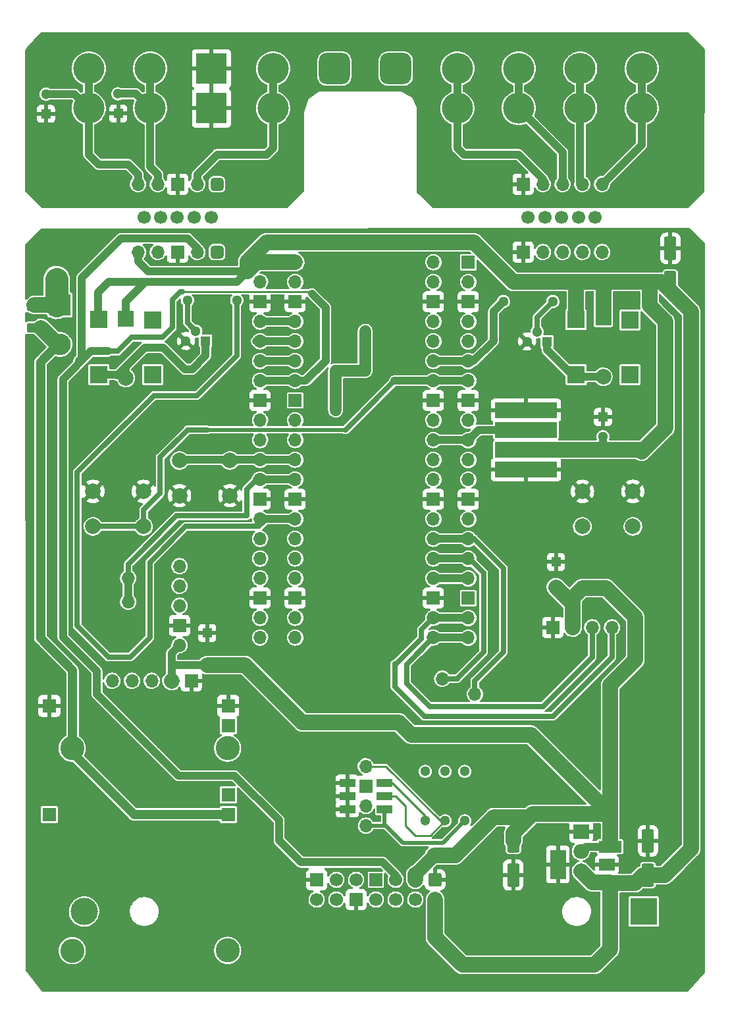
<source format=gbr>
%TF.GenerationSoftware,KiCad,Pcbnew,(6.0.11)*%
%TF.CreationDate,2023-04-25T11:56:07-03:00*%
%TF.ProjectId,Placa Base Xplorer Raspberry pi pico V3A,506c6163-6120-4426-9173-652058706c6f,rev?*%
%TF.SameCoordinates,Original*%
%TF.FileFunction,Copper,L1,Top*%
%TF.FilePolarity,Positive*%
%FSLAX46Y46*%
G04 Gerber Fmt 4.6, Leading zero omitted, Abs format (unit mm)*
G04 Created by KiCad (PCBNEW (6.0.11)) date 2023-04-25 11:56:07*
%MOMM*%
%LPD*%
G01*
G04 APERTURE LIST*
G04 Aperture macros list*
%AMRoundRect*
0 Rectangle with rounded corners*
0 $1 Rounding radius*
0 $2 $3 $4 $5 $6 $7 $8 $9 X,Y pos of 4 corners*
0 Add a 4 corners polygon primitive as box body*
4,1,4,$2,$3,$4,$5,$6,$7,$8,$9,$2,$3,0*
0 Add four circle primitives for the rounded corners*
1,1,$1+$1,$2,$3*
1,1,$1+$1,$4,$5*
1,1,$1+$1,$6,$7*
1,1,$1+$1,$8,$9*
0 Add four rect primitives between the rounded corners*
20,1,$1+$1,$2,$3,$4,$5,0*
20,1,$1+$1,$4,$5,$6,$7,0*
20,1,$1+$1,$6,$7,$8,$9,0*
20,1,$1+$1,$8,$9,$2,$3,0*%
%AMOutline4P*
0 Free polygon, 4 corners , with rotation*
0 The origin of the aperture is its center*
0 number of corners: always 4*
0 $1 to $8 corner X, Y*
0 $9 Rotation angle, in degrees counterclockwise*
0 create outline with 4 corners*
4,1,4,$1,$2,$3,$4,$5,$6,$7,$8,$1,$2,$9*%
G04 Aperture macros list end*
%TA.AperFunction,ComponentPad*%
%ADD10O,1.700000X1.700000*%
%TD*%
%TA.AperFunction,ComponentPad*%
%ADD11R,1.700000X1.700000*%
%TD*%
%TA.AperFunction,SMDPad,CuDef*%
%ADD12R,8.000000X2.000000*%
%TD*%
%TA.AperFunction,SMDPad,CuDef*%
%ADD13R,2.300000X2.300000*%
%TD*%
%TA.AperFunction,ComponentPad*%
%ADD14R,1.300000X1.300000*%
%TD*%
%TA.AperFunction,ComponentPad*%
%ADD15R,4.000000X4.000000*%
%TD*%
%TA.AperFunction,ComponentPad*%
%ADD16O,4.000000X4.000000*%
%TD*%
%TA.AperFunction,ComponentPad*%
%ADD17RoundRect,1.000000X1.000000X1.000000X-1.000000X1.000000X-1.000000X-1.000000X1.000000X-1.000000X0*%
%TD*%
%TA.AperFunction,ComponentPad*%
%ADD18R,2.000000X1.905000*%
%TD*%
%TA.AperFunction,ComponentPad*%
%ADD19O,2.000000X1.905000*%
%TD*%
%TA.AperFunction,ComponentPad*%
%ADD20R,2.000000X2.000000*%
%TD*%
%TA.AperFunction,ComponentPad*%
%ADD21C,2.000000*%
%TD*%
%TA.AperFunction,SMDPad,CuDef*%
%ADD22RoundRect,0.250000X-0.625000X0.375000X-0.625000X-0.375000X0.625000X-0.375000X0.625000X0.375000X0*%
%TD*%
%TA.AperFunction,ComponentPad*%
%ADD23C,1.300000*%
%TD*%
%TA.AperFunction,SMDPad,CuDef*%
%ADD24R,3.000000X1.500000*%
%TD*%
%TA.AperFunction,SMDPad,CuDef*%
%ADD25R,2.000000X1.500000*%
%TD*%
%TA.AperFunction,SMDPad,CuDef*%
%ADD26R,2.000000X3.800000*%
%TD*%
%TA.AperFunction,ComponentPad*%
%ADD27RoundRect,0.425000X0.425000X0.425000X-0.425000X0.425000X-0.425000X-0.425000X0.425000X-0.425000X0*%
%TD*%
%TA.AperFunction,ComponentPad*%
%ADD28R,1.800000X1.800000*%
%TD*%
%TA.AperFunction,ComponentPad*%
%ADD29RoundRect,0.250000X-0.600000X0.600000X-0.600000X-0.600000X0.600000X-0.600000X0.600000X0.600000X0*%
%TD*%
%TA.AperFunction,ComponentPad*%
%ADD30C,1.700000*%
%TD*%
%TA.AperFunction,SMDPad,CuDef*%
%ADD31R,2.000000X1.100000*%
%TD*%
%TA.AperFunction,SMDPad,CuDef*%
%ADD32RoundRect,0.250000X-0.550000X1.250000X-0.550000X-1.250000X0.550000X-1.250000X0.550000X1.250000X0*%
%TD*%
%TA.AperFunction,ComponentPad*%
%ADD33Outline4P,-0.850000X-0.850000X0.850000X-0.850000X0.850000X0.850000X-0.850000X0.850000X180.000000*%
%TD*%
%TA.AperFunction,ComponentPad*%
%ADD34C,3.100000*%
%TD*%
%TA.AperFunction,ComponentPad*%
%ADD35R,2.800000X2.800000*%
%TD*%
%TA.AperFunction,ComponentPad*%
%ADD36O,2.800000X2.800000*%
%TD*%
%TA.AperFunction,SMDPad,CuDef*%
%ADD37RoundRect,0.250000X0.550000X-1.250000X0.550000X1.250000X-0.550000X1.250000X-0.550000X-1.250000X0*%
%TD*%
%TA.AperFunction,ComponentPad*%
%ADD38R,3.500000X3.500000*%
%TD*%
%TA.AperFunction,ComponentPad*%
%ADD39C,3.500000*%
%TD*%
%TA.AperFunction,ViaPad*%
%ADD40C,1.700000*%
%TD*%
%TA.AperFunction,Conductor*%
%ADD41C,0.250000*%
%TD*%
%TA.AperFunction,Conductor*%
%ADD42C,2.000000*%
%TD*%
%TA.AperFunction,Conductor*%
%ADD43C,1.000000*%
%TD*%
%TA.AperFunction,Conductor*%
%ADD44C,0.700000*%
%TD*%
%TA.AperFunction,Conductor*%
%ADD45C,0.500000*%
%TD*%
%TA.AperFunction,Conductor*%
%ADD46C,0.200000*%
%TD*%
%TA.AperFunction,Conductor*%
%ADD47C,3.000000*%
%TD*%
%TA.AperFunction,Conductor*%
%ADD48C,1.200000*%
%TD*%
%TA.AperFunction,Conductor*%
%ADD49C,1.500000*%
%TD*%
%TA.AperFunction,Conductor*%
%ADD50C,1.700000*%
%TD*%
G04 APERTURE END LIST*
D10*
%TO.P,,39*%
%TO.N,N/C*%
X92456000Y-64363600D03*
%TD*%
D11*
%TO.P,,0*%
%TO.N,gnd*%
X107950000Y-60960000D03*
%TD*%
D12*
%TO.P,,1*%
%TO.N,N/C*%
X152770000Y-83820000D03*
%TD*%
D13*
%TO.P,,*%
%TO.N,*%
X159232600Y-76708000D03*
%TD*%
D14*
%TO.P,,*%
%TO.N,gnd*%
X162665079Y-82154371D03*
%TD*%
D15*
%TO.P,,*%
%TO.N,gnd2*%
X112324444Y-42454018D03*
%TD*%
D16*
%TO.P,,*%
%TO.N,*%
X96520000Y-42454018D03*
%TD*%
D17*
%TO.P,,*%
%TO.N,*%
X128128888Y-37374018D03*
%TD*%
D10*
%TO.P,,0*%
%TO.N,N/C*%
X157480000Y-60960000D03*
%TD*%
D11*
%TO.P,,0*%
%TO.N,gnd*%
X152400000Y-60960000D03*
%TD*%
D10*
%TO.P,,3V3*%
%TO.N,N/C*%
X108204000Y-111506000D03*
%TD*%
D18*
%TO.P,Reg 3.3V,1*%
%TO.N,gnd*%
X159854024Y-135462894D03*
D19*
%TO.P,Reg 3.3V,2*%
%TO.N,N/C*%
X159854024Y-138002894D03*
%TO.P,Reg 3.3V,3*%
X159854024Y-140542894D03*
%TD*%
D20*
%TO.P,REF\u002A\u002A,1*%
%TO.N,N/C*%
X101295200Y-69545200D03*
D21*
%TO.P,REF\u002A\u002A,2*%
X101295200Y-77145200D03*
%TD*%
%TO.P,A,1*%
%TO.N,gnd*%
X97080000Y-91730000D03*
X103580000Y-91730000D03*
%TO.P,A,2*%
%TO.N,N/C*%
X97080000Y-96230000D03*
X103580000Y-96230000D03*
%TD*%
D22*
%TO.P,REF\u002A\u002A,1*%
%TO.N,N/C*%
X89408000Y-67891200D03*
%TO.P,REF\u002A\u002A,2*%
X89408000Y-70691200D03*
%TD*%
D23*
%TO.P,,*%
%TO.N,*%
X128270000Y-78740000D03*
%TD*%
%TO.P,,3*%
%TO.N,N/C*%
X144890000Y-127727400D03*
%TD*%
D13*
%TO.P,,*%
%TO.N,*%
X104749600Y-76708000D03*
%TD*%
D21*
%TO.P,B,1*%
%TO.N,gnd*%
X166520000Y-91730000D03*
X160020000Y-91730000D03*
%TO.P,B,2*%
%TO.N,N/C*%
X160020000Y-96230000D03*
X166520000Y-96230000D03*
%TD*%
D10*
%TO.P,,SCL*%
%TO.N,N/C*%
X161290000Y-109220000D03*
%TD*%
%TO.P,,VRy*%
%TO.N,N/C*%
X102092575Y-116078000D03*
%TD*%
%TO.P,,3V3*%
%TO.N,N/C*%
X107172575Y-116078000D03*
%TD*%
D13*
%TO.P,,*%
%TO.N,*%
X104749600Y-69697600D03*
%TD*%
D16*
%TO.P,,*%
%TO.N,*%
X120226666Y-42454018D03*
%TD*%
D10*
%TO.P,,40*%
%TO.N,N/C*%
X110490000Y-60960000D03*
%TD*%
D24*
%TO.P,UA7803,1*%
%TO.N,N/C*%
X163570000Y-142000000D03*
D25*
%TO.P,UA7803,2*%
%TO.N,gnd*%
X163170000Y-139700000D03*
D24*
%TO.P,UA7803,3*%
%TO.N,N/C*%
X163570000Y-137400000D03*
D26*
%TO.P,UA7803,4*%
%TO.N,gnd*%
X156870000Y-139700000D03*
%TD*%
D16*
%TO.P,,*%
%TO.N,*%
X120226666Y-37374018D03*
%TD*%
D23*
%TO.P,,*%
%TO.N,*%
X128270000Y-76200000D03*
%TD*%
D16*
%TO.P,,*%
%TO.N,*%
X167640000Y-37374018D03*
%TD*%
%TO.P,,*%
%TO.N,*%
X151835554Y-42454018D03*
%TD*%
D23*
%TO.P,,*%
%TO.N,*%
X132080000Y-71120000D03*
%TD*%
D10*
%TO.P,,0*%
%TO.N,N/C*%
X154940000Y-52224597D03*
%TD*%
D27*
%TO.P,,40*%
%TO.N,N/C*%
X113030000Y-60960000D03*
%TD*%
D10*
%TO.P,,20*%
%TO.N,N/C*%
X142000000Y-115800000D03*
%TD*%
D28*
%TO.P,,*%
%TO.N,*%
X91462000Y-133274400D03*
%TD*%
D11*
%TO.P,,*%
%TO.N,gnd*%
X132190000Y-129625000D03*
%TD*%
D23*
%TO.P,,3*%
%TO.N,N/C*%
X156210000Y-67310000D03*
%TD*%
D10*
%TO.P,,0*%
%TO.N,N/C*%
X102870000Y-52224597D03*
%TD*%
D29*
%TO.P,REF\u002A\u002A,1*%
%TO.N,gnd*%
X141080000Y-141660000D03*
D30*
%TO.P,REF\u002A\u002A,3V3*%
%TO.N,N/C*%
X138540000Y-141660000D03*
%TO.P,REF\u002A\u002A,4*%
X138540000Y-144200000D03*
%TO.P,REF\u002A\u002A,5*%
X136000000Y-141660000D03*
%TO.P,REF\u002A\u002A,5V*%
X141080000Y-144200000D03*
%TO.P,REF\u002A\u002A,6*%
X136000000Y-144200000D03*
D11*
%TO.P,REF\u002A\u002A,7*%
X133460000Y-141660000D03*
D30*
%TO.P,REF\u002A\u002A,8*%
X133460000Y-144200000D03*
%TO.P,REF\u002A\u002A,9*%
X130920000Y-141660000D03*
D11*
%TO.P,REF\u002A\u002A,10*%
%TO.N,gnd*%
X130920000Y-144200000D03*
D30*
%TO.P,REF\u002A\u002A,11*%
%TO.N,N/C*%
X128380000Y-141660000D03*
%TO.P,REF\u002A\u002A,12*%
X128380000Y-144200000D03*
D11*
%TO.P,REF\u002A\u002A,13*%
%TO.N,gnd*%
X125840000Y-141660000D03*
D30*
%TO.P,REF\u002A\u002A,14*%
%TO.N,N/C*%
X125840000Y-144200000D03*
%TD*%
D10*
%TO.P,,0*%
%TO.N,N/C*%
X102870000Y-60960000D03*
%TD*%
D23*
%TO.P,,*%
%TO.N,*%
X132080000Y-73660000D03*
%TD*%
D10*
%TO.P,,0*%
%TO.N,N/C*%
X105410000Y-60960000D03*
%TD*%
D28*
%TO.P,,*%
%TO.N,*%
X114474400Y-130734400D03*
%TD*%
D13*
%TO.P,,*%
%TO.N,*%
X166141400Y-69697600D03*
%TD*%
D28*
%TO.P,,*%
%TO.N,*%
X114474400Y-133274400D03*
%TD*%
D10*
%TO.P,,B*%
%TO.N,N/C*%
X132190000Y-134705000D03*
%TD*%
%TO.P,,G*%
%TO.N,N/C*%
X132190000Y-132165000D03*
%TD*%
D11*
%TO.P,,0*%
%TO.N,gnd2*%
X152400000Y-52224597D03*
%TD*%
D28*
%TO.P,,*%
%TO.N,gnd*%
X114474400Y-119304400D03*
%TD*%
D23*
%TO.P,,3*%
%TO.N,N/C*%
X109220000Y-67187162D03*
%TD*%
D12*
%TO.P,,1*%
%TO.N,gnd*%
X152770000Y-88900000D03*
%TD*%
D10*
%TO.P,,DAT*%
%TO.N,N/C*%
X108204000Y-101346000D03*
%TD*%
D20*
%TO.P,REF\u002A\u002A,1*%
%TO.N,N/C*%
X162712400Y-69392800D03*
D21*
%TO.P,REF\u002A\u002A,2*%
X162712400Y-76992800D03*
%TD*%
D14*
%TO.P,,*%
%TO.N,gnd*%
X111760000Y-109931200D03*
%TD*%
D13*
%TO.P,,*%
%TO.N,*%
X97840800Y-76708000D03*
%TD*%
D23*
%TO.P,,*%
%TO.N,*%
X132080000Y-76200000D03*
%TD*%
D16*
%TO.P,,*%
%TO.N,*%
X159737776Y-42454018D03*
%TD*%
D10*
%TO.P,,0*%
%TO.N,N/C*%
X157480000Y-52224597D03*
%TD*%
D31*
%TO.P,LED,1*%
%TO.N,gnd*%
X129790000Y-129195000D03*
%TO.P,LED,2*%
X129790000Y-130895000D03*
%TO.P,LED,3*%
X129790000Y-132595000D03*
%TO.P,LED,4*%
%TO.N,N/C*%
X134590000Y-132595000D03*
%TO.P,LED,5*%
X134590000Y-130895000D03*
%TO.P,LED,6*%
X134590000Y-129195000D03*
%TD*%
D16*
%TO.P,,*%
%TO.N,*%
X151835554Y-37374018D03*
%TD*%
D10*
%TO.P,,SW*%
%TO.N,N/C*%
X99552575Y-116078000D03*
%TD*%
%TO.P,,R*%
%TO.N,N/C*%
X132151341Y-127076852D03*
%TD*%
%TO.P,,21*%
%TO.N,N/C*%
X101600000Y-102870000D03*
%TD*%
%TO.P,,40*%
%TO.N,N/C*%
X162560000Y-52224597D03*
%TD*%
D13*
%TO.P,,*%
%TO.N,*%
X166141400Y-76708000D03*
%TD*%
D23*
%TO.P,,*%
%TO.N,*%
X162665079Y-84694371D03*
%TD*%
D13*
%TO.P,,*%
%TO.N,*%
X97790000Y-69646800D03*
%TD*%
D23*
%TO.P,,*%
%TO.N,*%
X100300789Y-40610804D03*
%TD*%
D32*
%TO.P,REF\u002A\u002A,1*%
%TO.N,N/C*%
X151130000Y-136650917D03*
%TO.P,REF\u002A\u002A,2*%
%TO.N,gnd*%
X151130000Y-141050917D03*
%TD*%
D28*
%TO.P,,*%
%TO.N,*%
X114474400Y-121844400D03*
%TD*%
D10*
%TO.P,,0*%
%TO.N,N/C*%
X105410000Y-52224597D03*
%TD*%
D14*
%TO.P,,*%
%TO.N,gnd*%
X156619416Y-100800000D03*
%TD*%
D33*
%TO.P,,0*%
%TO.N,gnd2*%
X107950000Y-52224597D03*
%TD*%
D34*
%TO.P,,*%
%TO.N,*%
X94402372Y-150769271D03*
%TD*%
D16*
%TO.P,,*%
%TO.N,*%
X143933332Y-37374018D03*
%TD*%
D14*
%TO.P,,*%
%TO.N,gnd2*%
X91030584Y-43180000D03*
%TD*%
D23*
%TO.P,,3*%
%TO.N,N/C*%
X139810000Y-127727400D03*
%TD*%
D10*
%TO.P,,0*%
%TO.N,N/C*%
X154940000Y-60960000D03*
%TD*%
D11*
%TO.P,,a*%
%TO.N,gnd*%
X156210000Y-109220000D03*
%TD*%
D23*
%TO.P,,*%
%TO.N,*%
X139810000Y-134077400D03*
%TD*%
D16*
%TO.P,,*%
%TO.N,*%
X104422222Y-37374018D03*
%TD*%
D10*
%TO.P,,40*%
%TO.N,N/C*%
X160020000Y-52224597D03*
%TD*%
D28*
%TO.P,,*%
%TO.N,gnd*%
X91462000Y-119304400D03*
%TD*%
D10*
%TO.P,,3V3*%
%TO.N,N/C*%
X158750000Y-109220000D03*
%TD*%
D15*
%TO.P,,*%
%TO.N,gnd2*%
X112324444Y-37374018D03*
%TD*%
D23*
%TO.P,,*%
%TO.N,*%
X91030584Y-40640000D03*
%TD*%
D10*
%TO.P,,40*%
%TO.N,N/C*%
X110490000Y-52224597D03*
%TD*%
D16*
%TO.P,,*%
%TO.N,*%
X167640000Y-42454018D03*
%TD*%
%TO.P,,*%
%TO.N,*%
X143933332Y-42454018D03*
%TD*%
D11*
%TO.P,,GND*%
%TO.N,gnd*%
X108204000Y-108966000D03*
%TD*%
D23*
%TO.P,,*%
%TO.N,*%
X156619416Y-104049018D03*
%TD*%
D10*
%TO.P,,40*%
%TO.N,N/C*%
X162560000Y-60960000D03*
%TD*%
D11*
%TO.P,,a*%
%TO.N,gnd*%
X109712575Y-116078000D03*
%TD*%
D23*
%TO.P,,*%
%TO.N,*%
X142350000Y-134077400D03*
%TD*%
D34*
%TO.P,,*%
%TO.N,*%
X114392623Y-150736142D03*
%TD*%
%TO.P,,*%
%TO.N,*%
X94391300Y-124734248D03*
%TD*%
D10*
%TO.P,,VRx*%
%TO.N,N/C*%
X104632575Y-116078000D03*
%TD*%
D17*
%TO.P,,*%
%TO.N,*%
X136031110Y-37374018D03*
%TD*%
D13*
%TO.P,,*%
%TO.N,*%
X159181800Y-69646800D03*
%TD*%
D10*
%TO.P,,20*%
%TO.N,N/C*%
X146200000Y-117800000D03*
%TD*%
D23*
%TO.P,,3*%
%TO.N,N/C*%
X115570000Y-67187162D03*
%TD*%
D16*
%TO.P,,*%
%TO.N,*%
X104422222Y-42454018D03*
%TD*%
%TO.P,,*%
%TO.N,*%
X96520000Y-37374018D03*
%TD*%
D23*
%TO.P,,*%
%TO.N,*%
X128270000Y-81280000D03*
%TD*%
%TO.P,,*%
%TO.N,*%
X111760000Y-114046000D03*
%TD*%
D12*
%TO.P,,1*%
%TO.N,N/C*%
X152770000Y-86360000D03*
%TD*%
D10*
%TO.P,,SDA*%
%TO.N,N/C*%
X163830000Y-109220000D03*
%TD*%
D35*
%TO.P,REF\u002A\u002A,1*%
%TO.N,N/C*%
X92822800Y-67753288D03*
D36*
%TO.P,REF\u002A\u002A,2*%
X92822800Y-72833288D03*
%TD*%
D37*
%TO.P,C,1*%
%TO.N,N/C*%
X171332846Y-64877584D03*
%TO.P,C,2*%
%TO.N,gnd*%
X171332846Y-60477584D03*
%TD*%
D27*
%TO.P,,40*%
%TO.N,N/C*%
X113030000Y-52224597D03*
%TD*%
D10*
%TO.P,,21*%
%TO.N,N/C*%
X101600000Y-105918000D03*
%TD*%
D12*
%TO.P,,1*%
%TO.N,gnd*%
X152770000Y-81280000D03*
%TD*%
D23*
%TO.P,,3*%
%TO.N,N/C*%
X149860000Y-67310000D03*
%TD*%
D10*
%TO.P,,40*%
%TO.N,N/C*%
X160020000Y-60960000D03*
%TD*%
D16*
%TO.P,,*%
%TO.N,*%
X159737776Y-37374018D03*
%TD*%
D23*
%TO.P,,*%
%TO.N,*%
X144890000Y-134077400D03*
%TD*%
D10*
%TO.P,,CLK*%
%TO.N,N/C*%
X108204000Y-103886000D03*
%TD*%
%TO.P,,SEL*%
%TO.N,N/C*%
X108204000Y-106426000D03*
%TD*%
D14*
%TO.P,,*%
%TO.N,gnd2*%
X100315386Y-43150773D03*
%TD*%
D34*
%TO.P,,*%
%TO.N,*%
X114392623Y-124734248D03*
%TD*%
D23*
%TO.P,,3*%
%TO.N,N/C*%
X142350000Y-127727400D03*
%TD*%
D37*
%TO.P,C,1*%
%TO.N,N/C*%
X168458792Y-141050917D03*
%TO.P,C,2*%
%TO.N,gnd*%
X168458792Y-136650917D03*
%TD*%
D11*
%TO.P,REF\u002A\u002A,1*%
%TO.N,N/C*%
X118564144Y-62255000D03*
D10*
%TO.P,REF\u002A\u002A,2*%
X118564144Y-64795000D03*
D11*
%TO.P,REF\u002A\u002A,3*%
%TO.N,gnd*%
X118564144Y-67335000D03*
D10*
%TO.P,REF\u002A\u002A,4*%
%TO.N,N/C*%
X118564144Y-69875000D03*
%TO.P,REF\u002A\u002A,5*%
X118564144Y-72415000D03*
%TO.P,REF\u002A\u002A,6*%
X118564144Y-74955000D03*
%TO.P,REF\u002A\u002A,7*%
X118564144Y-77495000D03*
D11*
%TO.P,REF\u002A\u002A,8*%
%TO.N,gnd*%
X118564144Y-80035000D03*
D10*
%TO.P,REF\u002A\u002A,9*%
%TO.N,N/C*%
X118564144Y-82575000D03*
%TO.P,REF\u002A\u002A,10*%
X118564144Y-85115000D03*
%TO.P,REF\u002A\u002A,11*%
X118564144Y-87655000D03*
%TO.P,REF\u002A\u002A,12*%
X118564144Y-90195000D03*
D11*
%TO.P,REF\u002A\u002A,13*%
%TO.N,gnd*%
X118564144Y-92735000D03*
D10*
%TO.P,REF\u002A\u002A,14*%
%TO.N,N/C*%
X118564144Y-95275000D03*
%TO.P,REF\u002A\u002A,15*%
X118564144Y-97815000D03*
%TO.P,REF\u002A\u002A,16*%
X118564144Y-100355000D03*
%TO.P,REF\u002A\u002A,17*%
X118564144Y-102895000D03*
D11*
%TO.P,REF\u002A\u002A,18*%
%TO.N,gnd*%
X118564144Y-105435000D03*
D10*
%TO.P,REF\u002A\u002A,19*%
%TO.N,N/C*%
X118564144Y-107975000D03*
%TO.P,REF\u002A\u002A,20*%
X118564144Y-110515000D03*
%TD*%
D21*
%TO.P,reset,1*%
%TO.N,N/C*%
X108194133Y-87761331D03*
X114694133Y-87761331D03*
%TO.P,reset,2*%
%TO.N,gnd*%
X108194133Y-92261331D03*
X114694133Y-92261331D03*
%TD*%
D38*
%TO.P,REF\u002A\u002A,1*%
%TO.N,N/C*%
X167927600Y-145745200D03*
D39*
%TO.P,REF\u002A\u002A,2*%
X95927600Y-145745200D03*
%TD*%
D11*
%TO.P,REF\u002A\u002A,1*%
%TO.N,N/C*%
X145349303Y-62278730D03*
D10*
%TO.P,REF\u002A\u002A,2*%
X145349303Y-64818730D03*
D11*
%TO.P,REF\u002A\u002A,3*%
%TO.N,gnd*%
X145349303Y-67358730D03*
D10*
%TO.P,REF\u002A\u002A,4*%
%TO.N,N/C*%
X145349303Y-69898730D03*
%TO.P,REF\u002A\u002A,5*%
X145349303Y-72438730D03*
%TO.P,REF\u002A\u002A,6*%
X145349303Y-74978730D03*
%TO.P,REF\u002A\u002A,7*%
X145349303Y-77518730D03*
D11*
%TO.P,REF\u002A\u002A,8*%
%TO.N,gnd*%
X145349303Y-80058730D03*
D10*
%TO.P,REF\u002A\u002A,9*%
%TO.N,N/C*%
X145349303Y-82598730D03*
%TO.P,REF\u002A\u002A,10*%
X145349303Y-85138730D03*
%TO.P,REF\u002A\u002A,11*%
X145349303Y-87678730D03*
%TO.P,REF\u002A\u002A,12*%
X145349303Y-90218730D03*
D11*
%TO.P,REF\u002A\u002A,13*%
%TO.N,gnd*%
X145349303Y-92758730D03*
D10*
%TO.P,REF\u002A\u002A,14*%
%TO.N,N/C*%
X145349303Y-95298730D03*
%TO.P,REF\u002A\u002A,15*%
X145349303Y-97838730D03*
%TO.P,REF\u002A\u002A,16*%
X145349303Y-100378730D03*
%TO.P,REF\u002A\u002A,17*%
X145349303Y-102918730D03*
D11*
%TO.P,REF\u002A\u002A,18*%
X145349303Y-105458730D03*
D10*
%TO.P,REF\u002A\u002A,19*%
X145349303Y-107998730D03*
%TO.P,REF\u002A\u002A,20*%
X145349303Y-110538730D03*
%TD*%
D14*
%TO.P,BC337,1*%
%TO.N,N/C*%
X111568000Y-72390000D03*
D23*
%TO.P,BC337,2*%
X110298000Y-71120000D03*
%TO.P,BC337,3*%
%TO.N,gnd*%
X109028000Y-72390000D03*
%TD*%
D14*
%TO.P,BC337,1*%
%TO.N,N/C*%
X155459200Y-72457237D03*
D23*
%TO.P,BC337,2*%
X154189200Y-71187237D03*
%TO.P,BC337,3*%
%TO.N,gnd*%
X152919200Y-72457237D03*
%TD*%
D10*
%TO.P,REF\u002A\u002A,1*%
%TO.N,N/C*%
X140857352Y-62250000D03*
%TO.P,REF\u002A\u002A,2*%
X140857352Y-64790000D03*
D11*
%TO.P,REF\u002A\u002A,3*%
%TO.N,gnd*%
X140857352Y-67330000D03*
D10*
%TO.P,REF\u002A\u002A,4*%
%TO.N,N/C*%
X140857352Y-69870000D03*
%TO.P,REF\u002A\u002A,5*%
X140857352Y-72410000D03*
%TO.P,REF\u002A\u002A,6*%
X140857352Y-74950000D03*
%TO.P,REF\u002A\u002A,7*%
X140857352Y-77490000D03*
D11*
%TO.P,REF\u002A\u002A,8*%
%TO.N,gnd*%
X140857352Y-80030000D03*
D10*
%TO.P,REF\u002A\u002A,9*%
%TO.N,N/C*%
X140857352Y-82570000D03*
%TO.P,REF\u002A\u002A,10*%
X140857352Y-85110000D03*
%TO.P,REF\u002A\u002A,11*%
X140857352Y-87650000D03*
%TO.P,REF\u002A\u002A,12*%
X140857352Y-90190000D03*
D11*
%TO.P,REF\u002A\u002A,13*%
%TO.N,gnd*%
X140857352Y-92730000D03*
D10*
%TO.P,REF\u002A\u002A,14*%
%TO.N,N/C*%
X140857352Y-95270000D03*
%TO.P,REF\u002A\u002A,15*%
X140857352Y-97810000D03*
%TO.P,REF\u002A\u002A,16*%
X140857352Y-100350000D03*
%TO.P,REF\u002A\u002A,17*%
X140857352Y-102890000D03*
D11*
%TO.P,REF\u002A\u002A,18*%
%TO.N,gnd*%
X140857352Y-105430000D03*
D10*
%TO.P,REF\u002A\u002A,19*%
%TO.N,N/C*%
X140857352Y-107970000D03*
%TO.P,REF\u002A\u002A,20*%
X140857352Y-110510000D03*
%TO.P,REF\u002A\u002A,21*%
X123077352Y-110510000D03*
%TO.P,REF\u002A\u002A,22*%
X123077352Y-107970000D03*
D11*
%TO.P,REF\u002A\u002A,23*%
%TO.N,gnd*%
X123077352Y-105430000D03*
D10*
%TO.P,REF\u002A\u002A,24*%
%TO.N,N/C*%
X123077352Y-102890000D03*
%TO.P,REF\u002A\u002A,25*%
X123077352Y-100350000D03*
%TO.P,REF\u002A\u002A,26*%
X123077352Y-97810000D03*
%TO.P,REF\u002A\u002A,27*%
X123077352Y-95270000D03*
D11*
%TO.P,REF\u002A\u002A,28*%
%TO.N,gnd*%
X123077352Y-92730000D03*
D10*
%TO.P,REF\u002A\u002A,29*%
%TO.N,N/C*%
X123077352Y-90190000D03*
%TO.P,REF\u002A\u002A,30*%
X123077352Y-87650000D03*
%TO.P,REF\u002A\u002A,31*%
X123077352Y-85110000D03*
%TO.P,REF\u002A\u002A,32*%
X123077352Y-82570000D03*
D11*
%TO.P,REF\u002A\u002A,33*%
X123077352Y-80030000D03*
D10*
%TO.P,REF\u002A\u002A,34*%
X123077352Y-77490000D03*
%TO.P,REF\u002A\u002A,35*%
X123077352Y-74950000D03*
%TO.P,REF\u002A\u002A,36*%
X123077352Y-72410000D03*
%TO.P,REF\u002A\u002A,37*%
X123077352Y-69870000D03*
D11*
%TO.P,REF\u002A\u002A,38*%
%TO.N,gnd*%
X123077352Y-67330000D03*
D10*
%TO.P,REF\u002A\u002A,39*%
%TO.N,N/C*%
X123077352Y-64790000D03*
%TO.P,REF\u002A\u002A,40*%
X123077352Y-62250000D03*
%TD*%
D40*
%TO.N,*%
X155181300Y-56515000D03*
X112268000Y-56515000D03*
X153035000Y-56515000D03*
X107924600Y-56515000D03*
X110109000Y-56515000D03*
X103632000Y-56515000D03*
X161671000Y-56515000D03*
X159512000Y-56515000D03*
X157327600Y-56515000D03*
X105778300Y-56515000D03*
%TD*%
D41*
%TO.N,*%
X142350000Y-134077400D02*
X140452400Y-135975000D01*
D42*
X163598807Y-133198807D02*
X163598807Y-116601193D01*
X173990000Y-137668000D02*
X173990000Y-68580000D01*
D41*
X141722400Y-134077400D02*
X134730000Y-127085000D01*
D43*
X96520000Y-48414597D02*
X96520000Y-37374018D01*
D42*
X158750000Y-105410000D02*
X158750000Y-109220000D01*
D41*
X120226666Y-47567931D02*
X120226666Y-45239597D01*
D44*
X101600000Y-101092000D02*
X101600000Y-104140000D01*
D42*
X168656000Y-64770000D02*
X162763200Y-64770000D01*
D43*
X93218000Y-110490000D02*
X97586800Y-114858800D01*
X94705982Y-40640000D02*
X96520000Y-42454018D01*
D42*
X89532000Y-67767200D02*
X92557600Y-67767200D01*
D43*
X154940000Y-52224597D02*
X154940000Y-51562000D01*
X118569144Y-77490000D02*
X118564144Y-77495000D01*
X144780000Y-48414597D02*
X143933332Y-47567929D01*
D42*
X111760000Y-114046000D02*
X116636800Y-114046000D01*
D43*
X104184652Y-63447031D02*
X102870000Y-62132379D01*
D42*
X160020000Y-104140000D02*
X158750000Y-105410000D01*
D41*
X118564144Y-95275000D02*
X119355000Y-95275000D01*
D44*
X107836274Y-94855726D02*
X101600000Y-101092000D01*
X107289600Y-70662800D02*
X107289600Y-67056000D01*
D43*
X97739200Y-66141600D02*
X97739200Y-69900800D01*
X108051600Y-128270000D02*
X115270000Y-128270000D01*
D41*
X108559600Y-66040000D02*
X124968000Y-66040000D01*
D42*
X148600000Y-133600000D02*
X143685000Y-138515000D01*
D44*
X100279200Y-73710800D02*
X102057200Y-71932800D01*
D43*
X163570000Y-137400000D02*
X160456918Y-137400000D01*
X158750000Y-106179602D02*
X158750000Y-109220000D01*
D42*
X144600000Y-152600000D02*
X141080000Y-149080000D01*
D41*
X135570000Y-129195000D02*
X134590000Y-129195000D01*
D45*
X136917603Y-136892603D02*
X134590000Y-134565000D01*
D42*
X161311130Y-142000000D02*
X159854024Y-140542894D01*
D43*
X140886082Y-102918730D02*
X140857352Y-102890000D01*
D44*
X147320000Y-112402400D02*
X147320000Y-102235000D01*
X163830000Y-113030000D02*
X163830000Y-109220000D01*
D43*
X145320573Y-77490000D02*
X135870000Y-77490000D01*
X91030584Y-40640000D02*
X94705982Y-40640000D01*
X111760000Y-114046000D02*
X107188000Y-114046000D01*
X148590000Y-68580000D02*
X149860000Y-67310000D01*
X162560000Y-52224597D02*
X167640000Y-47144597D01*
X159737776Y-51942373D02*
X159737776Y-37374018D01*
D44*
X135890000Y-113905913D02*
X135890000Y-116840000D01*
X118110000Y-90170000D02*
X116840000Y-91440000D01*
D42*
X116924652Y-62145348D02*
X116924652Y-63447031D01*
D46*
X136065170Y-113905913D02*
X135890000Y-113905913D01*
D44*
X146200000Y-116062400D02*
X146731200Y-115531200D01*
D42*
X159512000Y-64770000D02*
X151130000Y-64770000D01*
D43*
X123077352Y-74950000D02*
X118569144Y-74950000D01*
X101600000Y-102870000D02*
X101600000Y-105918000D01*
X118130000Y-90190000D02*
X123077352Y-90190000D01*
D44*
X116840000Y-91440000D02*
X116840000Y-94855726D01*
X103580000Y-96230000D02*
X103580000Y-94115000D01*
D42*
X153601193Y-133198807D02*
X163598807Y-133198807D01*
X136404600Y-121404600D02*
X138000000Y-123000000D01*
D43*
X105054400Y-64770000D02*
X99110800Y-64770000D01*
X167640000Y-47144597D02*
X167640000Y-37374018D01*
D42*
X163598807Y-133198807D02*
X163598807Y-136598844D01*
X107188000Y-116093425D02*
X107172575Y-116078000D01*
D43*
X110490000Y-50954597D02*
X113030000Y-48414597D01*
D41*
X159181800Y-69646800D02*
X159181800Y-68681600D01*
D47*
X92405200Y-67868800D02*
X92405200Y-64414400D01*
D41*
X89408000Y-67891200D02*
X89532000Y-67767200D01*
D42*
X156619416Y-104049018D02*
X158750000Y-106179602D01*
D44*
X109220000Y-67187162D02*
X109220000Y-70042000D01*
D43*
X105054400Y-64770000D02*
X103835200Y-64770000D01*
X107172575Y-112537425D02*
X108204000Y-111506000D01*
D41*
X104422222Y-49402375D02*
X104422222Y-37374018D01*
D42*
X166800000Y-107880000D02*
X163060000Y-104140000D01*
D48*
X90322400Y-110591600D02*
X90322400Y-75082400D01*
D41*
X137270000Y-132165000D02*
X136000000Y-130895000D01*
D44*
X137400000Y-113967352D02*
X140857352Y-110510000D01*
D42*
X169519600Y-68681600D02*
X170688000Y-69850000D01*
D44*
X116840000Y-94855726D02*
X107836274Y-94855726D01*
D42*
X162560000Y-86360000D02*
X153670000Y-86360000D01*
D43*
X100728486Y-59189914D02*
X109212086Y-59189914D01*
X109220000Y-59182000D02*
X110490000Y-60452000D01*
X140857352Y-74950000D02*
X146030000Y-74950000D01*
D44*
X105712172Y-91982829D02*
X105712172Y-87327828D01*
D41*
X134691341Y-127076852D02*
X132151341Y-127076852D01*
D43*
X104422222Y-49966819D02*
X105410000Y-50954597D01*
D49*
X128270000Y-76200000D02*
X128270000Y-81280000D01*
D42*
X119380000Y-59690000D02*
X116924652Y-62145348D01*
D43*
X124440000Y-77490000D02*
X123077352Y-77490000D01*
D44*
X154189200Y-69330800D02*
X154189200Y-71187237D01*
D42*
X138540000Y-141660000D02*
X138540000Y-140949390D01*
D44*
X103580000Y-94115000D02*
X105712172Y-91982829D01*
D42*
X170688000Y-69850000D02*
X170688000Y-83566000D01*
D43*
X115270000Y-128270000D02*
X121000000Y-134000000D01*
D42*
X161600000Y-152600000D02*
X144600000Y-152600000D01*
X159181800Y-65100200D02*
X159181800Y-69646800D01*
D43*
X160020000Y-52224597D02*
X159737776Y-51942373D01*
X101295200Y-67310000D02*
X101295200Y-69545200D01*
X157480000Y-48098464D02*
X157480000Y-52224597D01*
D44*
X109220000Y-70042000D02*
X110298000Y-71120000D01*
X156210000Y-67310000D02*
X154189200Y-69330800D01*
X107289600Y-67056000D02*
X108305600Y-66040000D01*
X149860000Y-112402400D02*
X146731200Y-115531200D01*
D43*
X102579008Y-40610804D02*
X104422222Y-42454018D01*
D42*
X143685000Y-138515000D02*
X140974390Y-138515000D01*
D48*
X102388000Y-133274400D02*
X94437200Y-125323600D01*
D43*
X146668033Y-83820000D02*
X145378033Y-85110000D01*
D42*
X167386000Y-86360000D02*
X162560000Y-86360000D01*
X151130000Y-64770000D02*
X146050000Y-59690000D01*
D43*
X146030000Y-74950000D02*
X148590000Y-72390000D01*
X121000000Y-134000000D02*
X121000000Y-136600000D01*
X127000000Y-68072000D02*
X127000000Y-74930000D01*
D42*
X116636800Y-114046000D02*
X123995400Y-121404600D01*
D43*
X145300573Y-100330000D02*
X140877352Y-100330000D01*
D41*
X140877352Y-100330000D02*
X140857352Y-100350000D01*
D43*
X106121200Y-73253600D02*
X108876437Y-76008837D01*
X127000000Y-74930000D02*
X124440000Y-77490000D01*
X93218000Y-77317600D02*
X93218000Y-110490000D01*
X145349303Y-102918730D02*
X140886082Y-102918730D01*
D44*
X137400000Y-116400000D02*
X140380000Y-119380000D01*
D42*
X162712400Y-64820800D02*
X162712400Y-69392800D01*
X167813083Y-141050917D02*
X166776400Y-142087600D01*
D43*
X101600000Y-49684597D02*
X97790000Y-49684597D01*
D44*
X139327825Y-110643258D02*
X136065170Y-113905913D01*
D42*
X123077352Y-62250000D02*
X118121683Y-62250000D01*
D43*
X145378033Y-85110000D02*
X140857352Y-85110000D01*
X102870000Y-52224597D02*
X102870000Y-50954597D01*
D41*
X134590000Y-134565000D02*
X134450000Y-134705000D01*
D42*
X153601193Y-133198807D02*
X153200000Y-133600000D01*
D43*
X95605600Y-74574400D02*
X95605600Y-64312800D01*
D41*
X137270000Y-134705000D02*
X137270000Y-132165000D01*
D43*
X115601683Y-64770000D02*
X105054400Y-64770000D01*
D44*
X97080000Y-96230000D02*
X100112000Y-96230000D01*
D43*
X95250000Y-74930000D02*
X95605600Y-74574400D01*
D42*
X163657600Y-142087600D02*
X163570000Y-142000000D01*
D44*
X144061200Y-115661200D02*
X147320000Y-112402400D01*
D43*
X118564144Y-87655000D02*
X123072352Y-87655000D01*
D42*
X146050000Y-59690000D02*
X119380000Y-59690000D01*
D43*
X98958400Y-73710800D02*
X96824800Y-73710800D01*
D48*
X114474400Y-133274400D02*
X102388000Y-133274400D01*
D43*
X123077352Y-77490000D02*
X118569144Y-77490000D01*
D42*
X170180000Y-64770000D02*
X168656000Y-64770000D01*
D48*
X94437200Y-125323600D02*
X94437200Y-114706400D01*
D44*
X99060000Y-113030000D02*
X95046800Y-109016800D01*
D45*
X145349303Y-102918730D02*
X145320573Y-102890000D01*
D48*
X90322400Y-75082400D02*
X92557600Y-72847200D01*
D45*
X134590000Y-134565000D02*
X134590000Y-132595000D01*
D44*
X140380000Y-119380000D02*
X154940000Y-119380000D01*
D43*
X107172575Y-114030575D02*
X107172575Y-112537425D01*
D44*
X135870000Y-77490000D02*
X129540000Y-83820000D01*
D41*
X160020000Y-37656242D02*
X159737776Y-37374018D01*
D43*
X109840800Y-76008837D02*
X111568000Y-74281637D01*
D45*
X142074797Y-136892603D02*
X136917603Y-136892603D01*
D41*
X124968000Y-66040000D02*
X125222000Y-66294000D01*
D43*
X111568000Y-74281637D02*
X111568000Y-72390000D01*
D42*
X166776400Y-142087600D02*
X163657600Y-142087600D01*
D43*
X151835554Y-37374018D02*
X151835554Y-42454018D01*
D42*
X166800000Y-113400000D02*
X166800000Y-107880000D01*
D43*
X123800000Y-139400000D02*
X134345000Y-139400000D01*
D42*
X168656000Y-67818000D02*
X169519600Y-68681600D01*
D44*
X142000000Y-115800000D02*
X143922400Y-115800000D01*
D42*
X170607083Y-141050917D02*
X173990000Y-137668000D01*
D43*
X160456918Y-137400000D02*
X159854024Y-138002894D01*
X119380000Y-48414597D02*
X120226666Y-47567931D01*
X123077352Y-69870000D02*
X118569144Y-69870000D01*
D42*
X163570000Y-142000000D02*
X161311130Y-142000000D01*
D43*
X125222000Y-66294000D02*
X127000000Y-68072000D01*
D44*
X106019600Y-71932800D02*
X107289600Y-70662800D01*
D43*
X162665079Y-84694371D02*
X162665079Y-86254921D01*
X155459200Y-73519637D02*
X155459200Y-72457237D01*
D41*
X119355000Y-95275000D02*
X119380000Y-95250000D01*
D42*
X118121683Y-62250000D02*
X116924652Y-63447031D01*
D45*
X144890000Y-134077400D02*
X142074797Y-136892603D01*
D44*
X100112000Y-96230000D02*
X103580000Y-96230000D01*
X104394000Y-100838000D02*
X104394000Y-110490000D01*
D42*
X168458792Y-141050917D02*
X170607083Y-141050917D01*
D46*
X118569144Y-69870000D02*
X118564144Y-69875000D01*
D43*
X105410000Y-50954597D02*
X105410000Y-52224597D01*
X123077352Y-95270000D02*
X118569144Y-95270000D01*
D44*
X104902000Y-79400400D02*
X110432195Y-79400400D01*
X145349303Y-77518730D02*
X145320573Y-77490000D01*
D43*
X102870000Y-50954597D02*
X101600000Y-49684597D01*
D44*
X118394808Y-96235192D02*
X108996808Y-96235192D01*
D42*
X173990000Y-68580000D02*
X170180000Y-64770000D01*
D41*
X138540000Y-135975000D02*
X137270000Y-134705000D01*
D44*
X98958400Y-73710800D02*
X100279200Y-73710800D01*
D43*
X95605600Y-64312800D02*
X100728486Y-59189914D01*
X121000000Y-136600000D02*
X123800000Y-139400000D01*
X97790000Y-49684597D02*
X96520000Y-48414597D01*
X109212086Y-59189914D02*
X109220000Y-59182000D01*
D44*
X139700000Y-120650000D02*
X156210000Y-120650000D01*
D46*
X162665079Y-86254921D02*
X162560000Y-86360000D01*
D44*
X137400000Y-116400000D02*
X137400000Y-113967352D01*
X109220000Y-83820000D02*
X111760000Y-83820000D01*
X110432195Y-79400400D02*
X115570000Y-74262595D01*
D42*
X167640000Y-86614000D02*
X167386000Y-86360000D01*
X162763200Y-64770000D02*
X162712400Y-64820800D01*
D43*
X151835554Y-42454018D02*
X157480000Y-48098464D01*
X100279200Y-76708000D02*
X97840800Y-76708000D01*
D41*
X103430000Y-96380000D02*
X103580000Y-96230000D01*
X142350000Y-134077400D02*
X141722400Y-134077400D01*
D43*
X110490000Y-60452000D02*
X110490000Y-60960000D01*
D44*
X140857352Y-107970000D02*
X139327825Y-109499527D01*
D42*
X151130000Y-135670000D02*
X153601193Y-133198807D01*
D43*
X162712400Y-76992800D02*
X158932363Y-76992800D01*
X103733600Y-73253600D02*
X106121200Y-73253600D01*
D44*
X154940000Y-119380000D02*
X161290000Y-113030000D01*
D41*
X89408000Y-70691200D02*
X90401600Y-70691200D01*
D45*
X129540000Y-83820000D02*
X111760000Y-83820000D01*
D43*
X134345000Y-139400000D02*
X136000000Y-141055000D01*
X102870000Y-62132379D02*
X102870000Y-60960000D01*
X113030000Y-48414597D02*
X119380000Y-48414597D01*
D42*
X153200000Y-133600000D02*
X148600000Y-133600000D01*
X163570000Y-150630000D02*
X161600000Y-152600000D01*
D44*
X147320000Y-102235000D02*
X145463730Y-100378730D01*
D41*
X92405200Y-64414400D02*
X92456000Y-64363600D01*
D43*
X118569144Y-95270000D02*
X118564144Y-95275000D01*
D41*
X136000000Y-130895000D02*
X134590000Y-130895000D01*
D42*
X168458792Y-141050917D02*
X167813083Y-141050917D01*
D41*
X139810000Y-133435000D02*
X135570000Y-129195000D01*
D43*
X167640000Y-45720000D02*
X167640000Y-37374018D01*
D42*
X159512000Y-64770000D02*
X159181800Y-65100200D01*
D43*
X154940000Y-51562000D02*
X151792597Y-48414597D01*
D44*
X101854000Y-113030000D02*
X99060000Y-113030000D01*
X102057200Y-71932800D02*
X106019600Y-71932800D01*
X104394000Y-110490000D02*
X101854000Y-113030000D01*
D43*
X103835200Y-64770000D02*
X101295200Y-67310000D01*
X143933332Y-47567929D02*
X143933332Y-37374018D01*
D46*
X123072352Y-87655000D02*
X123077352Y-87650000D01*
D50*
X140974390Y-138515000D02*
X138540000Y-140949390D01*
D43*
X96824800Y-73710800D02*
X93218000Y-77317600D01*
D41*
X107188000Y-114046000D02*
X107172575Y-114030575D01*
D44*
X149860000Y-101600000D02*
X149860000Y-112402400D01*
D42*
X163570000Y-142000000D02*
X163570000Y-150630000D01*
D43*
X104422222Y-37374018D02*
X104422222Y-49966819D01*
D45*
X145320573Y-110510000D02*
X145349303Y-110538730D01*
D44*
X95046800Y-109016800D02*
X95046800Y-89255600D01*
D43*
X140857352Y-110510000D02*
X145320573Y-110510000D01*
D42*
X123995400Y-121404600D02*
X136404600Y-121404600D01*
D44*
X143922400Y-115800000D02*
X144061200Y-115661200D01*
X135890000Y-116840000D02*
X139700000Y-120650000D01*
D46*
X162560000Y-84799450D02*
X162665079Y-84694371D01*
D43*
X99110800Y-64770000D02*
X97739200Y-66141600D01*
X118090000Y-72410000D02*
X123077352Y-72410000D01*
D44*
X161290000Y-113030000D02*
X161290000Y-109220000D01*
D45*
X145463730Y-100378730D02*
X145349303Y-100378730D01*
D43*
X110490000Y-52224597D02*
X110490000Y-50954597D01*
X148590000Y-72390000D02*
X148590000Y-68580000D01*
X116924652Y-63447031D02*
X104184652Y-63447031D01*
D44*
X105712172Y-87327828D02*
X109220000Y-83820000D01*
X156210000Y-120650000D02*
X163830000Y-113030000D01*
D42*
X138540000Y-140949390D02*
X138540000Y-141055000D01*
D44*
X108996808Y-96235192D02*
X104394000Y-100838000D01*
D41*
X139810000Y-134077400D02*
X139810000Y-133435000D01*
D42*
X138000000Y-123000000D02*
X144600000Y-123000000D01*
D41*
X134160000Y-132165000D02*
X134590000Y-132595000D01*
D42*
X141080000Y-149080000D02*
X141080000Y-147280000D01*
D49*
X132080000Y-71120000D02*
X132080000Y-76200000D01*
D42*
X151130000Y-136650917D02*
X151130000Y-135670000D01*
D44*
X108305600Y-66040000D02*
X108559600Y-66040000D01*
D41*
X140452400Y-135975000D02*
X138540000Y-135975000D01*
D43*
X101244400Y-75742800D02*
X101244400Y-77094400D01*
D45*
X145349303Y-97838730D02*
X146098730Y-97838730D01*
D43*
X97586800Y-114858800D02*
X97586800Y-117805200D01*
D42*
X90401600Y-70691200D02*
X92557600Y-72847200D01*
D43*
X158932363Y-76992800D02*
X155459200Y-73519637D01*
D44*
X115570000Y-74262595D02*
X115570000Y-67187162D01*
X146098730Y-97838730D02*
X149860000Y-101600000D01*
D43*
X101244400Y-75742800D02*
X103733600Y-73253600D01*
X97586800Y-117805200D02*
X108051600Y-128270000D01*
D46*
X118569144Y-74950000D02*
X118564144Y-74955000D01*
D43*
X136000000Y-141055000D02*
X136000000Y-141660000D01*
D45*
X145349303Y-100378730D02*
X145300573Y-100330000D01*
D43*
X153670000Y-83820000D02*
X146668033Y-83820000D01*
D48*
X94437200Y-114706400D02*
X90322400Y-110591600D01*
D45*
X134450000Y-134705000D02*
X132190000Y-134705000D01*
D43*
X101244400Y-77094400D02*
X101295200Y-77145200D01*
X100300789Y-40610804D02*
X102579008Y-40610804D01*
X118564144Y-87655000D02*
X108300464Y-87655000D01*
D45*
X145349303Y-97838730D02*
X145320573Y-97810000D01*
D42*
X163598807Y-116601193D02*
X166800000Y-113400000D01*
D43*
X107172575Y-116078000D02*
X107172575Y-114030575D01*
X118121683Y-62250000D02*
X115601683Y-64770000D01*
D42*
X153400000Y-123000000D02*
X163598807Y-133198807D01*
D43*
X120226666Y-37374018D02*
X120226666Y-47567931D01*
D42*
X162763200Y-64770000D02*
X159512000Y-64770000D01*
D44*
X119380000Y-95250000D02*
X118394808Y-96235192D01*
X95046800Y-89255600D02*
X104902000Y-79400400D01*
D43*
X108300464Y-87655000D02*
X108194133Y-87761331D01*
D42*
X144600000Y-123000000D02*
X153400000Y-123000000D01*
D43*
X145320573Y-97810000D02*
X140857352Y-97810000D01*
D44*
X139327825Y-109499527D02*
X139327825Y-110643258D01*
X146200000Y-117800000D02*
X146200000Y-116062400D01*
D43*
X101244400Y-75742800D02*
X100177600Y-76809600D01*
X108876437Y-76008837D02*
X109840800Y-76008837D01*
D42*
X163060000Y-104140000D02*
X160020000Y-104140000D01*
X170688000Y-83566000D02*
X167640000Y-86614000D01*
X168656000Y-64770000D02*
X168656000Y-67818000D01*
D41*
X166370000Y-96380000D02*
X166520000Y-96230000D01*
D49*
X128270000Y-76200000D02*
X132080000Y-76200000D01*
D43*
X140886082Y-107998730D02*
X145349303Y-107998730D01*
X151792597Y-48414597D02*
X144780000Y-48414597D01*
D42*
X141080000Y-144200000D02*
X141080000Y-147280000D01*
%TD*%
%TA.AperFunction,Conductor*%
%TO.N,gnd2*%
G36*
X173660627Y-32696430D02*
G01*
X173682705Y-32714426D01*
X173695219Y-32727237D01*
X175743194Y-34823974D01*
X175776484Y-34886682D01*
X175779057Y-34912364D01*
X175733049Y-51475138D01*
X175728542Y-53097718D01*
X175708350Y-53165783D01*
X175692681Y-53185406D01*
X174296651Y-54614675D01*
X173631876Y-55295278D01*
X173569969Y-55330034D01*
X173541739Y-55333237D01*
X140930042Y-55333237D01*
X140861921Y-55313235D01*
X140843093Y-55298428D01*
X139041809Y-53580925D01*
X138734251Y-53287671D01*
X138698752Y-53226187D01*
X138695200Y-53196481D01*
X138695200Y-53119266D01*
X151042001Y-53119266D01*
X151042371Y-53126087D01*
X151047895Y-53176949D01*
X151051521Y-53192201D01*
X151096676Y-53312651D01*
X151105214Y-53328246D01*
X151181715Y-53430321D01*
X151194276Y-53442882D01*
X151296351Y-53519383D01*
X151311946Y-53527921D01*
X151432394Y-53573075D01*
X151447649Y-53576702D01*
X151498514Y-53582228D01*
X151505328Y-53582597D01*
X152127885Y-53582597D01*
X152143124Y-53578122D01*
X152144329Y-53576732D01*
X152146000Y-53569049D01*
X152146000Y-52496712D01*
X152141525Y-52481473D01*
X152140135Y-52480268D01*
X152132452Y-52478597D01*
X151060116Y-52478597D01*
X151044877Y-52483072D01*
X151043672Y-52484462D01*
X151042001Y-52492145D01*
X151042001Y-53119266D01*
X138695200Y-53119266D01*
X138695200Y-51952482D01*
X151042000Y-51952482D01*
X151046475Y-51967721D01*
X151047865Y-51968926D01*
X151055548Y-51970597D01*
X152127885Y-51970597D01*
X152143124Y-51966122D01*
X152144329Y-51964732D01*
X152146000Y-51957049D01*
X152146000Y-50884713D01*
X152141525Y-50869474D01*
X152140135Y-50868269D01*
X152132452Y-50866598D01*
X151505331Y-50866598D01*
X151498510Y-50866968D01*
X151447648Y-50872492D01*
X151432396Y-50876118D01*
X151311946Y-50921273D01*
X151296351Y-50929811D01*
X151194276Y-51006312D01*
X151181715Y-51018873D01*
X151105214Y-51120948D01*
X151096676Y-51136543D01*
X151051522Y-51256991D01*
X151047895Y-51272246D01*
X151042369Y-51323111D01*
X151042000Y-51329925D01*
X151042000Y-51952482D01*
X138695200Y-51952482D01*
X138695200Y-42454018D01*
X141728110Y-42454018D01*
X141728380Y-42458137D01*
X141744947Y-42710894D01*
X141746976Y-42741857D01*
X141747780Y-42745897D01*
X141747780Y-42745900D01*
X141785999Y-42938037D01*
X141803251Y-43024771D01*
X141895973Y-43297920D01*
X142023554Y-43556629D01*
X142183812Y-43796472D01*
X142186526Y-43799566D01*
X142186530Y-43799572D01*
X142316353Y-43947606D01*
X142374005Y-44013345D01*
X142377094Y-44016054D01*
X142587778Y-44200820D01*
X142587784Y-44200824D01*
X142590878Y-44203538D01*
X142594304Y-44205827D01*
X142594309Y-44205831D01*
X142745871Y-44307101D01*
X142830721Y-44363796D01*
X142834420Y-44365620D01*
X142834425Y-44365623D01*
X143085733Y-44489554D01*
X143089430Y-44491377D01*
X143093328Y-44492700D01*
X143093330Y-44492701D01*
X143147334Y-44511033D01*
X143205410Y-44551870D01*
X143232188Y-44617623D01*
X143232832Y-44630346D01*
X143232832Y-47539288D01*
X143232540Y-47547858D01*
X143229609Y-47590856D01*
X143228654Y-47604859D01*
X143229959Y-47612335D01*
X143229959Y-47612338D01*
X143239510Y-47667061D01*
X143240473Y-47673587D01*
X143242359Y-47689170D01*
X143248056Y-47736249D01*
X143250741Y-47743356D01*
X143251550Y-47746649D01*
X143255509Y-47761120D01*
X143256498Y-47764396D01*
X143257805Y-47771883D01*
X143260860Y-47778842D01*
X143260860Y-47778843D01*
X143283179Y-47829689D01*
X143285671Y-47835795D01*
X143305232Y-47887560D01*
X143307987Y-47894852D01*
X143312286Y-47901107D01*
X143313867Y-47904132D01*
X143321157Y-47917228D01*
X143322898Y-47920172D01*
X143325953Y-47927131D01*
X143330578Y-47933159D01*
X143330579Y-47933160D01*
X143364374Y-47977202D01*
X143368251Y-47982538D01*
X143399713Y-48028315D01*
X143399718Y-48028321D01*
X143404020Y-48034580D01*
X143446300Y-48072250D01*
X143449989Y-48075537D01*
X143455265Y-48080518D01*
X144264411Y-48889664D01*
X144270264Y-48895929D01*
X144307831Y-48938993D01*
X144314042Y-48943358D01*
X144314045Y-48943361D01*
X144359493Y-48975302D01*
X144364788Y-48979235D01*
X144414457Y-49018180D01*
X144421384Y-49021308D01*
X144424315Y-49023083D01*
X144437318Y-49030500D01*
X144440332Y-49032116D01*
X144446547Y-49036484D01*
X144453623Y-49039243D01*
X144453627Y-49039245D01*
X144505364Y-49059416D01*
X144511445Y-49061972D01*
X144514663Y-49063425D01*
X144568984Y-49087952D01*
X144576450Y-49089336D01*
X144579699Y-49090354D01*
X144594164Y-49094474D01*
X144597437Y-49095314D01*
X144604513Y-49098073D01*
X144649183Y-49103953D01*
X144667106Y-49106313D01*
X144673623Y-49107345D01*
X144679418Y-49108419D01*
X144735692Y-49118849D01*
X144743272Y-49118412D01*
X144743273Y-49118412D01*
X144797138Y-49115306D01*
X144804391Y-49115097D01*
X151450251Y-49115097D01*
X151518372Y-49135099D01*
X151539346Y-49152002D01*
X153038845Y-50651502D01*
X153072871Y-50713814D01*
X153067806Y-50784630D01*
X153025259Y-50841465D01*
X152958739Y-50866276D01*
X152949750Y-50866597D01*
X152672115Y-50866597D01*
X152656876Y-50871072D01*
X152655671Y-50872462D01*
X152654000Y-50880145D01*
X152654000Y-53564481D01*
X152658475Y-53579720D01*
X152659865Y-53580925D01*
X152667548Y-53582596D01*
X153294669Y-53582596D01*
X153301490Y-53582226D01*
X153352352Y-53576702D01*
X153367604Y-53573076D01*
X153488054Y-53527921D01*
X153503649Y-53519383D01*
X153605724Y-53442882D01*
X153618285Y-53430321D01*
X153694786Y-53328246D01*
X153703324Y-53312651D01*
X153748478Y-53192203D01*
X153752105Y-53176948D01*
X153757631Y-53126083D01*
X153758000Y-53119269D01*
X153758000Y-52743789D01*
X153778002Y-52675668D01*
X153831658Y-52629175D01*
X153901932Y-52619071D01*
X153966512Y-52648565D01*
X153996067Y-52686195D01*
X154052712Y-52796415D01*
X154180677Y-52957867D01*
X154337564Y-53091388D01*
X154342942Y-53094394D01*
X154342944Y-53094395D01*
X154348890Y-53097718D01*
X154517398Y-53191894D01*
X154612238Y-53222710D01*
X154707471Y-53253653D01*
X154707475Y-53253654D01*
X154713329Y-53255556D01*
X154917894Y-53279948D01*
X154924029Y-53279476D01*
X154924031Y-53279476D01*
X154983473Y-53274902D01*
X155123300Y-53264143D01*
X155129230Y-53262487D01*
X155129232Y-53262487D01*
X155315797Y-53210397D01*
X155315796Y-53210397D01*
X155321725Y-53208742D01*
X155327214Y-53205969D01*
X155327220Y-53205967D01*
X155500116Y-53118630D01*
X155505610Y-53115855D01*
X155528825Y-53097718D01*
X155600619Y-53041626D01*
X155667951Y-52989021D01*
X155683115Y-52971454D01*
X155798540Y-52837731D01*
X155798540Y-52837730D01*
X155802564Y-52833069D01*
X155823387Y-52796415D01*
X155870909Y-52712760D01*
X155904323Y-52653941D01*
X155969351Y-52458460D01*
X155995171Y-52254071D01*
X155995583Y-52224597D01*
X155975480Y-52019567D01*
X155915935Y-51822346D01*
X155819218Y-51640446D01*
X155739238Y-51542381D01*
X155692906Y-51485572D01*
X155692903Y-51485569D01*
X155689011Y-51480797D01*
X155666806Y-51462427D01*
X155627068Y-51403596D01*
X155626030Y-51399913D01*
X155625276Y-51393680D01*
X155622591Y-51386575D01*
X155621784Y-51383287D01*
X155617823Y-51368809D01*
X155616834Y-51365533D01*
X155615527Y-51358046D01*
X155612472Y-51351086D01*
X155590153Y-51300240D01*
X155587661Y-51294134D01*
X155568030Y-51242182D01*
X155568029Y-51242180D01*
X155565345Y-51235077D01*
X155561046Y-51228822D01*
X155559465Y-51225797D01*
X155552175Y-51212701D01*
X155550434Y-51209757D01*
X155547379Y-51202798D01*
X155535374Y-51187152D01*
X155508958Y-51152727D01*
X155505081Y-51147391D01*
X155473619Y-51101614D01*
X155473614Y-51101608D01*
X155469312Y-51095349D01*
X155423342Y-51054391D01*
X155418067Y-51049411D01*
X152308179Y-47939522D01*
X152302325Y-47933256D01*
X152269762Y-47895928D01*
X152264766Y-47890201D01*
X152213124Y-47853907D01*
X152207839Y-47849981D01*
X152164121Y-47815702D01*
X152164117Y-47815700D01*
X152158140Y-47811013D01*
X152151217Y-47807887D01*
X152148269Y-47806102D01*
X152135309Y-47798710D01*
X152132263Y-47797077D01*
X152126050Y-47792710D01*
X152067230Y-47769777D01*
X152061151Y-47767221D01*
X152050110Y-47762236D01*
X152003613Y-47741242D01*
X151996142Y-47739857D01*
X151992874Y-47738833D01*
X151978433Y-47734720D01*
X151975160Y-47733880D01*
X151968084Y-47731121D01*
X151923414Y-47725241D01*
X151905491Y-47722881D01*
X151898974Y-47721849D01*
X151844372Y-47711729D01*
X151836905Y-47710345D01*
X151829325Y-47710782D01*
X151829324Y-47710782D01*
X151775453Y-47713888D01*
X151768201Y-47714097D01*
X145122347Y-47714097D01*
X145054226Y-47694095D01*
X145033252Y-47677192D01*
X144670737Y-47314677D01*
X144636711Y-47252365D01*
X144633832Y-47225582D01*
X144633832Y-44630346D01*
X144653834Y-44562225D01*
X144707490Y-44515732D01*
X144719330Y-44511033D01*
X144773334Y-44492701D01*
X144773336Y-44492700D01*
X144777234Y-44491377D01*
X144780931Y-44489554D01*
X145032239Y-44365623D01*
X145032244Y-44365620D01*
X145035943Y-44363796D01*
X145120793Y-44307101D01*
X145272355Y-44205831D01*
X145272360Y-44205827D01*
X145275786Y-44203538D01*
X145278880Y-44200824D01*
X145278886Y-44200820D01*
X145489570Y-44016054D01*
X145492659Y-44013345D01*
X145550311Y-43947606D01*
X145680134Y-43799572D01*
X145680138Y-43799566D01*
X145682852Y-43796472D01*
X145843110Y-43556629D01*
X145970691Y-43297920D01*
X146063413Y-43024771D01*
X146080666Y-42938037D01*
X146118884Y-42745900D01*
X146118884Y-42745897D01*
X146119688Y-42741857D01*
X146121718Y-42710894D01*
X146138284Y-42458137D01*
X146138554Y-42454018D01*
X149630332Y-42454018D01*
X149630602Y-42458137D01*
X149647169Y-42710894D01*
X149649198Y-42741857D01*
X149650002Y-42745897D01*
X149650002Y-42745900D01*
X149688221Y-42938037D01*
X149705473Y-43024771D01*
X149798195Y-43297920D01*
X149925776Y-43556629D01*
X150086034Y-43796472D01*
X150088748Y-43799566D01*
X150088752Y-43799572D01*
X150218575Y-43947606D01*
X150276227Y-44013345D01*
X150279316Y-44016054D01*
X150490000Y-44200820D01*
X150490006Y-44200824D01*
X150493100Y-44203538D01*
X150496526Y-44205827D01*
X150496531Y-44205831D01*
X150648093Y-44307101D01*
X150732943Y-44363796D01*
X150736642Y-44365620D01*
X150736647Y-44365623D01*
X150987955Y-44489554D01*
X150991652Y-44491377D01*
X150995550Y-44492700D01*
X150995552Y-44492701D01*
X151260891Y-44582772D01*
X151260895Y-44582773D01*
X151264801Y-44584099D01*
X151268845Y-44584903D01*
X151268851Y-44584905D01*
X151543672Y-44639570D01*
X151543675Y-44639570D01*
X151547715Y-44640374D01*
X151551826Y-44640643D01*
X151551830Y-44640644D01*
X151831435Y-44658970D01*
X151835554Y-44659240D01*
X151839673Y-44658970D01*
X152119278Y-44640644D01*
X152119282Y-44640643D01*
X152123393Y-44640374D01*
X152127433Y-44639570D01*
X152127436Y-44639570D01*
X152402257Y-44584905D01*
X152402263Y-44584903D01*
X152406307Y-44584099D01*
X152410213Y-44582773D01*
X152410217Y-44582772D01*
X152607709Y-44515732D01*
X152679456Y-44491377D01*
X152683140Y-44489560D01*
X152683155Y-44489554D01*
X152734297Y-44464332D01*
X152804239Y-44452141D01*
X152869669Y-44479699D01*
X152879122Y-44488242D01*
X156742595Y-48351716D01*
X156776621Y-48414028D01*
X156779500Y-48440811D01*
X156779500Y-51381025D01*
X156759498Y-51449146D01*
X156743559Y-51468714D01*
X156741447Y-51470412D01*
X156609024Y-51628227D01*
X156606056Y-51633625D01*
X156606053Y-51633630D01*
X156514722Y-51799763D01*
X156509776Y-51808759D01*
X156447484Y-52005129D01*
X156446798Y-52011246D01*
X156446797Y-52011250D01*
X156434222Y-52123360D01*
X156424520Y-52209859D01*
X156441759Y-52415150D01*
X156443458Y-52421075D01*
X156465147Y-52496712D01*
X156498544Y-52613183D01*
X156501359Y-52618660D01*
X156501360Y-52618663D01*
X156548448Y-52710286D01*
X156592712Y-52796415D01*
X156720677Y-52957867D01*
X156877564Y-53091388D01*
X156882942Y-53094394D01*
X156882944Y-53094395D01*
X156888890Y-53097718D01*
X157057398Y-53191894D01*
X157152238Y-53222710D01*
X157247471Y-53253653D01*
X157247475Y-53253654D01*
X157253329Y-53255556D01*
X157457894Y-53279948D01*
X157464029Y-53279476D01*
X157464031Y-53279476D01*
X157523473Y-53274902D01*
X157663300Y-53264143D01*
X157669230Y-53262487D01*
X157669232Y-53262487D01*
X157855797Y-53210397D01*
X157855796Y-53210397D01*
X157861725Y-53208742D01*
X157867214Y-53205969D01*
X157867220Y-53205967D01*
X158040116Y-53118630D01*
X158045610Y-53115855D01*
X158068825Y-53097718D01*
X158140619Y-53041626D01*
X158207951Y-52989021D01*
X158223115Y-52971454D01*
X158338540Y-52837731D01*
X158338540Y-52837730D01*
X158342564Y-52833069D01*
X158363387Y-52796415D01*
X158410909Y-52712760D01*
X158444323Y-52653941D01*
X158509351Y-52458460D01*
X158535171Y-52254071D01*
X158535583Y-52224597D01*
X158515480Y-52019567D01*
X158455935Y-51822346D01*
X158359218Y-51640446D01*
X158279238Y-51542381D01*
X158232906Y-51485572D01*
X158232903Y-51485569D01*
X158229011Y-51480797D01*
X158224262Y-51476868D01*
X158219922Y-51472498D01*
X158221259Y-51471170D01*
X158186444Y-51419617D01*
X158180500Y-51381374D01*
X158180500Y-48127105D01*
X158180792Y-48118535D01*
X158184162Y-48069110D01*
X158184162Y-48069106D01*
X158184678Y-48061534D01*
X158179974Y-48034580D01*
X158173822Y-47999332D01*
X158172859Y-47992806D01*
X158166189Y-47937690D01*
X158165276Y-47930144D01*
X158162591Y-47923037D01*
X158161782Y-47919744D01*
X158157817Y-47905250D01*
X158156833Y-47901990D01*
X158155527Y-47894510D01*
X158130143Y-47836682D01*
X158127662Y-47830601D01*
X158108032Y-47778651D01*
X158108031Y-47778649D01*
X158105345Y-47771541D01*
X158101040Y-47765277D01*
X158099450Y-47762236D01*
X158092155Y-47749129D01*
X158090432Y-47746215D01*
X158087379Y-47739261D01*
X158048942Y-47689170D01*
X158045074Y-47683846D01*
X158009312Y-47631813D01*
X157995724Y-47619706D01*
X157963343Y-47590856D01*
X157958067Y-47585875D01*
X153869779Y-43497586D01*
X153835753Y-43435274D01*
X153840818Y-43364458D01*
X153845868Y-43352764D01*
X153871088Y-43301621D01*
X153871089Y-43301620D01*
X153872913Y-43297920D01*
X153965635Y-43024771D01*
X153982888Y-42938037D01*
X154021106Y-42745900D01*
X154021106Y-42745897D01*
X154021910Y-42741857D01*
X154023940Y-42710894D01*
X154040506Y-42458137D01*
X154040776Y-42454018D01*
X157532554Y-42454018D01*
X157532824Y-42458137D01*
X157549391Y-42710894D01*
X157551420Y-42741857D01*
X157552224Y-42745897D01*
X157552224Y-42745900D01*
X157590443Y-42938037D01*
X157607695Y-43024771D01*
X157700417Y-43297920D01*
X157827998Y-43556629D01*
X157988256Y-43796472D01*
X157990970Y-43799566D01*
X157990974Y-43799572D01*
X158120797Y-43947606D01*
X158178449Y-44013345D01*
X158181538Y-44016054D01*
X158392222Y-44200820D01*
X158392228Y-44200824D01*
X158395322Y-44203538D01*
X158398748Y-44205827D01*
X158398753Y-44205831D01*
X158550315Y-44307101D01*
X158635165Y-44363796D01*
X158638864Y-44365620D01*
X158638869Y-44365623D01*
X158890177Y-44489554D01*
X158893874Y-44491377D01*
X158897772Y-44492700D01*
X158897774Y-44492701D01*
X158951778Y-44511033D01*
X159009854Y-44551870D01*
X159036632Y-44617623D01*
X159037276Y-44630346D01*
X159037276Y-51828659D01*
X159031378Y-51866757D01*
X158987484Y-52005129D01*
X158986798Y-52011246D01*
X158986797Y-52011250D01*
X158974222Y-52123360D01*
X158964520Y-52209859D01*
X158981759Y-52415150D01*
X158983458Y-52421075D01*
X159005147Y-52496712D01*
X159038544Y-52613183D01*
X159041359Y-52618660D01*
X159041360Y-52618663D01*
X159088448Y-52710286D01*
X159132712Y-52796415D01*
X159260677Y-52957867D01*
X159417564Y-53091388D01*
X159422942Y-53094394D01*
X159422944Y-53094395D01*
X159428890Y-53097718D01*
X159597398Y-53191894D01*
X159692238Y-53222710D01*
X159787471Y-53253653D01*
X159787475Y-53253654D01*
X159793329Y-53255556D01*
X159997894Y-53279948D01*
X160004029Y-53279476D01*
X160004031Y-53279476D01*
X160063473Y-53274902D01*
X160203300Y-53264143D01*
X160209230Y-53262487D01*
X160209232Y-53262487D01*
X160395797Y-53210397D01*
X160395796Y-53210397D01*
X160401725Y-53208742D01*
X160407214Y-53205969D01*
X160407220Y-53205967D01*
X160580116Y-53118630D01*
X160585610Y-53115855D01*
X160608825Y-53097718D01*
X160680619Y-53041626D01*
X160747951Y-52989021D01*
X160763115Y-52971454D01*
X160878540Y-52837731D01*
X160878540Y-52837730D01*
X160882564Y-52833069D01*
X160903387Y-52796415D01*
X160950909Y-52712760D01*
X160984323Y-52653941D01*
X161049351Y-52458460D01*
X161075171Y-52254071D01*
X161075583Y-52224597D01*
X161074138Y-52209859D01*
X161504520Y-52209859D01*
X161521759Y-52415150D01*
X161523458Y-52421075D01*
X161545147Y-52496712D01*
X161578544Y-52613183D01*
X161581359Y-52618660D01*
X161581360Y-52618663D01*
X161628448Y-52710286D01*
X161672712Y-52796415D01*
X161800677Y-52957867D01*
X161957564Y-53091388D01*
X161962942Y-53094394D01*
X161962944Y-53094395D01*
X161968890Y-53097718D01*
X162137398Y-53191894D01*
X162232238Y-53222710D01*
X162327471Y-53253653D01*
X162327475Y-53253654D01*
X162333329Y-53255556D01*
X162537894Y-53279948D01*
X162544029Y-53279476D01*
X162544031Y-53279476D01*
X162603473Y-53274902D01*
X162743300Y-53264143D01*
X162749230Y-53262487D01*
X162749232Y-53262487D01*
X162935797Y-53210397D01*
X162935796Y-53210397D01*
X162941725Y-53208742D01*
X162947214Y-53205969D01*
X162947220Y-53205967D01*
X163120116Y-53118630D01*
X163125610Y-53115855D01*
X163148825Y-53097718D01*
X163220619Y-53041626D01*
X163287951Y-52989021D01*
X163303115Y-52971454D01*
X163418540Y-52837731D01*
X163418540Y-52837730D01*
X163422564Y-52833069D01*
X163443387Y-52796415D01*
X163490909Y-52712760D01*
X163524323Y-52653941D01*
X163589351Y-52458460D01*
X163615171Y-52254071D01*
X163615583Y-52224597D01*
X163615240Y-52221101D01*
X163615099Y-52217734D01*
X163632229Y-52148835D01*
X163651893Y-52123360D01*
X168115075Y-47660179D01*
X168121341Y-47654325D01*
X168158669Y-47621762D01*
X168164396Y-47616766D01*
X168200690Y-47565124D01*
X168204616Y-47559839D01*
X168238895Y-47516121D01*
X168238897Y-47516117D01*
X168243584Y-47510140D01*
X168246710Y-47503217D01*
X168248495Y-47500269D01*
X168255887Y-47487309D01*
X168257520Y-47484263D01*
X168261887Y-47478050D01*
X168284820Y-47419230D01*
X168287376Y-47413151D01*
X168310228Y-47362538D01*
X168313355Y-47355613D01*
X168314740Y-47348142D01*
X168315764Y-47344874D01*
X168319877Y-47330433D01*
X168320717Y-47327160D01*
X168323476Y-47320084D01*
X168331716Y-47257491D01*
X168332748Y-47250974D01*
X168342868Y-47196372D01*
X168344252Y-47188905D01*
X168340709Y-47127453D01*
X168340500Y-47120201D01*
X168340500Y-44630346D01*
X168360502Y-44562225D01*
X168414158Y-44515732D01*
X168425998Y-44511033D01*
X168480002Y-44492701D01*
X168480004Y-44492700D01*
X168483902Y-44491377D01*
X168487599Y-44489554D01*
X168738907Y-44365623D01*
X168738912Y-44365620D01*
X168742611Y-44363796D01*
X168827461Y-44307101D01*
X168979023Y-44205831D01*
X168979028Y-44205827D01*
X168982454Y-44203538D01*
X168985548Y-44200824D01*
X168985554Y-44200820D01*
X169196238Y-44016054D01*
X169199327Y-44013345D01*
X169256979Y-43947606D01*
X169386802Y-43799572D01*
X169386806Y-43799566D01*
X169389520Y-43796472D01*
X169549778Y-43556629D01*
X169677359Y-43297920D01*
X169770081Y-43024771D01*
X169787334Y-42938037D01*
X169825552Y-42745900D01*
X169825552Y-42745897D01*
X169826356Y-42741857D01*
X169828386Y-42710894D01*
X169844952Y-42458137D01*
X169845222Y-42454018D01*
X169832684Y-42262719D01*
X169826626Y-42170294D01*
X169826625Y-42170290D01*
X169826356Y-42166179D01*
X169822153Y-42145049D01*
X169770887Y-41887315D01*
X169770885Y-41887309D01*
X169770081Y-41883265D01*
X169751719Y-41829171D01*
X169678683Y-41614016D01*
X169678682Y-41614014D01*
X169677359Y-41610116D01*
X169669025Y-41593216D01*
X169551605Y-41355111D01*
X169551602Y-41355106D01*
X169549778Y-41351407D01*
X169476292Y-41241427D01*
X169391813Y-41114995D01*
X169391809Y-41114990D01*
X169389520Y-41111564D01*
X169386806Y-41108470D01*
X169386802Y-41108464D01*
X169202036Y-40897780D01*
X169199327Y-40894691D01*
X169118813Y-40824082D01*
X168985554Y-40707216D01*
X168985548Y-40707212D01*
X168982454Y-40704498D01*
X168979028Y-40702209D01*
X168979023Y-40702205D01*
X168746044Y-40546534D01*
X168742611Y-40544240D01*
X168738912Y-40542416D01*
X168738907Y-40542413D01*
X168487597Y-40418481D01*
X168487595Y-40418480D01*
X168483902Y-40416659D01*
X168425998Y-40397003D01*
X168367922Y-40356166D01*
X168341144Y-40290413D01*
X168340500Y-40277690D01*
X168340500Y-39550346D01*
X168360502Y-39482225D01*
X168414158Y-39435732D01*
X168425998Y-39431033D01*
X168480002Y-39412701D01*
X168480004Y-39412700D01*
X168483902Y-39411377D01*
X168487597Y-39409555D01*
X168738907Y-39285623D01*
X168738912Y-39285620D01*
X168742611Y-39283796D01*
X168799433Y-39245829D01*
X168979023Y-39125831D01*
X168979028Y-39125827D01*
X168982454Y-39123538D01*
X168985548Y-39120824D01*
X168985554Y-39120820D01*
X169196238Y-38936054D01*
X169199327Y-38933345D01*
X169346217Y-38765850D01*
X169386802Y-38719572D01*
X169386806Y-38719566D01*
X169389520Y-38716472D01*
X169503441Y-38545978D01*
X169547484Y-38480062D01*
X169549778Y-38476629D01*
X169563865Y-38448065D01*
X169675537Y-38221615D01*
X169675538Y-38221613D01*
X169677359Y-38217920D01*
X169770081Y-37944771D01*
X169826356Y-37661857D01*
X169828386Y-37630894D01*
X169844952Y-37378137D01*
X169845222Y-37374018D01*
X169828574Y-37120018D01*
X169826626Y-37090294D01*
X169826625Y-37090290D01*
X169826356Y-37086179D01*
X169770081Y-36803265D01*
X169677359Y-36530116D01*
X169675537Y-36526421D01*
X169551605Y-36275111D01*
X169551602Y-36275106D01*
X169549778Y-36271407D01*
X169505482Y-36205113D01*
X169391813Y-36034995D01*
X169391809Y-36034990D01*
X169389520Y-36031564D01*
X169386806Y-36028470D01*
X169386802Y-36028464D01*
X169202036Y-35817780D01*
X169199327Y-35814691D01*
X169158905Y-35779242D01*
X168985554Y-35627216D01*
X168985548Y-35627212D01*
X168982454Y-35624498D01*
X168979028Y-35622209D01*
X168979023Y-35622205D01*
X168746044Y-35466534D01*
X168742611Y-35464240D01*
X168738912Y-35462416D01*
X168738907Y-35462413D01*
X168487597Y-35338481D01*
X168487595Y-35338480D01*
X168483902Y-35336659D01*
X168442527Y-35322614D01*
X168214663Y-35245264D01*
X168214659Y-35245263D01*
X168210753Y-35243937D01*
X168206709Y-35243133D01*
X168206703Y-35243131D01*
X167931882Y-35188466D01*
X167931879Y-35188466D01*
X167927839Y-35187662D01*
X167923728Y-35187393D01*
X167923724Y-35187392D01*
X167644119Y-35169066D01*
X167640000Y-35168796D01*
X167635881Y-35169066D01*
X167356276Y-35187392D01*
X167356272Y-35187393D01*
X167352161Y-35187662D01*
X167348121Y-35188466D01*
X167348118Y-35188466D01*
X167073297Y-35243131D01*
X167073291Y-35243133D01*
X167069247Y-35243937D01*
X167065341Y-35245263D01*
X167065337Y-35245264D01*
X166837473Y-35322614D01*
X166796098Y-35336659D01*
X166792405Y-35338480D01*
X166792403Y-35338481D01*
X166541093Y-35462413D01*
X166541088Y-35462416D01*
X166537389Y-35464240D01*
X166533956Y-35466534D01*
X166300977Y-35622205D01*
X166300972Y-35622209D01*
X166297546Y-35624498D01*
X166294452Y-35627212D01*
X166294446Y-35627216D01*
X166121095Y-35779242D01*
X166080673Y-35814691D01*
X166077964Y-35817780D01*
X165893198Y-36028464D01*
X165893194Y-36028470D01*
X165890480Y-36031564D01*
X165888191Y-36034990D01*
X165888187Y-36034995D01*
X165774518Y-36205113D01*
X165730222Y-36271407D01*
X165728398Y-36275106D01*
X165728395Y-36275111D01*
X165604463Y-36526421D01*
X165602641Y-36530116D01*
X165509919Y-36803265D01*
X165453644Y-37086179D01*
X165453375Y-37090290D01*
X165453374Y-37090294D01*
X165451426Y-37120018D01*
X165434778Y-37374018D01*
X165435048Y-37378137D01*
X165451615Y-37630894D01*
X165453644Y-37661857D01*
X165509919Y-37944771D01*
X165602641Y-38217920D01*
X165604462Y-38221613D01*
X165604463Y-38221615D01*
X165716136Y-38448065D01*
X165730222Y-38476629D01*
X165732516Y-38480062D01*
X165776560Y-38545978D01*
X165890480Y-38716472D01*
X165893194Y-38719566D01*
X165893198Y-38719572D01*
X165933783Y-38765850D01*
X166080673Y-38933345D01*
X166083762Y-38936054D01*
X166294446Y-39120820D01*
X166294452Y-39120824D01*
X166297546Y-39123538D01*
X166300972Y-39125827D01*
X166300977Y-39125831D01*
X166480567Y-39245829D01*
X166537389Y-39283796D01*
X166541088Y-39285620D01*
X166541093Y-39285623D01*
X166792403Y-39409555D01*
X166796098Y-39411377D01*
X166799996Y-39412700D01*
X166799998Y-39412701D01*
X166854002Y-39431033D01*
X166912078Y-39471870D01*
X166938856Y-39537623D01*
X166939500Y-39550346D01*
X166939500Y-40277690D01*
X166919498Y-40345811D01*
X166865842Y-40392304D01*
X166854002Y-40397003D01*
X166796098Y-40416659D01*
X166792405Y-40418480D01*
X166792403Y-40418481D01*
X166541093Y-40542413D01*
X166541088Y-40542416D01*
X166537389Y-40544240D01*
X166533956Y-40546534D01*
X166300977Y-40702205D01*
X166300972Y-40702209D01*
X166297546Y-40704498D01*
X166294452Y-40707212D01*
X166294446Y-40707216D01*
X166161187Y-40824082D01*
X166080673Y-40894691D01*
X166077964Y-40897780D01*
X165893198Y-41108464D01*
X165893194Y-41108470D01*
X165890480Y-41111564D01*
X165888191Y-41114990D01*
X165888187Y-41114995D01*
X165803708Y-41241427D01*
X165730222Y-41351407D01*
X165728398Y-41355106D01*
X165728395Y-41355111D01*
X165610975Y-41593216D01*
X165602641Y-41610116D01*
X165601318Y-41614014D01*
X165601317Y-41614016D01*
X165528282Y-41829171D01*
X165509919Y-41883265D01*
X165509115Y-41887309D01*
X165509113Y-41887315D01*
X165457847Y-42145049D01*
X165453644Y-42166179D01*
X165453375Y-42170290D01*
X165453374Y-42170294D01*
X165447316Y-42262719D01*
X165434778Y-42454018D01*
X165435048Y-42458137D01*
X165451615Y-42710894D01*
X165453644Y-42741857D01*
X165454448Y-42745897D01*
X165454448Y-42745900D01*
X165492667Y-42938037D01*
X165509919Y-43024771D01*
X165602641Y-43297920D01*
X165730222Y-43556629D01*
X165890480Y-43796472D01*
X165893194Y-43799566D01*
X165893198Y-43799572D01*
X166023021Y-43947606D01*
X166080673Y-44013345D01*
X166083762Y-44016054D01*
X166294446Y-44200820D01*
X166294452Y-44200824D01*
X166297546Y-44203538D01*
X166300972Y-44205827D01*
X166300977Y-44205831D01*
X166452539Y-44307101D01*
X166537389Y-44363796D01*
X166541088Y-44365620D01*
X166541093Y-44365623D01*
X166792401Y-44489554D01*
X166796098Y-44491377D01*
X166799996Y-44492700D01*
X166799998Y-44492701D01*
X166854002Y-44511033D01*
X166912078Y-44551870D01*
X166938856Y-44617623D01*
X166939500Y-44630346D01*
X166939500Y-46802251D01*
X166919498Y-46870372D01*
X166902595Y-46891346D01*
X162661175Y-51132766D01*
X162598863Y-51166792D01*
X162572280Y-51169556D01*
X162567369Y-51169040D01*
X162486681Y-51176383D01*
X162368342Y-51187152D01*
X162368339Y-51187153D01*
X162362203Y-51187711D01*
X162164572Y-51245877D01*
X161982002Y-51341323D01*
X161977201Y-51345183D01*
X161977198Y-51345185D01*
X161831376Y-51462429D01*
X161821447Y-51470412D01*
X161689024Y-51628227D01*
X161686056Y-51633625D01*
X161686053Y-51633630D01*
X161594722Y-51799763D01*
X161589776Y-51808759D01*
X161527484Y-52005129D01*
X161526798Y-52011246D01*
X161526797Y-52011250D01*
X161514222Y-52123360D01*
X161504520Y-52209859D01*
X161074138Y-52209859D01*
X161055480Y-52019567D01*
X160995935Y-51822346D01*
X160899218Y-51640446D01*
X160819238Y-51542381D01*
X160772906Y-51485572D01*
X160772903Y-51485569D01*
X160769011Y-51480797D01*
X160762173Y-51475140D01*
X160615024Y-51353407D01*
X160615019Y-51353404D01*
X160610275Y-51349479D01*
X160604856Y-51346549D01*
X160604853Y-51346547D01*
X160504348Y-51292205D01*
X160453939Y-51242210D01*
X160438276Y-51181369D01*
X160438276Y-44630346D01*
X160458278Y-44562225D01*
X160511934Y-44515732D01*
X160523774Y-44511033D01*
X160577778Y-44492701D01*
X160577780Y-44492700D01*
X160581678Y-44491377D01*
X160585375Y-44489554D01*
X160836683Y-44365623D01*
X160836688Y-44365620D01*
X160840387Y-44363796D01*
X160925237Y-44307101D01*
X161076799Y-44205831D01*
X161076804Y-44205827D01*
X161080230Y-44203538D01*
X161083324Y-44200824D01*
X161083330Y-44200820D01*
X161294014Y-44016054D01*
X161297103Y-44013345D01*
X161354755Y-43947606D01*
X161484578Y-43799572D01*
X161484582Y-43799566D01*
X161487296Y-43796472D01*
X161647554Y-43556629D01*
X161775135Y-43297920D01*
X161867857Y-43024771D01*
X161885110Y-42938037D01*
X161923328Y-42745900D01*
X161923328Y-42745897D01*
X161924132Y-42741857D01*
X161926162Y-42710894D01*
X161942728Y-42458137D01*
X161942998Y-42454018D01*
X161930460Y-42262719D01*
X161924402Y-42170294D01*
X161924401Y-42170290D01*
X161924132Y-42166179D01*
X161919929Y-42145049D01*
X161868663Y-41887315D01*
X161868661Y-41887309D01*
X161867857Y-41883265D01*
X161849495Y-41829171D01*
X161776459Y-41614016D01*
X161776458Y-41614014D01*
X161775135Y-41610116D01*
X161766801Y-41593216D01*
X161649381Y-41355111D01*
X161649378Y-41355106D01*
X161647554Y-41351407D01*
X161574068Y-41241427D01*
X161489589Y-41114995D01*
X161489585Y-41114990D01*
X161487296Y-41111564D01*
X161484582Y-41108470D01*
X161484578Y-41108464D01*
X161299812Y-40897780D01*
X161297103Y-40894691D01*
X161216589Y-40824082D01*
X161083330Y-40707216D01*
X161083324Y-40707212D01*
X161080230Y-40704498D01*
X161076804Y-40702209D01*
X161076799Y-40702205D01*
X160843820Y-40546534D01*
X160840387Y-40544240D01*
X160836688Y-40542416D01*
X160836683Y-40542413D01*
X160585373Y-40418481D01*
X160585371Y-40418480D01*
X160581678Y-40416659D01*
X160523774Y-40397003D01*
X160465698Y-40356166D01*
X160438920Y-40290413D01*
X160438276Y-40277690D01*
X160438276Y-39550346D01*
X160458278Y-39482225D01*
X160511934Y-39435732D01*
X160523774Y-39431033D01*
X160577778Y-39412701D01*
X160577780Y-39412700D01*
X160581678Y-39411377D01*
X160585373Y-39409555D01*
X160836683Y-39285623D01*
X160836688Y-39285620D01*
X160840387Y-39283796D01*
X160897209Y-39245829D01*
X161076799Y-39125831D01*
X161076804Y-39125827D01*
X161080230Y-39123538D01*
X161083324Y-39120824D01*
X161083330Y-39120820D01*
X161294014Y-38936054D01*
X161297103Y-38933345D01*
X161443993Y-38765850D01*
X161484578Y-38719572D01*
X161484582Y-38719566D01*
X161487296Y-38716472D01*
X161601217Y-38545978D01*
X161645260Y-38480062D01*
X161647554Y-38476629D01*
X161661641Y-38448065D01*
X161773313Y-38221615D01*
X161773314Y-38221613D01*
X161775135Y-38217920D01*
X161867857Y-37944771D01*
X161924132Y-37661857D01*
X161926162Y-37630894D01*
X161942728Y-37378137D01*
X161942998Y-37374018D01*
X161926350Y-37120018D01*
X161924402Y-37090294D01*
X161924401Y-37090290D01*
X161924132Y-37086179D01*
X161867857Y-36803265D01*
X161775135Y-36530116D01*
X161773313Y-36526421D01*
X161649381Y-36275111D01*
X161649378Y-36275106D01*
X161647554Y-36271407D01*
X161603258Y-36205113D01*
X161489589Y-36034995D01*
X161489585Y-36034990D01*
X161487296Y-36031564D01*
X161484582Y-36028470D01*
X161484578Y-36028464D01*
X161299812Y-35817780D01*
X161297103Y-35814691D01*
X161256681Y-35779242D01*
X161083330Y-35627216D01*
X161083324Y-35627212D01*
X161080230Y-35624498D01*
X161076804Y-35622209D01*
X161076799Y-35622205D01*
X160843820Y-35466534D01*
X160840387Y-35464240D01*
X160836688Y-35462416D01*
X160836683Y-35462413D01*
X160585373Y-35338481D01*
X160585371Y-35338480D01*
X160581678Y-35336659D01*
X160540303Y-35322614D01*
X160312439Y-35245264D01*
X160312435Y-35245263D01*
X160308529Y-35243937D01*
X160304485Y-35243133D01*
X160304479Y-35243131D01*
X160029658Y-35188466D01*
X160029655Y-35188466D01*
X160025615Y-35187662D01*
X160021504Y-35187393D01*
X160021500Y-35187392D01*
X159741895Y-35169066D01*
X159737776Y-35168796D01*
X159733657Y-35169066D01*
X159454052Y-35187392D01*
X159454048Y-35187393D01*
X159449937Y-35187662D01*
X159445897Y-35188466D01*
X159445894Y-35188466D01*
X159171073Y-35243131D01*
X159171067Y-35243133D01*
X159167023Y-35243937D01*
X159163117Y-35245263D01*
X159163113Y-35245264D01*
X158935249Y-35322614D01*
X158893874Y-35336659D01*
X158890181Y-35338480D01*
X158890179Y-35338481D01*
X158638869Y-35462413D01*
X158638864Y-35462416D01*
X158635165Y-35464240D01*
X158631732Y-35466534D01*
X158398753Y-35622205D01*
X158398748Y-35622209D01*
X158395322Y-35624498D01*
X158392228Y-35627212D01*
X158392222Y-35627216D01*
X158218871Y-35779242D01*
X158178449Y-35814691D01*
X158175740Y-35817780D01*
X157990974Y-36028464D01*
X157990970Y-36028470D01*
X157988256Y-36031564D01*
X157985967Y-36034990D01*
X157985963Y-36034995D01*
X157872294Y-36205113D01*
X157827998Y-36271407D01*
X157826174Y-36275106D01*
X157826171Y-36275111D01*
X157702239Y-36526421D01*
X157700417Y-36530116D01*
X157607695Y-36803265D01*
X157551420Y-37086179D01*
X157551151Y-37090290D01*
X157551150Y-37090294D01*
X157549202Y-37120018D01*
X157532554Y-37374018D01*
X157532824Y-37378137D01*
X157549391Y-37630894D01*
X157551420Y-37661857D01*
X157607695Y-37944771D01*
X157700417Y-38217920D01*
X157702238Y-38221613D01*
X157702239Y-38221615D01*
X157813912Y-38448065D01*
X157827998Y-38476629D01*
X157830292Y-38480062D01*
X157874336Y-38545978D01*
X157988256Y-38716472D01*
X157990970Y-38719566D01*
X157990974Y-38719572D01*
X158031559Y-38765850D01*
X158178449Y-38933345D01*
X158181538Y-38936054D01*
X158392222Y-39120820D01*
X158392228Y-39120824D01*
X158395322Y-39123538D01*
X158398748Y-39125827D01*
X158398753Y-39125831D01*
X158578343Y-39245829D01*
X158635165Y-39283796D01*
X158638864Y-39285620D01*
X158638869Y-39285623D01*
X158890179Y-39409555D01*
X158893874Y-39411377D01*
X158897772Y-39412700D01*
X158897774Y-39412701D01*
X158951778Y-39431033D01*
X159009854Y-39471870D01*
X159036632Y-39537623D01*
X159037276Y-39550346D01*
X159037276Y-40277690D01*
X159017274Y-40345811D01*
X158963618Y-40392304D01*
X158951778Y-40397003D01*
X158893874Y-40416659D01*
X158890181Y-40418480D01*
X158890179Y-40418481D01*
X158638869Y-40542413D01*
X158638864Y-40542416D01*
X158635165Y-40544240D01*
X158631732Y-40546534D01*
X158398753Y-40702205D01*
X158398748Y-40702209D01*
X158395322Y-40704498D01*
X158392228Y-40707212D01*
X158392222Y-40707216D01*
X158258963Y-40824082D01*
X158178449Y-40894691D01*
X158175740Y-40897780D01*
X157990974Y-41108464D01*
X157990970Y-41108470D01*
X157988256Y-41111564D01*
X157985967Y-41114990D01*
X157985963Y-41114995D01*
X157901484Y-41241427D01*
X157827998Y-41351407D01*
X157826174Y-41355106D01*
X157826171Y-41355111D01*
X157708751Y-41593216D01*
X157700417Y-41610116D01*
X157699094Y-41614014D01*
X157699093Y-41614016D01*
X157626058Y-41829171D01*
X157607695Y-41883265D01*
X157606891Y-41887309D01*
X157606889Y-41887315D01*
X157555623Y-42145049D01*
X157551420Y-42166179D01*
X157551151Y-42170290D01*
X157551150Y-42170294D01*
X157545092Y-42262719D01*
X157532554Y-42454018D01*
X154040776Y-42454018D01*
X154028238Y-42262719D01*
X154022180Y-42170294D01*
X154022179Y-42170290D01*
X154021910Y-42166179D01*
X154017707Y-42145049D01*
X153966441Y-41887315D01*
X153966439Y-41887309D01*
X153965635Y-41883265D01*
X153947273Y-41829171D01*
X153874237Y-41614016D01*
X153874236Y-41614014D01*
X153872913Y-41610116D01*
X153864579Y-41593216D01*
X153747159Y-41355111D01*
X153747156Y-41355106D01*
X153745332Y-41351407D01*
X153671846Y-41241427D01*
X153587367Y-41114995D01*
X153587363Y-41114990D01*
X153585074Y-41111564D01*
X153582360Y-41108470D01*
X153582356Y-41108464D01*
X153397590Y-40897780D01*
X153394881Y-40894691D01*
X153314367Y-40824082D01*
X153181108Y-40707216D01*
X153181102Y-40707212D01*
X153178008Y-40704498D01*
X153174582Y-40702209D01*
X153174577Y-40702205D01*
X152941598Y-40546534D01*
X152938165Y-40544240D01*
X152934466Y-40542416D01*
X152934461Y-40542413D01*
X152683151Y-40418481D01*
X152683149Y-40418480D01*
X152679456Y-40416659D01*
X152621552Y-40397003D01*
X152563476Y-40356166D01*
X152536698Y-40290413D01*
X152536054Y-40277690D01*
X152536054Y-39550346D01*
X152556056Y-39482225D01*
X152609712Y-39435732D01*
X152621552Y-39431033D01*
X152675556Y-39412701D01*
X152675558Y-39412700D01*
X152679456Y-39411377D01*
X152683151Y-39409555D01*
X152934461Y-39285623D01*
X152934466Y-39285620D01*
X152938165Y-39283796D01*
X152994987Y-39245829D01*
X153174577Y-39125831D01*
X153174582Y-39125827D01*
X153178008Y-39123538D01*
X153181102Y-39120824D01*
X153181108Y-39120820D01*
X153391792Y-38936054D01*
X153394881Y-38933345D01*
X153541771Y-38765850D01*
X153582356Y-38719572D01*
X153582360Y-38719566D01*
X153585074Y-38716472D01*
X153698995Y-38545978D01*
X153743038Y-38480062D01*
X153745332Y-38476629D01*
X153759419Y-38448065D01*
X153871091Y-38221615D01*
X153871092Y-38221613D01*
X153872913Y-38217920D01*
X153965635Y-37944771D01*
X154021910Y-37661857D01*
X154023940Y-37630894D01*
X154040506Y-37378137D01*
X154040776Y-37374018D01*
X154024128Y-37120018D01*
X154022180Y-37090294D01*
X154022179Y-37090290D01*
X154021910Y-37086179D01*
X153965635Y-36803265D01*
X153872913Y-36530116D01*
X153871091Y-36526421D01*
X153747159Y-36275111D01*
X153747156Y-36275106D01*
X153745332Y-36271407D01*
X153701036Y-36205113D01*
X153587367Y-36034995D01*
X153587363Y-36034990D01*
X153585074Y-36031564D01*
X153582360Y-36028470D01*
X153582356Y-36028464D01*
X153397590Y-35817780D01*
X153394881Y-35814691D01*
X153354459Y-35779242D01*
X153181108Y-35627216D01*
X153181102Y-35627212D01*
X153178008Y-35624498D01*
X153174582Y-35622209D01*
X153174577Y-35622205D01*
X152941598Y-35466534D01*
X152938165Y-35464240D01*
X152934466Y-35462416D01*
X152934461Y-35462413D01*
X152683151Y-35338481D01*
X152683149Y-35338480D01*
X152679456Y-35336659D01*
X152638081Y-35322614D01*
X152410217Y-35245264D01*
X152410213Y-35245263D01*
X152406307Y-35243937D01*
X152402263Y-35243133D01*
X152402257Y-35243131D01*
X152127436Y-35188466D01*
X152127433Y-35188466D01*
X152123393Y-35187662D01*
X152119282Y-35187393D01*
X152119278Y-35187392D01*
X151839673Y-35169066D01*
X151835554Y-35168796D01*
X151831435Y-35169066D01*
X151551830Y-35187392D01*
X151551826Y-35187393D01*
X151547715Y-35187662D01*
X151543675Y-35188466D01*
X151543672Y-35188466D01*
X151268851Y-35243131D01*
X151268845Y-35243133D01*
X151264801Y-35243937D01*
X151260895Y-35245263D01*
X151260891Y-35245264D01*
X151033027Y-35322614D01*
X150991652Y-35336659D01*
X150987959Y-35338480D01*
X150987957Y-35338481D01*
X150736647Y-35462413D01*
X150736642Y-35462416D01*
X150732943Y-35464240D01*
X150729510Y-35466534D01*
X150496531Y-35622205D01*
X150496526Y-35622209D01*
X150493100Y-35624498D01*
X150490006Y-35627212D01*
X150490000Y-35627216D01*
X150316649Y-35779242D01*
X150276227Y-35814691D01*
X150273518Y-35817780D01*
X150088752Y-36028464D01*
X150088748Y-36028470D01*
X150086034Y-36031564D01*
X150083745Y-36034990D01*
X150083741Y-36034995D01*
X149970072Y-36205113D01*
X149925776Y-36271407D01*
X149923952Y-36275106D01*
X149923949Y-36275111D01*
X149800017Y-36526421D01*
X149798195Y-36530116D01*
X149705473Y-36803265D01*
X149649198Y-37086179D01*
X149648929Y-37090290D01*
X149648928Y-37090294D01*
X149646980Y-37120018D01*
X149630332Y-37374018D01*
X149630602Y-37378137D01*
X149647169Y-37630894D01*
X149649198Y-37661857D01*
X149705473Y-37944771D01*
X149798195Y-38217920D01*
X149800016Y-38221613D01*
X149800017Y-38221615D01*
X149911690Y-38448065D01*
X149925776Y-38476629D01*
X149928070Y-38480062D01*
X149972114Y-38545978D01*
X150086034Y-38716472D01*
X150088748Y-38719566D01*
X150088752Y-38719572D01*
X150129337Y-38765850D01*
X150276227Y-38933345D01*
X150279316Y-38936054D01*
X150490000Y-39120820D01*
X150490006Y-39120824D01*
X150493100Y-39123538D01*
X150496526Y-39125827D01*
X150496531Y-39125831D01*
X150676121Y-39245829D01*
X150732943Y-39283796D01*
X150736642Y-39285620D01*
X150736647Y-39285623D01*
X150987957Y-39409555D01*
X150991652Y-39411377D01*
X150995550Y-39412700D01*
X150995552Y-39412701D01*
X151049556Y-39431033D01*
X151107632Y-39471870D01*
X151134410Y-39537623D01*
X151135054Y-39550346D01*
X151135054Y-40277690D01*
X151115052Y-40345811D01*
X151061396Y-40392304D01*
X151049556Y-40397003D01*
X150991652Y-40416659D01*
X150987959Y-40418480D01*
X150987957Y-40418481D01*
X150736647Y-40542413D01*
X150736642Y-40542416D01*
X150732943Y-40544240D01*
X150729510Y-40546534D01*
X150496531Y-40702205D01*
X150496526Y-40702209D01*
X150493100Y-40704498D01*
X150490006Y-40707212D01*
X150490000Y-40707216D01*
X150356741Y-40824082D01*
X150276227Y-40894691D01*
X150273518Y-40897780D01*
X150088752Y-41108464D01*
X150088748Y-41108470D01*
X150086034Y-41111564D01*
X150083745Y-41114990D01*
X150083741Y-41114995D01*
X149999262Y-41241427D01*
X149925776Y-41351407D01*
X149923952Y-41355106D01*
X149923949Y-41355111D01*
X149806529Y-41593216D01*
X149798195Y-41610116D01*
X149796872Y-41614014D01*
X149796871Y-41614016D01*
X149723836Y-41829171D01*
X149705473Y-41883265D01*
X149704669Y-41887309D01*
X149704667Y-41887315D01*
X149653401Y-42145049D01*
X149649198Y-42166179D01*
X149648929Y-42170290D01*
X149648928Y-42170294D01*
X149642870Y-42262719D01*
X149630332Y-42454018D01*
X146138554Y-42454018D01*
X146126016Y-42262719D01*
X146119958Y-42170294D01*
X146119957Y-42170290D01*
X146119688Y-42166179D01*
X146115485Y-42145049D01*
X146064219Y-41887315D01*
X146064217Y-41887309D01*
X146063413Y-41883265D01*
X146045051Y-41829171D01*
X145972015Y-41614016D01*
X145972014Y-41614014D01*
X145970691Y-41610116D01*
X145962357Y-41593216D01*
X145844937Y-41355111D01*
X145844934Y-41355106D01*
X145843110Y-41351407D01*
X145769624Y-41241427D01*
X145685145Y-41114995D01*
X145685141Y-41114990D01*
X145682852Y-41111564D01*
X145680138Y-41108470D01*
X145680134Y-41108464D01*
X145495368Y-40897780D01*
X145492659Y-40894691D01*
X145412145Y-40824082D01*
X145278886Y-40707216D01*
X145278880Y-40707212D01*
X145275786Y-40704498D01*
X145272360Y-40702209D01*
X145272355Y-40702205D01*
X145039376Y-40546534D01*
X145035943Y-40544240D01*
X145032244Y-40542416D01*
X145032239Y-40542413D01*
X144780929Y-40418481D01*
X144780927Y-40418480D01*
X144777234Y-40416659D01*
X144719330Y-40397003D01*
X144661254Y-40356166D01*
X144634476Y-40290413D01*
X144633832Y-40277690D01*
X144633832Y-39550346D01*
X144653834Y-39482225D01*
X144707490Y-39435732D01*
X144719330Y-39431033D01*
X144773334Y-39412701D01*
X144773336Y-39412700D01*
X144777234Y-39411377D01*
X144780929Y-39409555D01*
X145032239Y-39285623D01*
X145032244Y-39285620D01*
X145035943Y-39283796D01*
X145092765Y-39245829D01*
X145272355Y-39125831D01*
X145272360Y-39125827D01*
X145275786Y-39123538D01*
X145278880Y-39120824D01*
X145278886Y-39120820D01*
X145489570Y-38936054D01*
X145492659Y-38933345D01*
X145639549Y-38765850D01*
X145680134Y-38719572D01*
X145680138Y-38719566D01*
X145682852Y-38716472D01*
X145796773Y-38545978D01*
X145840816Y-38480062D01*
X145843110Y-38476629D01*
X145857197Y-38448065D01*
X145968869Y-38221615D01*
X145968870Y-38221613D01*
X145970691Y-38217920D01*
X146063413Y-37944771D01*
X146119688Y-37661857D01*
X146121718Y-37630894D01*
X146138284Y-37378137D01*
X146138554Y-37374018D01*
X146121906Y-37120018D01*
X146119958Y-37090294D01*
X146119957Y-37090290D01*
X146119688Y-37086179D01*
X146063413Y-36803265D01*
X145970691Y-36530116D01*
X145968869Y-36526421D01*
X145844937Y-36275111D01*
X145844934Y-36275106D01*
X145843110Y-36271407D01*
X145798814Y-36205113D01*
X145685145Y-36034995D01*
X145685141Y-36034990D01*
X145682852Y-36031564D01*
X145680138Y-36028470D01*
X145680134Y-36028464D01*
X145495368Y-35817780D01*
X145492659Y-35814691D01*
X145452237Y-35779242D01*
X145278886Y-35627216D01*
X145278880Y-35627212D01*
X145275786Y-35624498D01*
X145272360Y-35622209D01*
X145272355Y-35622205D01*
X145039376Y-35466534D01*
X145035943Y-35464240D01*
X145032244Y-35462416D01*
X145032239Y-35462413D01*
X144780929Y-35338481D01*
X144780927Y-35338480D01*
X144777234Y-35336659D01*
X144735859Y-35322614D01*
X144507995Y-35245264D01*
X144507991Y-35245263D01*
X144504085Y-35243937D01*
X144500041Y-35243133D01*
X144500035Y-35243131D01*
X144225214Y-35188466D01*
X144225211Y-35188466D01*
X144221171Y-35187662D01*
X144217060Y-35187393D01*
X144217056Y-35187392D01*
X143937451Y-35169066D01*
X143933332Y-35168796D01*
X143929213Y-35169066D01*
X143649608Y-35187392D01*
X143649604Y-35187393D01*
X143645493Y-35187662D01*
X143641453Y-35188466D01*
X143641450Y-35188466D01*
X143366629Y-35243131D01*
X143366623Y-35243133D01*
X143362579Y-35243937D01*
X143358673Y-35245263D01*
X143358669Y-35245264D01*
X143130805Y-35322614D01*
X143089430Y-35336659D01*
X143085737Y-35338480D01*
X143085735Y-35338481D01*
X142834425Y-35462413D01*
X142834420Y-35462416D01*
X142830721Y-35464240D01*
X142827288Y-35466534D01*
X142594309Y-35622205D01*
X142594304Y-35622209D01*
X142590878Y-35624498D01*
X142587784Y-35627212D01*
X142587778Y-35627216D01*
X142414427Y-35779242D01*
X142374005Y-35814691D01*
X142371296Y-35817780D01*
X142186530Y-36028464D01*
X142186526Y-36028470D01*
X142183812Y-36031564D01*
X142181523Y-36034990D01*
X142181519Y-36034995D01*
X142067850Y-36205113D01*
X142023554Y-36271407D01*
X142021730Y-36275106D01*
X142021727Y-36275111D01*
X141897795Y-36526421D01*
X141895973Y-36530116D01*
X141803251Y-36803265D01*
X141746976Y-37086179D01*
X141746707Y-37090290D01*
X141746706Y-37090294D01*
X141744758Y-37120018D01*
X141728110Y-37374018D01*
X141728380Y-37378137D01*
X141744947Y-37630894D01*
X141746976Y-37661857D01*
X141803251Y-37944771D01*
X141895973Y-38217920D01*
X141897794Y-38221613D01*
X141897795Y-38221615D01*
X142009468Y-38448065D01*
X142023554Y-38476629D01*
X142025848Y-38480062D01*
X142069892Y-38545978D01*
X142183812Y-38716472D01*
X142186526Y-38719566D01*
X142186530Y-38719572D01*
X142227115Y-38765850D01*
X142374005Y-38933345D01*
X142377094Y-38936054D01*
X142587778Y-39120820D01*
X142587784Y-39120824D01*
X142590878Y-39123538D01*
X142594304Y-39125827D01*
X142594309Y-39125831D01*
X142773899Y-39245829D01*
X142830721Y-39283796D01*
X142834420Y-39285620D01*
X142834425Y-39285623D01*
X143085735Y-39409555D01*
X143089430Y-39411377D01*
X143093328Y-39412700D01*
X143093330Y-39412701D01*
X143147334Y-39431033D01*
X143205410Y-39471870D01*
X143232188Y-39537623D01*
X143232832Y-39550346D01*
X143232832Y-40277690D01*
X143212830Y-40345811D01*
X143159174Y-40392304D01*
X143147334Y-40397003D01*
X143089430Y-40416659D01*
X143085737Y-40418480D01*
X143085735Y-40418481D01*
X142834425Y-40542413D01*
X142834420Y-40542416D01*
X142830721Y-40544240D01*
X142827288Y-40546534D01*
X142594309Y-40702205D01*
X142594304Y-40702209D01*
X142590878Y-40704498D01*
X142587784Y-40707212D01*
X142587778Y-40707216D01*
X142454519Y-40824082D01*
X142374005Y-40894691D01*
X142371296Y-40897780D01*
X142186530Y-41108464D01*
X142186526Y-41108470D01*
X142183812Y-41111564D01*
X142181523Y-41114990D01*
X142181519Y-41114995D01*
X142097040Y-41241427D01*
X142023554Y-41351407D01*
X142021730Y-41355106D01*
X142021727Y-41355111D01*
X141904307Y-41593216D01*
X141895973Y-41610116D01*
X141894650Y-41614014D01*
X141894649Y-41614016D01*
X141821614Y-41829171D01*
X141803251Y-41883265D01*
X141802447Y-41887309D01*
X141802445Y-41887315D01*
X141751179Y-42145049D01*
X141746976Y-42166179D01*
X141746707Y-42170290D01*
X141746706Y-42170294D01*
X141740648Y-42262719D01*
X141728110Y-42454018D01*
X138695200Y-42454018D01*
X138695200Y-42379237D01*
X138603171Y-42161715D01*
X138143458Y-41075119D01*
X138143458Y-41075118D01*
X138136400Y-41058437D01*
X136714000Y-40347237D01*
X126147600Y-40347237D01*
X124826800Y-41261637D01*
X124268000Y-42938037D01*
X124268000Y-53045847D01*
X124247998Y-53113968D01*
X124231095Y-53134942D01*
X122120505Y-55245532D01*
X122058193Y-55279558D01*
X122031410Y-55282437D01*
X90538190Y-55282437D01*
X90470069Y-55262435D01*
X90449095Y-55245532D01*
X88389305Y-53185742D01*
X88355279Y-53123430D01*
X88352400Y-53096647D01*
X88352400Y-43874669D01*
X89872585Y-43874669D01*
X89872955Y-43881490D01*
X89878479Y-43932352D01*
X89882105Y-43947604D01*
X89927260Y-44068054D01*
X89935798Y-44083649D01*
X90012299Y-44185724D01*
X90024860Y-44198285D01*
X90126935Y-44274786D01*
X90142530Y-44283324D01*
X90262978Y-44328478D01*
X90278233Y-44332105D01*
X90329098Y-44337631D01*
X90335912Y-44338000D01*
X90758469Y-44338000D01*
X90773708Y-44333525D01*
X90774913Y-44332135D01*
X90776584Y-44324452D01*
X90776584Y-44319884D01*
X91284584Y-44319884D01*
X91289059Y-44335123D01*
X91290449Y-44336328D01*
X91298132Y-44337999D01*
X91725253Y-44337999D01*
X91732074Y-44337629D01*
X91782936Y-44332105D01*
X91798188Y-44328479D01*
X91918638Y-44283324D01*
X91934233Y-44274786D01*
X92036308Y-44198285D01*
X92048869Y-44185724D01*
X92125370Y-44083649D01*
X92133908Y-44068054D01*
X92179062Y-43947606D01*
X92182689Y-43932351D01*
X92188215Y-43881486D01*
X92188584Y-43874672D01*
X92188584Y-43452115D01*
X92184109Y-43436876D01*
X92182719Y-43435671D01*
X92175036Y-43434000D01*
X91302699Y-43434000D01*
X91287460Y-43438475D01*
X91286255Y-43439865D01*
X91284584Y-43447548D01*
X91284584Y-44319884D01*
X90776584Y-44319884D01*
X90776584Y-43452115D01*
X90772109Y-43436876D01*
X90770719Y-43435671D01*
X90763036Y-43434000D01*
X89890700Y-43434000D01*
X89875461Y-43438475D01*
X89874256Y-43439865D01*
X89872585Y-43447548D01*
X89872585Y-43874669D01*
X88352400Y-43874669D01*
X88352400Y-42907885D01*
X89872584Y-42907885D01*
X89877059Y-42923124D01*
X89878449Y-42924329D01*
X89886132Y-42926000D01*
X90758469Y-42926000D01*
X90773708Y-42921525D01*
X90774913Y-42920135D01*
X90776584Y-42912452D01*
X90776584Y-42907885D01*
X91284584Y-42907885D01*
X91289059Y-42923124D01*
X91290449Y-42924329D01*
X91298132Y-42926000D01*
X92170468Y-42926000D01*
X92185707Y-42921525D01*
X92186912Y-42920135D01*
X92188583Y-42912452D01*
X92188583Y-42485331D01*
X92188213Y-42478510D01*
X92182689Y-42427648D01*
X92179063Y-42412396D01*
X92133908Y-42291946D01*
X92125370Y-42276351D01*
X92048869Y-42174276D01*
X92036308Y-42161715D01*
X91934233Y-42085214D01*
X91918638Y-42076676D01*
X91798190Y-42031522D01*
X91782935Y-42027895D01*
X91732070Y-42022369D01*
X91725256Y-42022000D01*
X91302699Y-42022000D01*
X91287460Y-42026475D01*
X91286255Y-42027865D01*
X91284584Y-42035548D01*
X91284584Y-42907885D01*
X90776584Y-42907885D01*
X90776584Y-42040116D01*
X90772109Y-42024877D01*
X90770719Y-42023672D01*
X90763036Y-42022001D01*
X90335915Y-42022001D01*
X90329094Y-42022371D01*
X90278232Y-42027895D01*
X90262980Y-42031521D01*
X90142530Y-42076676D01*
X90126935Y-42085214D01*
X90024860Y-42161715D01*
X90012299Y-42174276D01*
X89935798Y-42276351D01*
X89927260Y-42291946D01*
X89882106Y-42412394D01*
X89878479Y-42427649D01*
X89872953Y-42478514D01*
X89872584Y-42485328D01*
X89872584Y-42907885D01*
X88352400Y-42907885D01*
X88352400Y-40640000D01*
X90175399Y-40640000D01*
X90194087Y-40817803D01*
X90196127Y-40824080D01*
X90196127Y-40824082D01*
X90220073Y-40897780D01*
X90249334Y-40987835D01*
X90338725Y-41142665D01*
X90343143Y-41147572D01*
X90343144Y-41147573D01*
X90432066Y-41246330D01*
X90458354Y-41275526D01*
X90463693Y-41279405D01*
X90562807Y-41351416D01*
X90602991Y-41380612D01*
X90609019Y-41383296D01*
X90609021Y-41383297D01*
X90760286Y-41450644D01*
X90766317Y-41453329D01*
X90853755Y-41471915D01*
X90934736Y-41489128D01*
X90934740Y-41489128D01*
X90941193Y-41490500D01*
X91119975Y-41490500D01*
X91126428Y-41489128D01*
X91126432Y-41489128D01*
X91207413Y-41471914D01*
X91294851Y-41453329D01*
X91300882Y-41450644D01*
X91452147Y-41383297D01*
X91452149Y-41383296D01*
X91458177Y-41380612D01*
X91480265Y-41364564D01*
X91547132Y-41340706D01*
X91554326Y-41340500D01*
X94363636Y-41340500D01*
X94431757Y-41360502D01*
X94452731Y-41377405D01*
X94485776Y-41410450D01*
X94519802Y-41472762D01*
X94514737Y-41543577D01*
X94509686Y-41555275D01*
X94484464Y-41606417D01*
X94484458Y-41606432D01*
X94482641Y-41610116D01*
X94481317Y-41614016D01*
X94481317Y-41614017D01*
X94408282Y-41829171D01*
X94389919Y-41883265D01*
X94389115Y-41887309D01*
X94389113Y-41887315D01*
X94337847Y-42145049D01*
X94333644Y-42166179D01*
X94333375Y-42170290D01*
X94333374Y-42170294D01*
X94327316Y-42262719D01*
X94314778Y-42454018D01*
X94315048Y-42458137D01*
X94331615Y-42710894D01*
X94333644Y-42741857D01*
X94334448Y-42745897D01*
X94334448Y-42745900D01*
X94372667Y-42938037D01*
X94389919Y-43024771D01*
X94482641Y-43297920D01*
X94610222Y-43556629D01*
X94770480Y-43796472D01*
X94773194Y-43799566D01*
X94773198Y-43799572D01*
X94903021Y-43947606D01*
X94960673Y-44013345D01*
X94963762Y-44016054D01*
X95174446Y-44200820D01*
X95174452Y-44200824D01*
X95177546Y-44203538D01*
X95180972Y-44205827D01*
X95180977Y-44205831D01*
X95332539Y-44307101D01*
X95417389Y-44363796D01*
X95421088Y-44365620D01*
X95421093Y-44365623D01*
X95672401Y-44489554D01*
X95676098Y-44491377D01*
X95679996Y-44492700D01*
X95679998Y-44492701D01*
X95734002Y-44511033D01*
X95792078Y-44551870D01*
X95818856Y-44617623D01*
X95819500Y-44630346D01*
X95819500Y-48385956D01*
X95819208Y-48394526D01*
X95816053Y-48440811D01*
X95815322Y-48451527D01*
X95816627Y-48459003D01*
X95816627Y-48459006D01*
X95826178Y-48513729D01*
X95827141Y-48520255D01*
X95834724Y-48582917D01*
X95837409Y-48590024D01*
X95838218Y-48593317D01*
X95842177Y-48607788D01*
X95843166Y-48611064D01*
X95844473Y-48618551D01*
X95847528Y-48625510D01*
X95847528Y-48625511D01*
X95869847Y-48676357D01*
X95872339Y-48682463D01*
X95894655Y-48741520D01*
X95898954Y-48747775D01*
X95900535Y-48750800D01*
X95907825Y-48763896D01*
X95909566Y-48766840D01*
X95912621Y-48773799D01*
X95917246Y-48779827D01*
X95917247Y-48779828D01*
X95951042Y-48823870D01*
X95954919Y-48829206D01*
X95986381Y-48874983D01*
X95986386Y-48874989D01*
X95990688Y-48881248D01*
X96007167Y-48895930D01*
X96036657Y-48922205D01*
X96041933Y-48927186D01*
X97274411Y-50159664D01*
X97280264Y-50165929D01*
X97317831Y-50208993D01*
X97324042Y-50213358D01*
X97324045Y-50213361D01*
X97369493Y-50245302D01*
X97374788Y-50249235D01*
X97424457Y-50288180D01*
X97431384Y-50291308D01*
X97434315Y-50293083D01*
X97447318Y-50300500D01*
X97450332Y-50302116D01*
X97456547Y-50306484D01*
X97463623Y-50309243D01*
X97463627Y-50309245D01*
X97515364Y-50329416D01*
X97521445Y-50331972D01*
X97578984Y-50357952D01*
X97586450Y-50359336D01*
X97589699Y-50360354D01*
X97604164Y-50364474D01*
X97607437Y-50365314D01*
X97614513Y-50368073D01*
X97659183Y-50373953D01*
X97677106Y-50376313D01*
X97683623Y-50377345D01*
X97691058Y-50378723D01*
X97745692Y-50388849D01*
X97753272Y-50388412D01*
X97753273Y-50388412D01*
X97807144Y-50385306D01*
X97814396Y-50385097D01*
X101257654Y-50385097D01*
X101325775Y-50405099D01*
X101346749Y-50422002D01*
X102132595Y-51207848D01*
X102166621Y-51270160D01*
X102169500Y-51296943D01*
X102169500Y-51381025D01*
X102149498Y-51449146D01*
X102133559Y-51468714D01*
X102131447Y-51470412D01*
X101999024Y-51628227D01*
X101996056Y-51633625D01*
X101996053Y-51633630D01*
X101904722Y-51799763D01*
X101899776Y-51808759D01*
X101837484Y-52005129D01*
X101836798Y-52011246D01*
X101836797Y-52011250D01*
X101824222Y-52123360D01*
X101814520Y-52209859D01*
X101831759Y-52415150D01*
X101833458Y-52421075D01*
X101855147Y-52496712D01*
X101888544Y-52613183D01*
X101891359Y-52618660D01*
X101891360Y-52618663D01*
X101938448Y-52710286D01*
X101982712Y-52796415D01*
X102110677Y-52957867D01*
X102267564Y-53091388D01*
X102272942Y-53094394D01*
X102272944Y-53094395D01*
X102278890Y-53097718D01*
X102447398Y-53191894D01*
X102542238Y-53222710D01*
X102637471Y-53253653D01*
X102637475Y-53253654D01*
X102643329Y-53255556D01*
X102847894Y-53279948D01*
X102854029Y-53279476D01*
X102854031Y-53279476D01*
X102913473Y-53274902D01*
X103053300Y-53264143D01*
X103059230Y-53262487D01*
X103059232Y-53262487D01*
X103245797Y-53210397D01*
X103245796Y-53210397D01*
X103251725Y-53208742D01*
X103257214Y-53205969D01*
X103257220Y-53205967D01*
X103430116Y-53118630D01*
X103435610Y-53115855D01*
X103458825Y-53097718D01*
X103530619Y-53041626D01*
X103597951Y-52989021D01*
X103613115Y-52971454D01*
X103728540Y-52837731D01*
X103728540Y-52837730D01*
X103732564Y-52833069D01*
X103753387Y-52796415D01*
X103800909Y-52712760D01*
X103834323Y-52653941D01*
X103899351Y-52458460D01*
X103925171Y-52254071D01*
X103925583Y-52224597D01*
X103905480Y-52019567D01*
X103845935Y-51822346D01*
X103749218Y-51640446D01*
X103669238Y-51542381D01*
X103622906Y-51485572D01*
X103622903Y-51485569D01*
X103619011Y-51480797D01*
X103614262Y-51476868D01*
X103609922Y-51472498D01*
X103611259Y-51471170D01*
X103576444Y-51419617D01*
X103570500Y-51381374D01*
X103570500Y-50983238D01*
X103570792Y-50974668D01*
X103574162Y-50925243D01*
X103574162Y-50925239D01*
X103574678Y-50917667D01*
X103572087Y-50902822D01*
X103563822Y-50855465D01*
X103562859Y-50848939D01*
X103556189Y-50793823D01*
X103555276Y-50786277D01*
X103552591Y-50779170D01*
X103551782Y-50775877D01*
X103547823Y-50761406D01*
X103546834Y-50758130D01*
X103545527Y-50750643D01*
X103539387Y-50736656D01*
X103520154Y-50692839D01*
X103517662Y-50686734D01*
X103513501Y-50675723D01*
X103495345Y-50627674D01*
X103491047Y-50621421D01*
X103489463Y-50618390D01*
X103482183Y-50605313D01*
X103480433Y-50602354D01*
X103477378Y-50595394D01*
X103472753Y-50589366D01*
X103472751Y-50589363D01*
X103438938Y-50545297D01*
X103435073Y-50539978D01*
X103399312Y-50487946D01*
X103353351Y-50446996D01*
X103348076Y-50442016D01*
X102115582Y-49209522D01*
X102109728Y-49203256D01*
X102077165Y-49165928D01*
X102072169Y-49160201D01*
X102020527Y-49123907D01*
X102015242Y-49119981D01*
X101971524Y-49085702D01*
X101971520Y-49085700D01*
X101965543Y-49081013D01*
X101958620Y-49077887D01*
X101955672Y-49076102D01*
X101942712Y-49068710D01*
X101939666Y-49067077D01*
X101933453Y-49062710D01*
X101874633Y-49039777D01*
X101868554Y-49037221D01*
X101866922Y-49036484D01*
X101811016Y-49011242D01*
X101803545Y-49009857D01*
X101800277Y-49008833D01*
X101785836Y-49004720D01*
X101782563Y-49003880D01*
X101775487Y-49001121D01*
X101730817Y-48995241D01*
X101712894Y-48992881D01*
X101706377Y-48991849D01*
X101651775Y-48981729D01*
X101644308Y-48980345D01*
X101636728Y-48980782D01*
X101636727Y-48980782D01*
X101582856Y-48983888D01*
X101575604Y-48984097D01*
X98132347Y-48984097D01*
X98064226Y-48964095D01*
X98043252Y-48947192D01*
X97257405Y-48161345D01*
X97223379Y-48099033D01*
X97220500Y-48072250D01*
X97220500Y-44630346D01*
X97240502Y-44562225D01*
X97294158Y-44515732D01*
X97305998Y-44511033D01*
X97360002Y-44492701D01*
X97360004Y-44492700D01*
X97363902Y-44491377D01*
X97367599Y-44489554D01*
X97618907Y-44365623D01*
X97618912Y-44365620D01*
X97622611Y-44363796D01*
X97707461Y-44307101D01*
X97859023Y-44205831D01*
X97859028Y-44205827D01*
X97862454Y-44203538D01*
X97865548Y-44200824D01*
X97865554Y-44200820D01*
X98076238Y-44016054D01*
X98079327Y-44013345D01*
X98136979Y-43947606D01*
X98226575Y-43845442D01*
X99157387Y-43845442D01*
X99157757Y-43852263D01*
X99163281Y-43903125D01*
X99166907Y-43918377D01*
X99212062Y-44038827D01*
X99220600Y-44054422D01*
X99297101Y-44156497D01*
X99309662Y-44169058D01*
X99411737Y-44245559D01*
X99427332Y-44254097D01*
X99547780Y-44299251D01*
X99563035Y-44302878D01*
X99613900Y-44308404D01*
X99620714Y-44308773D01*
X100043271Y-44308773D01*
X100058510Y-44304298D01*
X100059715Y-44302908D01*
X100061386Y-44295225D01*
X100061386Y-44290657D01*
X100569386Y-44290657D01*
X100573861Y-44305896D01*
X100575251Y-44307101D01*
X100582934Y-44308772D01*
X101010055Y-44308772D01*
X101016876Y-44308402D01*
X101067738Y-44302878D01*
X101082990Y-44299252D01*
X101203440Y-44254097D01*
X101219035Y-44245559D01*
X101321110Y-44169058D01*
X101333671Y-44156497D01*
X101410172Y-44054422D01*
X101418710Y-44038827D01*
X101463864Y-43918379D01*
X101467491Y-43903124D01*
X101473017Y-43852259D01*
X101473386Y-43845445D01*
X101473386Y-43422888D01*
X101468911Y-43407649D01*
X101467521Y-43406444D01*
X101459838Y-43404773D01*
X100587501Y-43404773D01*
X100572262Y-43409248D01*
X100571057Y-43410638D01*
X100569386Y-43418321D01*
X100569386Y-44290657D01*
X100061386Y-44290657D01*
X100061386Y-43422888D01*
X100056911Y-43407649D01*
X100055521Y-43406444D01*
X100047838Y-43404773D01*
X99175502Y-43404773D01*
X99160263Y-43409248D01*
X99159058Y-43410638D01*
X99157387Y-43418321D01*
X99157387Y-43845442D01*
X98226575Y-43845442D01*
X98266802Y-43799572D01*
X98266806Y-43799566D01*
X98269520Y-43796472D01*
X98429778Y-43556629D01*
X98557359Y-43297920D01*
X98650081Y-43024771D01*
X98667334Y-42938037D01*
X98679145Y-42878658D01*
X99157386Y-42878658D01*
X99161861Y-42893897D01*
X99163251Y-42895102D01*
X99170934Y-42896773D01*
X100043271Y-42896773D01*
X100058510Y-42892298D01*
X100059715Y-42890908D01*
X100061386Y-42883225D01*
X100061386Y-42878658D01*
X100569386Y-42878658D01*
X100573861Y-42893897D01*
X100575251Y-42895102D01*
X100582934Y-42896773D01*
X101455270Y-42896773D01*
X101470509Y-42892298D01*
X101471714Y-42890908D01*
X101473385Y-42883225D01*
X101473385Y-42456104D01*
X101473015Y-42449283D01*
X101467491Y-42398421D01*
X101463865Y-42383169D01*
X101418710Y-42262719D01*
X101410172Y-42247124D01*
X101333671Y-42145049D01*
X101321110Y-42132488D01*
X101219035Y-42055987D01*
X101203440Y-42047449D01*
X101082992Y-42002295D01*
X101067737Y-41998668D01*
X101016872Y-41993142D01*
X101010058Y-41992773D01*
X100587501Y-41992773D01*
X100572262Y-41997248D01*
X100571057Y-41998638D01*
X100569386Y-42006321D01*
X100569386Y-42878658D01*
X100061386Y-42878658D01*
X100061386Y-42010889D01*
X100056911Y-41995650D01*
X100055521Y-41994445D01*
X100047838Y-41992774D01*
X99620717Y-41992774D01*
X99613896Y-41993144D01*
X99563034Y-41998668D01*
X99547782Y-42002294D01*
X99427332Y-42047449D01*
X99411737Y-42055987D01*
X99309662Y-42132488D01*
X99297101Y-42145049D01*
X99220600Y-42247124D01*
X99212062Y-42262719D01*
X99166908Y-42383167D01*
X99163281Y-42398422D01*
X99157755Y-42449287D01*
X99157386Y-42456101D01*
X99157386Y-42878658D01*
X98679145Y-42878658D01*
X98705552Y-42745900D01*
X98705552Y-42745897D01*
X98706356Y-42741857D01*
X98708386Y-42710894D01*
X98724952Y-42458137D01*
X98725222Y-42454018D01*
X98712684Y-42262719D01*
X98706626Y-42170294D01*
X98706625Y-42170290D01*
X98706356Y-42166179D01*
X98702153Y-42145049D01*
X98650887Y-41887315D01*
X98650885Y-41887309D01*
X98650081Y-41883265D01*
X98631719Y-41829171D01*
X98558683Y-41614016D01*
X98558682Y-41614014D01*
X98557359Y-41610116D01*
X98549025Y-41593216D01*
X98431605Y-41355111D01*
X98431602Y-41355106D01*
X98429778Y-41351407D01*
X98356292Y-41241427D01*
X98271813Y-41114995D01*
X98271809Y-41114990D01*
X98269520Y-41111564D01*
X98266806Y-41108470D01*
X98266802Y-41108464D01*
X98082036Y-40897780D01*
X98079327Y-40894691D01*
X97998813Y-40824082D01*
X97865554Y-40707216D01*
X97865548Y-40707212D01*
X97862454Y-40704498D01*
X97859028Y-40702209D01*
X97859023Y-40702205D01*
X97722231Y-40610804D01*
X99445604Y-40610804D01*
X99446294Y-40617369D01*
X99455469Y-40704658D01*
X99464292Y-40788607D01*
X99466332Y-40794884D01*
X99466332Y-40794886D01*
X99496082Y-40886445D01*
X99519539Y-40958639D01*
X99608930Y-41113469D01*
X99613348Y-41118376D01*
X99613349Y-41118377D01*
X99678052Y-41190236D01*
X99728559Y-41246330D01*
X99733898Y-41250209D01*
X99858172Y-41340500D01*
X99873196Y-41351416D01*
X99879224Y-41354100D01*
X99879226Y-41354101D01*
X100005789Y-41410450D01*
X100036522Y-41424133D01*
X100123960Y-41442718D01*
X100204941Y-41459932D01*
X100204945Y-41459932D01*
X100211398Y-41461304D01*
X100390180Y-41461304D01*
X100396633Y-41459932D01*
X100396637Y-41459932D01*
X100477618Y-41442718D01*
X100565056Y-41424133D01*
X100595789Y-41410450D01*
X100722352Y-41354101D01*
X100722354Y-41354100D01*
X100728382Y-41351416D01*
X100743407Y-41340500D01*
X100750470Y-41335368D01*
X100817337Y-41311510D01*
X100824531Y-41311304D01*
X102236662Y-41311304D01*
X102304783Y-41331306D01*
X102325757Y-41348209D01*
X102387998Y-41410450D01*
X102422024Y-41472762D01*
X102416959Y-41543577D01*
X102411908Y-41555275D01*
X102386686Y-41606417D01*
X102386680Y-41606432D01*
X102384863Y-41610116D01*
X102383539Y-41614016D01*
X102383539Y-41614017D01*
X102310504Y-41829171D01*
X102292141Y-41883265D01*
X102291337Y-41887309D01*
X102291335Y-41887315D01*
X102240069Y-42145049D01*
X102235866Y-42166179D01*
X102235597Y-42170290D01*
X102235596Y-42170294D01*
X102229538Y-42262719D01*
X102217000Y-42454018D01*
X102217270Y-42458137D01*
X102233837Y-42710894D01*
X102235866Y-42741857D01*
X102236670Y-42745897D01*
X102236670Y-42745900D01*
X102274889Y-42938037D01*
X102292141Y-43024771D01*
X102384863Y-43297920D01*
X102512444Y-43556629D01*
X102672702Y-43796472D01*
X102675416Y-43799566D01*
X102675420Y-43799572D01*
X102805243Y-43947606D01*
X102862895Y-44013345D01*
X102865984Y-44016054D01*
X103076668Y-44200820D01*
X103076674Y-44200824D01*
X103079768Y-44203538D01*
X103083194Y-44205827D01*
X103083199Y-44205831D01*
X103234761Y-44307101D01*
X103319611Y-44363796D01*
X103323310Y-44365620D01*
X103323315Y-44365623D01*
X103574623Y-44489554D01*
X103578320Y-44491377D01*
X103582218Y-44492700D01*
X103582220Y-44492701D01*
X103636224Y-44511033D01*
X103694300Y-44551870D01*
X103721078Y-44617623D01*
X103721722Y-44630346D01*
X103721722Y-49938178D01*
X103721430Y-49946748D01*
X103717544Y-50003749D01*
X103718849Y-50011225D01*
X103718849Y-50011228D01*
X103728400Y-50065951D01*
X103729363Y-50072477D01*
X103736946Y-50135139D01*
X103739631Y-50142246D01*
X103740440Y-50145539D01*
X103744399Y-50160010D01*
X103745388Y-50163286D01*
X103746695Y-50170773D01*
X103749750Y-50177732D01*
X103749750Y-50177733D01*
X103772069Y-50228579D01*
X103774561Y-50234685D01*
X103796877Y-50293742D01*
X103801176Y-50299997D01*
X103802757Y-50303022D01*
X103810047Y-50316118D01*
X103811788Y-50319062D01*
X103814843Y-50326021D01*
X103819468Y-50332049D01*
X103819469Y-50332050D01*
X103853264Y-50376092D01*
X103857141Y-50381428D01*
X103888603Y-50427205D01*
X103888608Y-50427211D01*
X103892910Y-50433470D01*
X103938870Y-50474419D01*
X103944147Y-50479400D01*
X104672596Y-51207850D01*
X104706621Y-51270162D01*
X104709500Y-51296945D01*
X104709500Y-51381025D01*
X104689498Y-51449146D01*
X104673559Y-51468714D01*
X104671447Y-51470412D01*
X104539024Y-51628227D01*
X104536056Y-51633625D01*
X104536053Y-51633630D01*
X104444722Y-51799763D01*
X104439776Y-51808759D01*
X104377484Y-52005129D01*
X104376798Y-52011246D01*
X104376797Y-52011250D01*
X104364222Y-52123360D01*
X104354520Y-52209859D01*
X104371759Y-52415150D01*
X104373458Y-52421075D01*
X104395147Y-52496712D01*
X104428544Y-52613183D01*
X104431359Y-52618660D01*
X104431360Y-52618663D01*
X104478448Y-52710286D01*
X104522712Y-52796415D01*
X104650677Y-52957867D01*
X104807564Y-53091388D01*
X104812942Y-53094394D01*
X104812944Y-53094395D01*
X104818890Y-53097718D01*
X104987398Y-53191894D01*
X105082238Y-53222710D01*
X105177471Y-53253653D01*
X105177475Y-53253654D01*
X105183329Y-53255556D01*
X105387894Y-53279948D01*
X105394029Y-53279476D01*
X105394031Y-53279476D01*
X105453473Y-53274902D01*
X105593300Y-53264143D01*
X105599230Y-53262487D01*
X105599232Y-53262487D01*
X105785797Y-53210397D01*
X105785796Y-53210397D01*
X105791725Y-53208742D01*
X105797214Y-53205969D01*
X105797220Y-53205967D01*
X105970116Y-53118630D01*
X105975610Y-53115855D01*
X105998825Y-53097718D01*
X106070619Y-53041626D01*
X106137951Y-52989021D01*
X106153115Y-52971454D01*
X106268540Y-52837731D01*
X106268540Y-52837730D01*
X106272564Y-52833069D01*
X106293387Y-52796415D01*
X106356445Y-52685412D01*
X106407484Y-52636061D01*
X106477102Y-52622139D01*
X106543196Y-52648065D01*
X106584781Y-52705608D01*
X106592001Y-52747649D01*
X106592001Y-53119266D01*
X106592371Y-53126087D01*
X106597895Y-53176949D01*
X106601521Y-53192201D01*
X106646676Y-53312651D01*
X106655214Y-53328246D01*
X106731715Y-53430321D01*
X106744276Y-53442882D01*
X106846351Y-53519383D01*
X106861946Y-53527921D01*
X106982394Y-53573075D01*
X106997649Y-53576702D01*
X107048514Y-53582228D01*
X107055328Y-53582597D01*
X107677885Y-53582597D01*
X107693124Y-53578122D01*
X107694329Y-53576732D01*
X107696000Y-53569049D01*
X107696000Y-53564481D01*
X108204000Y-53564481D01*
X108208475Y-53579720D01*
X108209865Y-53580925D01*
X108217548Y-53582596D01*
X108844669Y-53582596D01*
X108851490Y-53582226D01*
X108902352Y-53576702D01*
X108917604Y-53573076D01*
X109038054Y-53527921D01*
X109053649Y-53519383D01*
X109155724Y-53442882D01*
X109168285Y-53430321D01*
X109244786Y-53328246D01*
X109253324Y-53312651D01*
X109298478Y-53192203D01*
X109302105Y-53176948D01*
X109307631Y-53126083D01*
X109308000Y-53119269D01*
X109308000Y-52743789D01*
X109328002Y-52675668D01*
X109381658Y-52629175D01*
X109451932Y-52619071D01*
X109516512Y-52648565D01*
X109546067Y-52686195D01*
X109602712Y-52796415D01*
X109730677Y-52957867D01*
X109887564Y-53091388D01*
X109892942Y-53094394D01*
X109892944Y-53094395D01*
X109898890Y-53097718D01*
X110067398Y-53191894D01*
X110162238Y-53222710D01*
X110257471Y-53253653D01*
X110257475Y-53253654D01*
X110263329Y-53255556D01*
X110467894Y-53279948D01*
X110474029Y-53279476D01*
X110474031Y-53279476D01*
X110533473Y-53274902D01*
X110673300Y-53264143D01*
X110679230Y-53262487D01*
X110679232Y-53262487D01*
X110865797Y-53210397D01*
X110865796Y-53210397D01*
X110871725Y-53208742D01*
X110877214Y-53205969D01*
X110877220Y-53205967D01*
X111050116Y-53118630D01*
X111055610Y-53115855D01*
X111078825Y-53097718D01*
X111150619Y-53041626D01*
X111217951Y-52989021D01*
X111233115Y-52971454D01*
X111348540Y-52837731D01*
X111348540Y-52837730D01*
X111352564Y-52833069D01*
X111373387Y-52796415D01*
X111420909Y-52712760D01*
X111454323Y-52653941D01*
X111519351Y-52458460D01*
X111545171Y-52254071D01*
X111545583Y-52224597D01*
X111525480Y-52019567D01*
X111465935Y-51822346D01*
X111420255Y-51736434D01*
X111979500Y-51736434D01*
X111979501Y-52712759D01*
X111982291Y-52748224D01*
X111984086Y-52754401D01*
X111984087Y-52754407D01*
X112008295Y-52837731D01*
X112026382Y-52899987D01*
X112030419Y-52906813D01*
X112102792Y-53029190D01*
X112102794Y-53029193D01*
X112106830Y-53036017D01*
X112218580Y-53147767D01*
X112225404Y-53151803D01*
X112225407Y-53151805D01*
X112293717Y-53192203D01*
X112354610Y-53228215D01*
X112362221Y-53230426D01*
X112362223Y-53230427D01*
X112410743Y-53244523D01*
X112506373Y-53272306D01*
X112527674Y-53273982D01*
X112539380Y-53274904D01*
X112539389Y-53274904D01*
X112541837Y-53275097D01*
X113029604Y-53275097D01*
X113518162Y-53275096D01*
X113536854Y-53273625D01*
X113547209Y-53272811D01*
X113547210Y-53272811D01*
X113553627Y-53272306D01*
X113559807Y-53270511D01*
X113559810Y-53270510D01*
X113697777Y-53230427D01*
X113697779Y-53230426D01*
X113705390Y-53228215D01*
X113766283Y-53192203D01*
X113834593Y-53151805D01*
X113834596Y-53151803D01*
X113841420Y-53147767D01*
X113953170Y-53036017D01*
X113957206Y-53029193D01*
X113957208Y-53029190D01*
X114029581Y-52906813D01*
X114033618Y-52899987D01*
X114077709Y-52748224D01*
X114079385Y-52726923D01*
X114080307Y-52715217D01*
X114080307Y-52715208D01*
X114080500Y-52712760D01*
X114080499Y-51736435D01*
X114077709Y-51700970D01*
X114060126Y-51640446D01*
X114035830Y-51556820D01*
X114035829Y-51556818D01*
X114033618Y-51549207D01*
X114016862Y-51520874D01*
X113957208Y-51420004D01*
X113957206Y-51420001D01*
X113953170Y-51413177D01*
X113841420Y-51301427D01*
X113834596Y-51297391D01*
X113834593Y-51297389D01*
X113712216Y-51225016D01*
X113712217Y-51225016D01*
X113705390Y-51220979D01*
X113697779Y-51218768D01*
X113697777Y-51218767D01*
X113622058Y-51196769D01*
X113553627Y-51176888D01*
X113532326Y-51175212D01*
X113520620Y-51174290D01*
X113520611Y-51174290D01*
X113518163Y-51174097D01*
X113030396Y-51174097D01*
X112541838Y-51174098D01*
X112523146Y-51175569D01*
X112512791Y-51176383D01*
X112512790Y-51176383D01*
X112506373Y-51176888D01*
X112500193Y-51178683D01*
X112500190Y-51178684D01*
X112362223Y-51218767D01*
X112362221Y-51218768D01*
X112354610Y-51220979D01*
X112347783Y-51225016D01*
X112347784Y-51225016D01*
X112225407Y-51297389D01*
X112225404Y-51297391D01*
X112218580Y-51301427D01*
X112106830Y-51413177D01*
X112102794Y-51420001D01*
X112102792Y-51420004D01*
X112043138Y-51520874D01*
X112026382Y-51549207D01*
X111982291Y-51700970D01*
X111981787Y-51707380D01*
X111979694Y-51733971D01*
X111979500Y-51736434D01*
X111420255Y-51736434D01*
X111369218Y-51640446D01*
X111289238Y-51542381D01*
X111242906Y-51485572D01*
X111242903Y-51485569D01*
X111239011Y-51480797D01*
X111234262Y-51476868D01*
X111229922Y-51472498D01*
X111231259Y-51471170D01*
X111196444Y-51419617D01*
X111190500Y-51381374D01*
X111190500Y-51296943D01*
X111210502Y-51228822D01*
X111227405Y-51207848D01*
X113283251Y-49152002D01*
X113345563Y-49117976D01*
X113372346Y-49115097D01*
X119351359Y-49115097D01*
X119359929Y-49115389D01*
X119409354Y-49118759D01*
X119409358Y-49118759D01*
X119416930Y-49119275D01*
X119424406Y-49117970D01*
X119424409Y-49117970D01*
X119479132Y-49108419D01*
X119485658Y-49107456D01*
X119526096Y-49102562D01*
X119548320Y-49099873D01*
X119555427Y-49097188D01*
X119558720Y-49096379D01*
X119573191Y-49092420D01*
X119576467Y-49091431D01*
X119583954Y-49090124D01*
X119615898Y-49076102D01*
X119641760Y-49064750D01*
X119647866Y-49062258D01*
X119699818Y-49042627D01*
X119699820Y-49042626D01*
X119706923Y-49039942D01*
X119713178Y-49035643D01*
X119716203Y-49034062D01*
X119729299Y-49026772D01*
X119732243Y-49025031D01*
X119739202Y-49021976D01*
X119761691Y-49004720D01*
X119789273Y-48983555D01*
X119794609Y-48979678D01*
X119840386Y-48948216D01*
X119840392Y-48948211D01*
X119846651Y-48943909D01*
X119887600Y-48897949D01*
X119892581Y-48892672D01*
X120701747Y-48083507D01*
X120708013Y-48077654D01*
X120745335Y-48045096D01*
X120751062Y-48040100D01*
X120787356Y-47988458D01*
X120791282Y-47983173D01*
X120825561Y-47939455D01*
X120825563Y-47939451D01*
X120830250Y-47933474D01*
X120833376Y-47926551D01*
X120835161Y-47923603D01*
X120842553Y-47910643D01*
X120844186Y-47907597D01*
X120848553Y-47901384D01*
X120871486Y-47842564D01*
X120874042Y-47836485D01*
X120896896Y-47785869D01*
X120896897Y-47785866D01*
X120900021Y-47778947D01*
X120901405Y-47771480D01*
X120902430Y-47768209D01*
X120906529Y-47753817D01*
X120907381Y-47750500D01*
X120910142Y-47743418D01*
X120911135Y-47735880D01*
X120918381Y-47680834D01*
X120919413Y-47674318D01*
X120919549Y-47673587D01*
X120930919Y-47612239D01*
X120927375Y-47550775D01*
X120927166Y-47543523D01*
X120927166Y-44630346D01*
X120947168Y-44562225D01*
X121000824Y-44515732D01*
X121012664Y-44511033D01*
X121066668Y-44492701D01*
X121066670Y-44492700D01*
X121070568Y-44491377D01*
X121074265Y-44489554D01*
X121325573Y-44365623D01*
X121325578Y-44365620D01*
X121329277Y-44363796D01*
X121414127Y-44307101D01*
X121565689Y-44205831D01*
X121565694Y-44205827D01*
X121569120Y-44203538D01*
X121572214Y-44200824D01*
X121572220Y-44200820D01*
X121782904Y-44016054D01*
X121785993Y-44013345D01*
X121843645Y-43947606D01*
X121973468Y-43799572D01*
X121973472Y-43799566D01*
X121976186Y-43796472D01*
X122136444Y-43556629D01*
X122264025Y-43297920D01*
X122356747Y-43024771D01*
X122374000Y-42938037D01*
X122412218Y-42745900D01*
X122412218Y-42745897D01*
X122413022Y-42741857D01*
X122415052Y-42710894D01*
X122431618Y-42458137D01*
X122431888Y-42454018D01*
X122419350Y-42262719D01*
X122413292Y-42170294D01*
X122413291Y-42170290D01*
X122413022Y-42166179D01*
X122408819Y-42145049D01*
X122357553Y-41887315D01*
X122357551Y-41887309D01*
X122356747Y-41883265D01*
X122338385Y-41829171D01*
X122265349Y-41614016D01*
X122265348Y-41614014D01*
X122264025Y-41610116D01*
X122255691Y-41593216D01*
X122138271Y-41355111D01*
X122138268Y-41355106D01*
X122136444Y-41351407D01*
X122062958Y-41241427D01*
X121978479Y-41114995D01*
X121978475Y-41114990D01*
X121976186Y-41111564D01*
X121973472Y-41108470D01*
X121973468Y-41108464D01*
X121788702Y-40897780D01*
X121785993Y-40894691D01*
X121705479Y-40824082D01*
X121572220Y-40707216D01*
X121572214Y-40707212D01*
X121569120Y-40704498D01*
X121565694Y-40702209D01*
X121565689Y-40702205D01*
X121332710Y-40546534D01*
X121329277Y-40544240D01*
X121325578Y-40542416D01*
X121325573Y-40542413D01*
X121074263Y-40418481D01*
X121074261Y-40418480D01*
X121070568Y-40416659D01*
X121012664Y-40397003D01*
X120954588Y-40356166D01*
X120927810Y-40290413D01*
X120927166Y-40277690D01*
X120927166Y-39550346D01*
X120947168Y-39482225D01*
X121000824Y-39435732D01*
X121012664Y-39431033D01*
X121066668Y-39412701D01*
X121066670Y-39412700D01*
X121070568Y-39411377D01*
X121074263Y-39409555D01*
X121325573Y-39285623D01*
X121325578Y-39285620D01*
X121329277Y-39283796D01*
X121386099Y-39245829D01*
X121565689Y-39125831D01*
X121565694Y-39125827D01*
X121569120Y-39123538D01*
X121572214Y-39120824D01*
X121572220Y-39120820D01*
X121782904Y-38936054D01*
X121785993Y-38933345D01*
X121932883Y-38765850D01*
X121973468Y-38719572D01*
X121973472Y-38719566D01*
X121976186Y-38716472D01*
X122090107Y-38545978D01*
X122134150Y-38480062D01*
X122136444Y-38476629D01*
X122150531Y-38448065D01*
X122151664Y-38445768D01*
X125928388Y-38445768D01*
X125935873Y-38548060D01*
X125987567Y-38762555D01*
X126077484Y-38964039D01*
X126080757Y-38968793D01*
X126080758Y-38968794D01*
X126199338Y-39141008D01*
X126199341Y-39141012D01*
X126202612Y-39145762D01*
X126358762Y-39301639D01*
X126363524Y-39304906D01*
X126363528Y-39304909D01*
X126529391Y-39418690D01*
X126540703Y-39426450D01*
X126642958Y-39471870D01*
X126737056Y-39513667D01*
X126737060Y-39513668D01*
X126742343Y-39516015D01*
X126747967Y-39517360D01*
X126951921Y-39566138D01*
X126951927Y-39566139D01*
X126956928Y-39567335D01*
X126962056Y-39567703D01*
X126962059Y-39567703D01*
X127054888Y-39574357D01*
X127054896Y-39574357D01*
X127057138Y-39574518D01*
X129200638Y-39574518D01*
X129202933Y-39574350D01*
X129202935Y-39574350D01*
X129297793Y-39567409D01*
X129297794Y-39567409D01*
X129302930Y-39567033D01*
X129307931Y-39565828D01*
X129307936Y-39565827D01*
X129450802Y-39531395D01*
X129517425Y-39515339D01*
X129718909Y-39425422D01*
X129893930Y-39304909D01*
X129895878Y-39303568D01*
X129895882Y-39303565D01*
X129900632Y-39300294D01*
X130056509Y-39144144D01*
X130059776Y-39139382D01*
X130059779Y-39139378D01*
X130178052Y-38966967D01*
X130178052Y-38966966D01*
X130181320Y-38962203D01*
X130235471Y-38840290D01*
X130268537Y-38765850D01*
X130268538Y-38765846D01*
X130270885Y-38760563D01*
X130322205Y-38545978D01*
X130327176Y-38476629D01*
X130329227Y-38448018D01*
X130329227Y-38448010D01*
X130329388Y-38445768D01*
X133830610Y-38445768D01*
X133838095Y-38548060D01*
X133889789Y-38762555D01*
X133979706Y-38964039D01*
X133982979Y-38968793D01*
X133982980Y-38968794D01*
X134101560Y-39141008D01*
X134101563Y-39141012D01*
X134104834Y-39145762D01*
X134260984Y-39301639D01*
X134265746Y-39304906D01*
X134265750Y-39304909D01*
X134431613Y-39418690D01*
X134442925Y-39426450D01*
X134545180Y-39471870D01*
X134639278Y-39513667D01*
X134639282Y-39513668D01*
X134644565Y-39516015D01*
X134650189Y-39517360D01*
X134854143Y-39566138D01*
X134854149Y-39566139D01*
X134859150Y-39567335D01*
X134864278Y-39567703D01*
X134864281Y-39567703D01*
X134957110Y-39574357D01*
X134957118Y-39574357D01*
X134959360Y-39574518D01*
X137102860Y-39574518D01*
X137105155Y-39574350D01*
X137105157Y-39574350D01*
X137200015Y-39567409D01*
X137200016Y-39567409D01*
X137205152Y-39567033D01*
X137210153Y-39565828D01*
X137210158Y-39565827D01*
X137353024Y-39531395D01*
X137419647Y-39515339D01*
X137621131Y-39425422D01*
X137796152Y-39304909D01*
X137798100Y-39303568D01*
X137798104Y-39303565D01*
X137802854Y-39300294D01*
X137958731Y-39144144D01*
X137961998Y-39139382D01*
X137962001Y-39139378D01*
X138080274Y-38966967D01*
X138080274Y-38966966D01*
X138083542Y-38962203D01*
X138137693Y-38840290D01*
X138170759Y-38765850D01*
X138170760Y-38765846D01*
X138173107Y-38760563D01*
X138224427Y-38545978D01*
X138229398Y-38476629D01*
X138231449Y-38448018D01*
X138231449Y-38448010D01*
X138231610Y-38445768D01*
X138231610Y-36302268D01*
X138224125Y-36199976D01*
X138172431Y-35985481D01*
X138082514Y-35783997D01*
X138079240Y-35779242D01*
X137960660Y-35607028D01*
X137960657Y-35607024D01*
X137957386Y-35602274D01*
X137801236Y-35446397D01*
X137796474Y-35443130D01*
X137796470Y-35443127D01*
X137624059Y-35324854D01*
X137624058Y-35324854D01*
X137619295Y-35321586D01*
X137472567Y-35256412D01*
X137422942Y-35234369D01*
X137422938Y-35234368D01*
X137417655Y-35232021D01*
X137399068Y-35227576D01*
X137208077Y-35181898D01*
X137208071Y-35181897D01*
X137203070Y-35180701D01*
X137197942Y-35180333D01*
X137197939Y-35180333D01*
X137105110Y-35173679D01*
X137105102Y-35173679D01*
X137102860Y-35173518D01*
X134959360Y-35173518D01*
X134957065Y-35173686D01*
X134957063Y-35173686D01*
X134862205Y-35180627D01*
X134862204Y-35180627D01*
X134857068Y-35181003D01*
X134852067Y-35182208D01*
X134852062Y-35182209D01*
X134709196Y-35216641D01*
X134642573Y-35232697D01*
X134441089Y-35322614D01*
X134436335Y-35325887D01*
X134436334Y-35325888D01*
X134264120Y-35444468D01*
X134264116Y-35444471D01*
X134259366Y-35447742D01*
X134103489Y-35603892D01*
X134100222Y-35608654D01*
X134100219Y-35608658D01*
X133983199Y-35779242D01*
X133978678Y-35785833D01*
X133965860Y-35814691D01*
X133892343Y-35980202D01*
X133889113Y-35987473D01*
X133837793Y-36202058D01*
X133837425Y-36207186D01*
X133837425Y-36207189D01*
X133830775Y-36299971D01*
X133830610Y-36302268D01*
X133830610Y-38445768D01*
X130329388Y-38445768D01*
X130329388Y-36302268D01*
X130321903Y-36199976D01*
X130270209Y-35985481D01*
X130180292Y-35783997D01*
X130177018Y-35779242D01*
X130058438Y-35607028D01*
X130058435Y-35607024D01*
X130055164Y-35602274D01*
X129899014Y-35446397D01*
X129894252Y-35443130D01*
X129894248Y-35443127D01*
X129721837Y-35324854D01*
X129721836Y-35324854D01*
X129717073Y-35321586D01*
X129570345Y-35256412D01*
X129520720Y-35234369D01*
X129520716Y-35234368D01*
X129515433Y-35232021D01*
X129496846Y-35227576D01*
X129305855Y-35181898D01*
X129305849Y-35181897D01*
X129300848Y-35180701D01*
X129295720Y-35180333D01*
X129295717Y-35180333D01*
X129202888Y-35173679D01*
X129202880Y-35173679D01*
X129200638Y-35173518D01*
X127057138Y-35173518D01*
X127054843Y-35173686D01*
X127054841Y-35173686D01*
X126959983Y-35180627D01*
X126959982Y-35180627D01*
X126954846Y-35181003D01*
X126949845Y-35182208D01*
X126949840Y-35182209D01*
X126806974Y-35216641D01*
X126740351Y-35232697D01*
X126538867Y-35322614D01*
X126534113Y-35325887D01*
X126534112Y-35325888D01*
X126361898Y-35444468D01*
X126361894Y-35444471D01*
X126357144Y-35447742D01*
X126201267Y-35603892D01*
X126198000Y-35608654D01*
X126197997Y-35608658D01*
X126080977Y-35779242D01*
X126076456Y-35785833D01*
X126063638Y-35814691D01*
X125990121Y-35980202D01*
X125986891Y-35987473D01*
X125935571Y-36202058D01*
X125935203Y-36207186D01*
X125935203Y-36207189D01*
X125928553Y-36299971D01*
X125928388Y-36302268D01*
X125928388Y-38445768D01*
X122151664Y-38445768D01*
X122262203Y-38221615D01*
X122262204Y-38221613D01*
X122264025Y-38217920D01*
X122356747Y-37944771D01*
X122413022Y-37661857D01*
X122415052Y-37630894D01*
X122431618Y-37378137D01*
X122431888Y-37374018D01*
X122415240Y-37120018D01*
X122413292Y-37090294D01*
X122413291Y-37090290D01*
X122413022Y-37086179D01*
X122356747Y-36803265D01*
X122264025Y-36530116D01*
X122262203Y-36526421D01*
X122138271Y-36275111D01*
X122138268Y-36275106D01*
X122136444Y-36271407D01*
X122092148Y-36205113D01*
X121978479Y-36034995D01*
X121978475Y-36034990D01*
X121976186Y-36031564D01*
X121973472Y-36028470D01*
X121973468Y-36028464D01*
X121788702Y-35817780D01*
X121785993Y-35814691D01*
X121745571Y-35779242D01*
X121572220Y-35627216D01*
X121572214Y-35627212D01*
X121569120Y-35624498D01*
X121565694Y-35622209D01*
X121565689Y-35622205D01*
X121332710Y-35466534D01*
X121329277Y-35464240D01*
X121325578Y-35462416D01*
X121325573Y-35462413D01*
X121074263Y-35338481D01*
X121074261Y-35338480D01*
X121070568Y-35336659D01*
X121029193Y-35322614D01*
X120801329Y-35245264D01*
X120801325Y-35245263D01*
X120797419Y-35243937D01*
X120793375Y-35243133D01*
X120793369Y-35243131D01*
X120518548Y-35188466D01*
X120518545Y-35188466D01*
X120514505Y-35187662D01*
X120510394Y-35187393D01*
X120510390Y-35187392D01*
X120230785Y-35169066D01*
X120226666Y-35168796D01*
X120222547Y-35169066D01*
X119942942Y-35187392D01*
X119942938Y-35187393D01*
X119938827Y-35187662D01*
X119934787Y-35188466D01*
X119934784Y-35188466D01*
X119659963Y-35243131D01*
X119659957Y-35243133D01*
X119655913Y-35243937D01*
X119652007Y-35245263D01*
X119652003Y-35245264D01*
X119424139Y-35322614D01*
X119382764Y-35336659D01*
X119379071Y-35338480D01*
X119379069Y-35338481D01*
X119127759Y-35462413D01*
X119127754Y-35462416D01*
X119124055Y-35464240D01*
X119120622Y-35466534D01*
X118887643Y-35622205D01*
X118887638Y-35622209D01*
X118884212Y-35624498D01*
X118881118Y-35627212D01*
X118881112Y-35627216D01*
X118707761Y-35779242D01*
X118667339Y-35814691D01*
X118664630Y-35817780D01*
X118479864Y-36028464D01*
X118479860Y-36028470D01*
X118477146Y-36031564D01*
X118474857Y-36034990D01*
X118474853Y-36034995D01*
X118361184Y-36205113D01*
X118316888Y-36271407D01*
X118315064Y-36275106D01*
X118315061Y-36275111D01*
X118191129Y-36526421D01*
X118189307Y-36530116D01*
X118096585Y-36803265D01*
X118040310Y-37086179D01*
X118040041Y-37090290D01*
X118040040Y-37090294D01*
X118038092Y-37120018D01*
X118021444Y-37374018D01*
X118021714Y-37378137D01*
X118038281Y-37630894D01*
X118040310Y-37661857D01*
X118096585Y-37944771D01*
X118189307Y-38217920D01*
X118191128Y-38221613D01*
X118191129Y-38221615D01*
X118302802Y-38448065D01*
X118316888Y-38476629D01*
X118319182Y-38480062D01*
X118363226Y-38545978D01*
X118477146Y-38716472D01*
X118479860Y-38719566D01*
X118479864Y-38719572D01*
X118520449Y-38765850D01*
X118667339Y-38933345D01*
X118670428Y-38936054D01*
X118881112Y-39120820D01*
X118881118Y-39120824D01*
X118884212Y-39123538D01*
X118887638Y-39125827D01*
X118887643Y-39125831D01*
X119067233Y-39245829D01*
X119124055Y-39283796D01*
X119127754Y-39285620D01*
X119127759Y-39285623D01*
X119379069Y-39409555D01*
X119382764Y-39411377D01*
X119386662Y-39412700D01*
X119386664Y-39412701D01*
X119440668Y-39431033D01*
X119498744Y-39471870D01*
X119525522Y-39537623D01*
X119526166Y-39550346D01*
X119526166Y-40277690D01*
X119506164Y-40345811D01*
X119452508Y-40392304D01*
X119440668Y-40397003D01*
X119382764Y-40416659D01*
X119379071Y-40418480D01*
X119379069Y-40418481D01*
X119127759Y-40542413D01*
X119127754Y-40542416D01*
X119124055Y-40544240D01*
X119120622Y-40546534D01*
X118887643Y-40702205D01*
X118887638Y-40702209D01*
X118884212Y-40704498D01*
X118881118Y-40707212D01*
X118881112Y-40707216D01*
X118747853Y-40824082D01*
X118667339Y-40894691D01*
X118664630Y-40897780D01*
X118479864Y-41108464D01*
X118479860Y-41108470D01*
X118477146Y-41111564D01*
X118474857Y-41114990D01*
X118474853Y-41114995D01*
X118390374Y-41241427D01*
X118316888Y-41351407D01*
X118315064Y-41355106D01*
X118315061Y-41355111D01*
X118197641Y-41593216D01*
X118189307Y-41610116D01*
X118187984Y-41614014D01*
X118187983Y-41614016D01*
X118114948Y-41829171D01*
X118096585Y-41883265D01*
X118095781Y-41887309D01*
X118095779Y-41887315D01*
X118044513Y-42145049D01*
X118040310Y-42166179D01*
X118040041Y-42170290D01*
X118040040Y-42170294D01*
X118033982Y-42262719D01*
X118021444Y-42454018D01*
X118021714Y-42458137D01*
X118038281Y-42710894D01*
X118040310Y-42741857D01*
X118041114Y-42745897D01*
X118041114Y-42745900D01*
X118079333Y-42938037D01*
X118096585Y-43024771D01*
X118189307Y-43297920D01*
X118316888Y-43556629D01*
X118477146Y-43796472D01*
X118479860Y-43799566D01*
X118479864Y-43799572D01*
X118609687Y-43947606D01*
X118667339Y-44013345D01*
X118670428Y-44016054D01*
X118881112Y-44200820D01*
X118881118Y-44200824D01*
X118884212Y-44203538D01*
X118887638Y-44205827D01*
X118887643Y-44205831D01*
X119039205Y-44307101D01*
X119124055Y-44363796D01*
X119127754Y-44365620D01*
X119127759Y-44365623D01*
X119379067Y-44489554D01*
X119382764Y-44491377D01*
X119386662Y-44492700D01*
X119386664Y-44492701D01*
X119440668Y-44511033D01*
X119498744Y-44551870D01*
X119525522Y-44617623D01*
X119526166Y-44630346D01*
X119526166Y-47225584D01*
X119506164Y-47293705D01*
X119489261Y-47314679D01*
X119126748Y-47677192D01*
X119064436Y-47711218D01*
X119037653Y-47714097D01*
X113058637Y-47714097D01*
X113050066Y-47713805D01*
X112993070Y-47709919D01*
X112985594Y-47711224D01*
X112985590Y-47711224D01*
X112930868Y-47720775D01*
X112924342Y-47721738D01*
X112883904Y-47726632D01*
X112861680Y-47729321D01*
X112854573Y-47732006D01*
X112851280Y-47732815D01*
X112836809Y-47736774D01*
X112833533Y-47737763D01*
X112826046Y-47739070D01*
X112819088Y-47742125D01*
X112819086Y-47742125D01*
X112768242Y-47764443D01*
X112762137Y-47766935D01*
X112758766Y-47768209D01*
X112703077Y-47789252D01*
X112696824Y-47793550D01*
X112693793Y-47795134D01*
X112680716Y-47802414D01*
X112677757Y-47804164D01*
X112670797Y-47807219D01*
X112664770Y-47811844D01*
X112664766Y-47811846D01*
X112620700Y-47845659D01*
X112615381Y-47849524D01*
X112563349Y-47885285D01*
X112549005Y-47901384D01*
X112522400Y-47931245D01*
X112517419Y-47936521D01*
X110014925Y-50439015D01*
X110008660Y-50444868D01*
X109965604Y-50482428D01*
X109929317Y-50534060D01*
X109925384Y-50539355D01*
X109891105Y-50583073D01*
X109891103Y-50583077D01*
X109886416Y-50589054D01*
X109883290Y-50595977D01*
X109881505Y-50598925D01*
X109874113Y-50611885D01*
X109872480Y-50614931D01*
X109868113Y-50621144D01*
X109865354Y-50628221D01*
X109845180Y-50679963D01*
X109842625Y-50686042D01*
X109816645Y-50743581D01*
X109815260Y-50751052D01*
X109814236Y-50754320D01*
X109810123Y-50768761D01*
X109809283Y-50772034D01*
X109806524Y-50779110D01*
X109805533Y-50786640D01*
X109798284Y-50841703D01*
X109797252Y-50848220D01*
X109793846Y-50866597D01*
X109785748Y-50910289D01*
X109786185Y-50917869D01*
X109786185Y-50917870D01*
X109789291Y-50971741D01*
X109789500Y-50978993D01*
X109789500Y-51381025D01*
X109769498Y-51449146D01*
X109753559Y-51468714D01*
X109751447Y-51470412D01*
X109619024Y-51628227D01*
X109616054Y-51633630D01*
X109616053Y-51633631D01*
X109544414Y-51763942D01*
X109494068Y-51814001D01*
X109424651Y-51828894D01*
X109358202Y-51803893D01*
X109315818Y-51746936D01*
X109307999Y-51703241D01*
X109307999Y-51329928D01*
X109307629Y-51323107D01*
X109302105Y-51272245D01*
X109298479Y-51256993D01*
X109253324Y-51136543D01*
X109244786Y-51120948D01*
X109168285Y-51018873D01*
X109155724Y-51006312D01*
X109053649Y-50929811D01*
X109038054Y-50921273D01*
X108917606Y-50876119D01*
X108902351Y-50872492D01*
X108851486Y-50866966D01*
X108844672Y-50866597D01*
X108222115Y-50866597D01*
X108206876Y-50871072D01*
X108205671Y-50872462D01*
X108204000Y-50880145D01*
X108204000Y-53564481D01*
X107696000Y-53564481D01*
X107696000Y-50884713D01*
X107691525Y-50869474D01*
X107690135Y-50868269D01*
X107682452Y-50866598D01*
X107055331Y-50866598D01*
X107048510Y-50866968D01*
X106997648Y-50872492D01*
X106982396Y-50876118D01*
X106861946Y-50921273D01*
X106846351Y-50929811D01*
X106744276Y-51006312D01*
X106731715Y-51018873D01*
X106655214Y-51120948D01*
X106646676Y-51136543D01*
X106601522Y-51256991D01*
X106597895Y-51272246D01*
X106592369Y-51323111D01*
X106592000Y-51329925D01*
X106592000Y-51704539D01*
X106571998Y-51772660D01*
X106518342Y-51819153D01*
X106448068Y-51829257D01*
X106383488Y-51799763D01*
X106354748Y-51763692D01*
X106341571Y-51738908D01*
X106289218Y-51640446D01*
X106209238Y-51542381D01*
X106162906Y-51485572D01*
X106162903Y-51485569D01*
X106159011Y-51480797D01*
X106154262Y-51476868D01*
X106149922Y-51472498D01*
X106151259Y-51471170D01*
X106116444Y-51419617D01*
X106110500Y-51381374D01*
X106110500Y-50983238D01*
X106110792Y-50974668D01*
X106114162Y-50925243D01*
X106114162Y-50925239D01*
X106114678Y-50917667D01*
X106112087Y-50902822D01*
X106103822Y-50855465D01*
X106102859Y-50848939D01*
X106096189Y-50793823D01*
X106095276Y-50786277D01*
X106092591Y-50779170D01*
X106091782Y-50775877D01*
X106087823Y-50761406D01*
X106086834Y-50758130D01*
X106085527Y-50750643D01*
X106079387Y-50736656D01*
X106060153Y-50692837D01*
X106057661Y-50686731D01*
X106038030Y-50634779D01*
X106038029Y-50634777D01*
X106035345Y-50627674D01*
X106031046Y-50621419D01*
X106029465Y-50618394D01*
X106022175Y-50605298D01*
X106020434Y-50602354D01*
X106017379Y-50595395D01*
X106012751Y-50589363D01*
X105978958Y-50545324D01*
X105975081Y-50539988D01*
X105943619Y-50494211D01*
X105943614Y-50494205D01*
X105939312Y-50487946D01*
X105893352Y-50446997D01*
X105888075Y-50442016D01*
X105159626Y-49713566D01*
X105125601Y-49651254D01*
X105122722Y-49624471D01*
X105122722Y-44630346D01*
X105142724Y-44562225D01*
X105196380Y-44515732D01*
X105208220Y-44511033D01*
X105244590Y-44498687D01*
X109816445Y-44498687D01*
X109816815Y-44505508D01*
X109822339Y-44556370D01*
X109825965Y-44571622D01*
X109871120Y-44692072D01*
X109879658Y-44707667D01*
X109956159Y-44809742D01*
X109968720Y-44822303D01*
X110070795Y-44898804D01*
X110086390Y-44907342D01*
X110206838Y-44952496D01*
X110222093Y-44956123D01*
X110272958Y-44961649D01*
X110279772Y-44962018D01*
X112052329Y-44962018D01*
X112067568Y-44957543D01*
X112068773Y-44956153D01*
X112070444Y-44948470D01*
X112070444Y-44943902D01*
X112578444Y-44943902D01*
X112582919Y-44959141D01*
X112584309Y-44960346D01*
X112591992Y-44962017D01*
X114369113Y-44962017D01*
X114375934Y-44961647D01*
X114426796Y-44956123D01*
X114442048Y-44952497D01*
X114562498Y-44907342D01*
X114578093Y-44898804D01*
X114680168Y-44822303D01*
X114692729Y-44809742D01*
X114769230Y-44707667D01*
X114777768Y-44692072D01*
X114822922Y-44571624D01*
X114826549Y-44556369D01*
X114832075Y-44505504D01*
X114832444Y-44498690D01*
X114832444Y-42726133D01*
X114827969Y-42710894D01*
X114826579Y-42709689D01*
X114818896Y-42708018D01*
X112596559Y-42708018D01*
X112581320Y-42712493D01*
X112580115Y-42713883D01*
X112578444Y-42721566D01*
X112578444Y-44943902D01*
X112070444Y-44943902D01*
X112070444Y-42726133D01*
X112065969Y-42710894D01*
X112064579Y-42709689D01*
X112056896Y-42708018D01*
X109834560Y-42708018D01*
X109819321Y-42712493D01*
X109818116Y-42713883D01*
X109816445Y-42721566D01*
X109816445Y-44498687D01*
X105244590Y-44498687D01*
X105262224Y-44492701D01*
X105262226Y-44492700D01*
X105266124Y-44491377D01*
X105269821Y-44489554D01*
X105521129Y-44365623D01*
X105521134Y-44365620D01*
X105524833Y-44363796D01*
X105609683Y-44307101D01*
X105761245Y-44205831D01*
X105761250Y-44205827D01*
X105764676Y-44203538D01*
X105767770Y-44200824D01*
X105767776Y-44200820D01*
X105978460Y-44016054D01*
X105981549Y-44013345D01*
X106039201Y-43947606D01*
X106169024Y-43799572D01*
X106169028Y-43799566D01*
X106171742Y-43796472D01*
X106332000Y-43556629D01*
X106459581Y-43297920D01*
X106552303Y-43024771D01*
X106569556Y-42938037D01*
X106607774Y-42745900D01*
X106607774Y-42745897D01*
X106608578Y-42741857D01*
X106610608Y-42710894D01*
X106627174Y-42458137D01*
X106627444Y-42454018D01*
X106614906Y-42262719D01*
X106609609Y-42181903D01*
X109816444Y-42181903D01*
X109820919Y-42197142D01*
X109822309Y-42198347D01*
X109829992Y-42200018D01*
X112052329Y-42200018D01*
X112067568Y-42195543D01*
X112068773Y-42194153D01*
X112070444Y-42186470D01*
X112070444Y-42181903D01*
X112578444Y-42181903D01*
X112582919Y-42197142D01*
X112584309Y-42198347D01*
X112591992Y-42200018D01*
X114814328Y-42200018D01*
X114829567Y-42195543D01*
X114830772Y-42194153D01*
X114832443Y-42186470D01*
X114832443Y-40409349D01*
X114832073Y-40402528D01*
X114826549Y-40351666D01*
X114822923Y-40336414D01*
X114777768Y-40215964D01*
X114769230Y-40200369D01*
X114692729Y-40098294D01*
X114680168Y-40085733D01*
X114585581Y-40014844D01*
X114543066Y-39957985D01*
X114538040Y-39887166D01*
X114572100Y-39824873D01*
X114585581Y-39813192D01*
X114680168Y-39742303D01*
X114692729Y-39729742D01*
X114769230Y-39627667D01*
X114777768Y-39612072D01*
X114822922Y-39491624D01*
X114826549Y-39476369D01*
X114832075Y-39425504D01*
X114832444Y-39418690D01*
X114832444Y-37646133D01*
X114827969Y-37630894D01*
X114826579Y-37629689D01*
X114818896Y-37628018D01*
X112596559Y-37628018D01*
X112581320Y-37632493D01*
X112580115Y-37633883D01*
X112578444Y-37641566D01*
X112578444Y-39863901D01*
X112581338Y-39873758D01*
X112583562Y-39936036D01*
X112578444Y-39959565D01*
X112578444Y-42181903D01*
X112070444Y-42181903D01*
X112070444Y-39964135D01*
X112067550Y-39954278D01*
X112065326Y-39892000D01*
X112070444Y-39868471D01*
X112070444Y-37646133D01*
X112065969Y-37630894D01*
X112064579Y-37629689D01*
X112056896Y-37628018D01*
X109834560Y-37628018D01*
X109819321Y-37632493D01*
X109818116Y-37633883D01*
X109816445Y-37641566D01*
X109816445Y-39418687D01*
X109816815Y-39425508D01*
X109822339Y-39476370D01*
X109825965Y-39491622D01*
X109871120Y-39612072D01*
X109879658Y-39627667D01*
X109956159Y-39729742D01*
X109968720Y-39742303D01*
X110063307Y-39813192D01*
X110105822Y-39870051D01*
X110110848Y-39940870D01*
X110076788Y-40003163D01*
X110063307Y-40014844D01*
X109968720Y-40085733D01*
X109956159Y-40098294D01*
X109879658Y-40200369D01*
X109871120Y-40215964D01*
X109825966Y-40336412D01*
X109822339Y-40351667D01*
X109816813Y-40402532D01*
X109816444Y-40409346D01*
X109816444Y-42181903D01*
X106609609Y-42181903D01*
X106608848Y-42170294D01*
X106608847Y-42170290D01*
X106608578Y-42166179D01*
X106604375Y-42145049D01*
X106553109Y-41887315D01*
X106553107Y-41887309D01*
X106552303Y-41883265D01*
X106533941Y-41829171D01*
X106460905Y-41614016D01*
X106460904Y-41614014D01*
X106459581Y-41610116D01*
X106451247Y-41593216D01*
X106333827Y-41355111D01*
X106333824Y-41355106D01*
X106332000Y-41351407D01*
X106258514Y-41241427D01*
X106174035Y-41114995D01*
X106174031Y-41114990D01*
X106171742Y-41111564D01*
X106169028Y-41108470D01*
X106169024Y-41108464D01*
X105984258Y-40897780D01*
X105981549Y-40894691D01*
X105901035Y-40824082D01*
X105767776Y-40707216D01*
X105767770Y-40707212D01*
X105764676Y-40704498D01*
X105761250Y-40702209D01*
X105761245Y-40702205D01*
X105528266Y-40546534D01*
X105524833Y-40544240D01*
X105521134Y-40542416D01*
X105521129Y-40542413D01*
X105269819Y-40418481D01*
X105269817Y-40418480D01*
X105266124Y-40416659D01*
X105208220Y-40397003D01*
X105150144Y-40356166D01*
X105123366Y-40290413D01*
X105122722Y-40277690D01*
X105122722Y-39550346D01*
X105142724Y-39482225D01*
X105196380Y-39435732D01*
X105208220Y-39431033D01*
X105262224Y-39412701D01*
X105262226Y-39412700D01*
X105266124Y-39411377D01*
X105269819Y-39409555D01*
X105521129Y-39285623D01*
X105521134Y-39285620D01*
X105524833Y-39283796D01*
X105581655Y-39245829D01*
X105761245Y-39125831D01*
X105761250Y-39125827D01*
X105764676Y-39123538D01*
X105767770Y-39120824D01*
X105767776Y-39120820D01*
X105978460Y-38936054D01*
X105981549Y-38933345D01*
X106128439Y-38765850D01*
X106169024Y-38719572D01*
X106169028Y-38719566D01*
X106171742Y-38716472D01*
X106285663Y-38545978D01*
X106329706Y-38480062D01*
X106332000Y-38476629D01*
X106346087Y-38448065D01*
X106457759Y-38221615D01*
X106457760Y-38221613D01*
X106459581Y-38217920D01*
X106552303Y-37944771D01*
X106608578Y-37661857D01*
X106610608Y-37630894D01*
X106627174Y-37378137D01*
X106627444Y-37374018D01*
X106610796Y-37120018D01*
X106609609Y-37101903D01*
X109816444Y-37101903D01*
X109820919Y-37117142D01*
X109822309Y-37118347D01*
X109829992Y-37120018D01*
X112052329Y-37120018D01*
X112067568Y-37115543D01*
X112068773Y-37114153D01*
X112070444Y-37106470D01*
X112070444Y-37101903D01*
X112578444Y-37101903D01*
X112582919Y-37117142D01*
X112584309Y-37118347D01*
X112591992Y-37120018D01*
X114814328Y-37120018D01*
X114829567Y-37115543D01*
X114830772Y-37114153D01*
X114832443Y-37106470D01*
X114832443Y-35329349D01*
X114832073Y-35322528D01*
X114826549Y-35271666D01*
X114822923Y-35256414D01*
X114777768Y-35135964D01*
X114769230Y-35120369D01*
X114692729Y-35018294D01*
X114680168Y-35005733D01*
X114578093Y-34929232D01*
X114562498Y-34920694D01*
X114442050Y-34875540D01*
X114426795Y-34871913D01*
X114375930Y-34866387D01*
X114369116Y-34866018D01*
X112596559Y-34866018D01*
X112581320Y-34870493D01*
X112580115Y-34871883D01*
X112578444Y-34879566D01*
X112578444Y-37101903D01*
X112070444Y-37101903D01*
X112070444Y-34884134D01*
X112065969Y-34868895D01*
X112064579Y-34867690D01*
X112056896Y-34866019D01*
X110279775Y-34866019D01*
X110272954Y-34866389D01*
X110222092Y-34871913D01*
X110206840Y-34875539D01*
X110086390Y-34920694D01*
X110070795Y-34929232D01*
X109968720Y-35005733D01*
X109956159Y-35018294D01*
X109879658Y-35120369D01*
X109871120Y-35135964D01*
X109825966Y-35256412D01*
X109822339Y-35271667D01*
X109816813Y-35322532D01*
X109816444Y-35329346D01*
X109816444Y-37101903D01*
X106609609Y-37101903D01*
X106608848Y-37090294D01*
X106608847Y-37090290D01*
X106608578Y-37086179D01*
X106552303Y-36803265D01*
X106459581Y-36530116D01*
X106457759Y-36526421D01*
X106333827Y-36275111D01*
X106333824Y-36275106D01*
X106332000Y-36271407D01*
X106287704Y-36205113D01*
X106174035Y-36034995D01*
X106174031Y-36034990D01*
X106171742Y-36031564D01*
X106169028Y-36028470D01*
X106169024Y-36028464D01*
X105984258Y-35817780D01*
X105981549Y-35814691D01*
X105941127Y-35779242D01*
X105767776Y-35627216D01*
X105767770Y-35627212D01*
X105764676Y-35624498D01*
X105761250Y-35622209D01*
X105761245Y-35622205D01*
X105528266Y-35466534D01*
X105524833Y-35464240D01*
X105521134Y-35462416D01*
X105521129Y-35462413D01*
X105269819Y-35338481D01*
X105269817Y-35338480D01*
X105266124Y-35336659D01*
X105224749Y-35322614D01*
X104996885Y-35245264D01*
X104996881Y-35245263D01*
X104992975Y-35243937D01*
X104988931Y-35243133D01*
X104988925Y-35243131D01*
X104714104Y-35188466D01*
X104714101Y-35188466D01*
X104710061Y-35187662D01*
X104705950Y-35187393D01*
X104705946Y-35187392D01*
X104426341Y-35169066D01*
X104422222Y-35168796D01*
X104418103Y-35169066D01*
X104138498Y-35187392D01*
X104138494Y-35187393D01*
X104134383Y-35187662D01*
X104130343Y-35188466D01*
X104130340Y-35188466D01*
X103855519Y-35243131D01*
X103855513Y-35243133D01*
X103851469Y-35243937D01*
X103847563Y-35245263D01*
X103847559Y-35245264D01*
X103619695Y-35322614D01*
X103578320Y-35336659D01*
X103574627Y-35338480D01*
X103574625Y-35338481D01*
X103323315Y-35462413D01*
X103323310Y-35462416D01*
X103319611Y-35464240D01*
X103316178Y-35466534D01*
X103083199Y-35622205D01*
X103083194Y-35622209D01*
X103079768Y-35624498D01*
X103076674Y-35627212D01*
X103076668Y-35627216D01*
X102903317Y-35779242D01*
X102862895Y-35814691D01*
X102860186Y-35817780D01*
X102675420Y-36028464D01*
X102675416Y-36028470D01*
X102672702Y-36031564D01*
X102670413Y-36034990D01*
X102670409Y-36034995D01*
X102556740Y-36205113D01*
X102512444Y-36271407D01*
X102510620Y-36275106D01*
X102510617Y-36275111D01*
X102386685Y-36526421D01*
X102384863Y-36530116D01*
X102292141Y-36803265D01*
X102235866Y-37086179D01*
X102235597Y-37090290D01*
X102235596Y-37090294D01*
X102233648Y-37120018D01*
X102217000Y-37374018D01*
X102217270Y-37378137D01*
X102233837Y-37630894D01*
X102235866Y-37661857D01*
X102292141Y-37944771D01*
X102384863Y-38217920D01*
X102386684Y-38221613D01*
X102386685Y-38221615D01*
X102498358Y-38448065D01*
X102512444Y-38476629D01*
X102514738Y-38480062D01*
X102558782Y-38545978D01*
X102672702Y-38716472D01*
X102675416Y-38719566D01*
X102675420Y-38719572D01*
X102716005Y-38765850D01*
X102862895Y-38933345D01*
X102865984Y-38936054D01*
X103076668Y-39120820D01*
X103076674Y-39120824D01*
X103079768Y-39123538D01*
X103083194Y-39125827D01*
X103083199Y-39125831D01*
X103262789Y-39245829D01*
X103319611Y-39283796D01*
X103323310Y-39285620D01*
X103323315Y-39285623D01*
X103574625Y-39409555D01*
X103578320Y-39411377D01*
X103582218Y-39412700D01*
X103582220Y-39412701D01*
X103636224Y-39431033D01*
X103694300Y-39471870D01*
X103721078Y-39537623D01*
X103721722Y-39550346D01*
X103721722Y-40277690D01*
X103701720Y-40345811D01*
X103648064Y-40392304D01*
X103636224Y-40397003D01*
X103578320Y-40416659D01*
X103574620Y-40418483D01*
X103574619Y-40418484D01*
X103523476Y-40443704D01*
X103453534Y-40455894D01*
X103388105Y-40428334D01*
X103378654Y-40419793D01*
X103094590Y-40135729D01*
X103088736Y-40129463D01*
X103056173Y-40092135D01*
X103051177Y-40086408D01*
X102999535Y-40050114D01*
X102994250Y-40046188D01*
X102950532Y-40011909D01*
X102950528Y-40011907D01*
X102944551Y-40007220D01*
X102937628Y-40004094D01*
X102934680Y-40002309D01*
X102921720Y-39994917D01*
X102918674Y-39993284D01*
X102912461Y-39988917D01*
X102853641Y-39965984D01*
X102847562Y-39963428D01*
X102830076Y-39955533D01*
X102790024Y-39937449D01*
X102782553Y-39936064D01*
X102779285Y-39935040D01*
X102764844Y-39930927D01*
X102761571Y-39930087D01*
X102754495Y-39927328D01*
X102695016Y-39919498D01*
X102691902Y-39919088D01*
X102685385Y-39918056D01*
X102630783Y-39907936D01*
X102623316Y-39906552D01*
X102615736Y-39906989D01*
X102615735Y-39906989D01*
X102561864Y-39910095D01*
X102554612Y-39910304D01*
X100824531Y-39910304D01*
X100756410Y-39890302D01*
X100750470Y-39886240D01*
X100733724Y-39874073D01*
X100733723Y-39874072D01*
X100728382Y-39870192D01*
X100722354Y-39867508D01*
X100722352Y-39867507D01*
X100571087Y-39800160D01*
X100571086Y-39800160D01*
X100565056Y-39797475D01*
X100477618Y-39778890D01*
X100396637Y-39761676D01*
X100396633Y-39761676D01*
X100390180Y-39760304D01*
X100211398Y-39760304D01*
X100204945Y-39761676D01*
X100204941Y-39761676D01*
X100123960Y-39778889D01*
X100036522Y-39797475D01*
X100030492Y-39800160D01*
X100030491Y-39800160D01*
X99879227Y-39867507D01*
X99879225Y-39867508D01*
X99873197Y-39870192D01*
X99867856Y-39874072D01*
X99867855Y-39874073D01*
X99783942Y-39935040D01*
X99728559Y-39975278D01*
X99724146Y-39980180D01*
X99724144Y-39980181D01*
X99613349Y-40103231D01*
X99608930Y-40108139D01*
X99519539Y-40262969D01*
X99496082Y-40335163D01*
X99468584Y-40419793D01*
X99464292Y-40433001D01*
X99445604Y-40610804D01*
X97722231Y-40610804D01*
X97626044Y-40546534D01*
X97622611Y-40544240D01*
X97618912Y-40542416D01*
X97618907Y-40542413D01*
X97367597Y-40418481D01*
X97367595Y-40418480D01*
X97363902Y-40416659D01*
X97305998Y-40397003D01*
X97247922Y-40356166D01*
X97221144Y-40290413D01*
X97220500Y-40277690D01*
X97220500Y-39550346D01*
X97240502Y-39482225D01*
X97294158Y-39435732D01*
X97305998Y-39431033D01*
X97360002Y-39412701D01*
X97360004Y-39412700D01*
X97363902Y-39411377D01*
X97367597Y-39409555D01*
X97618907Y-39285623D01*
X97618912Y-39285620D01*
X97622611Y-39283796D01*
X97679433Y-39245829D01*
X97859023Y-39125831D01*
X97859028Y-39125827D01*
X97862454Y-39123538D01*
X97865548Y-39120824D01*
X97865554Y-39120820D01*
X98076238Y-38936054D01*
X98079327Y-38933345D01*
X98226217Y-38765850D01*
X98266802Y-38719572D01*
X98266806Y-38719566D01*
X98269520Y-38716472D01*
X98383441Y-38545978D01*
X98427484Y-38480062D01*
X98429778Y-38476629D01*
X98443865Y-38448065D01*
X98555537Y-38221615D01*
X98555538Y-38221613D01*
X98557359Y-38217920D01*
X98650081Y-37944771D01*
X98706356Y-37661857D01*
X98708386Y-37630894D01*
X98724952Y-37378137D01*
X98725222Y-37374018D01*
X98708574Y-37120018D01*
X98706626Y-37090294D01*
X98706625Y-37090290D01*
X98706356Y-37086179D01*
X98650081Y-36803265D01*
X98557359Y-36530116D01*
X98555537Y-36526421D01*
X98431605Y-36275111D01*
X98431602Y-36275106D01*
X98429778Y-36271407D01*
X98385482Y-36205113D01*
X98271813Y-36034995D01*
X98271809Y-36034990D01*
X98269520Y-36031564D01*
X98266806Y-36028470D01*
X98266802Y-36028464D01*
X98082036Y-35817780D01*
X98079327Y-35814691D01*
X98038905Y-35779242D01*
X97865554Y-35627216D01*
X97865548Y-35627212D01*
X97862454Y-35624498D01*
X97859028Y-35622209D01*
X97859023Y-35622205D01*
X97626044Y-35466534D01*
X97622611Y-35464240D01*
X97618912Y-35462416D01*
X97618907Y-35462413D01*
X97367597Y-35338481D01*
X97367595Y-35338480D01*
X97363902Y-35336659D01*
X97322527Y-35322614D01*
X97094663Y-35245264D01*
X97094659Y-35245263D01*
X97090753Y-35243937D01*
X97086709Y-35243133D01*
X97086703Y-35243131D01*
X96811882Y-35188466D01*
X96811879Y-35188466D01*
X96807839Y-35187662D01*
X96803728Y-35187393D01*
X96803724Y-35187392D01*
X96524119Y-35169066D01*
X96520000Y-35168796D01*
X96515881Y-35169066D01*
X96236276Y-35187392D01*
X96236272Y-35187393D01*
X96232161Y-35187662D01*
X96228121Y-35188466D01*
X96228118Y-35188466D01*
X95953297Y-35243131D01*
X95953291Y-35243133D01*
X95949247Y-35243937D01*
X95945341Y-35245263D01*
X95945337Y-35245264D01*
X95717473Y-35322614D01*
X95676098Y-35336659D01*
X95672405Y-35338480D01*
X95672403Y-35338481D01*
X95421093Y-35462413D01*
X95421088Y-35462416D01*
X95417389Y-35464240D01*
X95413956Y-35466534D01*
X95180977Y-35622205D01*
X95180972Y-35622209D01*
X95177546Y-35624498D01*
X95174452Y-35627212D01*
X95174446Y-35627216D01*
X95001095Y-35779242D01*
X94960673Y-35814691D01*
X94957964Y-35817780D01*
X94773198Y-36028464D01*
X94773194Y-36028470D01*
X94770480Y-36031564D01*
X94768191Y-36034990D01*
X94768187Y-36034995D01*
X94654518Y-36205113D01*
X94610222Y-36271407D01*
X94608398Y-36275106D01*
X94608395Y-36275111D01*
X94484463Y-36526421D01*
X94482641Y-36530116D01*
X94389919Y-36803265D01*
X94333644Y-37086179D01*
X94333375Y-37090290D01*
X94333374Y-37090294D01*
X94331426Y-37120018D01*
X94314778Y-37374018D01*
X94315048Y-37378137D01*
X94331615Y-37630894D01*
X94333644Y-37661857D01*
X94389919Y-37944771D01*
X94482641Y-38217920D01*
X94484462Y-38221613D01*
X94484463Y-38221615D01*
X94596136Y-38448065D01*
X94610222Y-38476629D01*
X94612516Y-38480062D01*
X94656560Y-38545978D01*
X94770480Y-38716472D01*
X94773194Y-38719566D01*
X94773198Y-38719572D01*
X94813783Y-38765850D01*
X94960673Y-38933345D01*
X94963762Y-38936054D01*
X95174446Y-39120820D01*
X95174452Y-39120824D01*
X95177546Y-39123538D01*
X95180972Y-39125827D01*
X95180977Y-39125831D01*
X95360567Y-39245829D01*
X95417389Y-39283796D01*
X95421088Y-39285620D01*
X95421093Y-39285623D01*
X95672403Y-39409555D01*
X95676098Y-39411377D01*
X95679996Y-39412700D01*
X95679998Y-39412701D01*
X95734002Y-39431033D01*
X95792078Y-39471870D01*
X95818856Y-39537623D01*
X95819500Y-39550346D01*
X95819500Y-40277690D01*
X95799498Y-40345811D01*
X95745842Y-40392304D01*
X95734002Y-40397003D01*
X95676098Y-40416659D01*
X95672398Y-40418483D01*
X95672397Y-40418484D01*
X95621254Y-40443704D01*
X95551312Y-40455894D01*
X95485883Y-40428334D01*
X95476432Y-40419793D01*
X95221565Y-40164926D01*
X95215711Y-40158660D01*
X95183147Y-40121331D01*
X95178151Y-40115604D01*
X95126509Y-40079310D01*
X95121224Y-40075384D01*
X95077506Y-40041105D01*
X95077502Y-40041103D01*
X95071525Y-40036416D01*
X95064602Y-40033290D01*
X95061654Y-40031505D01*
X95048694Y-40024113D01*
X95045648Y-40022480D01*
X95039435Y-40018113D01*
X94980615Y-39995180D01*
X94974536Y-39992624D01*
X94927527Y-39971399D01*
X94916998Y-39966645D01*
X94909527Y-39965260D01*
X94906259Y-39964236D01*
X94891818Y-39960123D01*
X94888545Y-39959283D01*
X94881469Y-39956524D01*
X94836799Y-39950644D01*
X94818876Y-39948284D01*
X94812359Y-39947252D01*
X94769406Y-39939291D01*
X94750290Y-39935748D01*
X94742710Y-39936185D01*
X94742709Y-39936185D01*
X94688838Y-39939291D01*
X94681586Y-39939500D01*
X91554326Y-39939500D01*
X91486205Y-39919498D01*
X91480265Y-39915436D01*
X91463519Y-39903269D01*
X91463518Y-39903268D01*
X91458177Y-39899388D01*
X91452149Y-39896704D01*
X91452147Y-39896703D01*
X91300882Y-39829356D01*
X91300881Y-39829356D01*
X91294851Y-39826671D01*
X91207413Y-39808086D01*
X91126432Y-39790872D01*
X91126428Y-39790872D01*
X91119975Y-39789500D01*
X90941193Y-39789500D01*
X90934740Y-39790872D01*
X90934736Y-39790872D01*
X90853755Y-39808086D01*
X90766317Y-39826671D01*
X90760287Y-39829356D01*
X90760286Y-39829356D01*
X90609022Y-39896703D01*
X90609020Y-39896704D01*
X90602992Y-39899388D01*
X90597651Y-39903268D01*
X90597650Y-39903269D01*
X90514849Y-39963428D01*
X90458354Y-40004474D01*
X90453941Y-40009376D01*
X90453939Y-40009377D01*
X90434015Y-40031505D01*
X90338725Y-40137335D01*
X90249334Y-40292165D01*
X90247292Y-40298450D01*
X90201441Y-40439565D01*
X90194087Y-40462197D01*
X90175399Y-40640000D01*
X88352400Y-40640000D01*
X88352400Y-35010241D01*
X88372402Y-34942120D01*
X88384108Y-34926664D01*
X88617269Y-34663610D01*
X90296030Y-32769624D01*
X90356182Y-32731915D01*
X90390240Y-32727202D01*
X173592495Y-32676469D01*
X173660627Y-32696430D01*
G37*
%TD.AperFunction*%
%TD*%
%TA.AperFunction,Conductor*%
%TO.N,gnd*%
G36*
X173864698Y-57893230D02*
G01*
X173885737Y-57910174D01*
X175793067Y-59817504D01*
X175827093Y-59879816D01*
X175829972Y-59906664D01*
X175812457Y-92256401D01*
X175779226Y-153633134D01*
X175759187Y-153701244D01*
X175746189Y-153718118D01*
X173675429Y-155981507D01*
X173614689Y-156018265D01*
X173569408Y-156018061D01*
X173569408Y-156018853D01*
X90598472Y-156069599D01*
X90530339Y-156049639D01*
X90498937Y-156020956D01*
X88429719Y-153360532D01*
X88403685Y-153294480D01*
X88403177Y-153283244D01*
X88401784Y-150723320D01*
X92647566Y-150723320D01*
X92647790Y-150727986D01*
X92647790Y-150727990D01*
X92649065Y-150754531D01*
X92650691Y-150788360D01*
X92651057Y-150795987D01*
X92651191Y-150803668D01*
X92650238Y-150876436D01*
X92653714Y-150901976D01*
X92656733Y-150924158D01*
X92657739Y-150935102D01*
X92660049Y-150983201D01*
X92660962Y-150987790D01*
X92660962Y-150987792D01*
X92674242Y-151054558D01*
X92675512Y-151062146D01*
X92685324Y-151134241D01*
X92698803Y-151180485D01*
X92701412Y-151191150D01*
X92710807Y-151238383D01*
X92712385Y-151242779D01*
X92712387Y-151242785D01*
X92735395Y-151306866D01*
X92737773Y-151314186D01*
X92758130Y-151384028D01*
X92764403Y-151397635D01*
X92778293Y-151427765D01*
X92782453Y-151437934D01*
X92798727Y-151483260D01*
X92800944Y-151487386D01*
X92833163Y-151547349D01*
X92836595Y-151554231D01*
X92867058Y-151620310D01*
X92877938Y-151636904D01*
X92893463Y-151660584D01*
X92899075Y-151670016D01*
X92921876Y-151712451D01*
X92924671Y-151716194D01*
X92924673Y-151716197D01*
X92965411Y-151770751D01*
X92969825Y-151777056D01*
X93009713Y-151837896D01*
X93012819Y-151841376D01*
X93012829Y-151841389D01*
X93041788Y-151873834D01*
X93048739Y-151882341D01*
X93077549Y-151920922D01*
X93129219Y-151972144D01*
X93134503Y-151977712D01*
X93161552Y-152008017D01*
X93182963Y-152032006D01*
X93219990Y-152062801D01*
X93228126Y-152070191D01*
X93262326Y-152104094D01*
X93266088Y-152106852D01*
X93266091Y-152106855D01*
X93320999Y-152147115D01*
X93327057Y-152151849D01*
X93383001Y-152198376D01*
X93386993Y-152200798D01*
X93386998Y-152200802D01*
X93424180Y-152223365D01*
X93433317Y-152229470D01*
X93472147Y-152257941D01*
X93476283Y-152260117D01*
X93476286Y-152260119D01*
X93536532Y-152291816D01*
X93543229Y-152295605D01*
X93585035Y-152320973D01*
X93605433Y-152333351D01*
X93609742Y-152335158D01*
X93609744Y-152335159D01*
X93649849Y-152351977D01*
X93659776Y-152356659D01*
X93702405Y-152379086D01*
X93706813Y-152380625D01*
X93706819Y-152380628D01*
X93771091Y-152403073D01*
X93778273Y-152405830D01*
X93841067Y-152432161D01*
X93841074Y-152432163D01*
X93845373Y-152433966D01*
X93890035Y-152445309D01*
X93892043Y-152445819D01*
X93902567Y-152448986D01*
X93948039Y-152464865D01*
X93952629Y-152465736D01*
X93952631Y-152465737D01*
X93981591Y-152471235D01*
X94019534Y-152478439D01*
X94027028Y-152480100D01*
X94097549Y-152498010D01*
X94145454Y-152502833D01*
X94156333Y-152504411D01*
X94199058Y-152512523D01*
X94199066Y-152512524D01*
X94203654Y-152513395D01*
X94269661Y-152515989D01*
X94276366Y-152516252D01*
X94284042Y-152516789D01*
X94310517Y-152519455D01*
X94310523Y-152519455D01*
X94313658Y-152519771D01*
X94363451Y-152519771D01*
X94368398Y-152519868D01*
X94458967Y-152523427D01*
X94458973Y-152523427D01*
X94463635Y-152523610D01*
X94560418Y-152513010D01*
X94564754Y-152512612D01*
X94603709Y-152509717D01*
X94657174Y-152505744D01*
X94657179Y-152505743D01*
X94661838Y-152505397D01*
X94666399Y-152504365D01*
X94666405Y-152504364D01*
X94684784Y-152500205D01*
X94698875Y-152497847D01*
X94707905Y-152496858D01*
X94722270Y-152495285D01*
X94816439Y-152470492D01*
X94820685Y-152469454D01*
X94850688Y-152462665D01*
X94911045Y-152449008D01*
X94911050Y-152449006D01*
X94915604Y-152447976D01*
X94919963Y-152446281D01*
X94937530Y-152439450D01*
X94951115Y-152435036D01*
X94969348Y-152430235D01*
X94969355Y-152430233D01*
X94973877Y-152429042D01*
X94978171Y-152427197D01*
X94978180Y-152427194D01*
X95063324Y-152390613D01*
X95067395Y-152388947D01*
X95153742Y-152355369D01*
X95153744Y-152355368D01*
X95158095Y-152353676D01*
X95178523Y-152342000D01*
X95191312Y-152335624D01*
X95202245Y-152330927D01*
X95212929Y-152326337D01*
X95217456Y-152323536D01*
X95295698Y-152275118D01*
X95299478Y-152272869D01*
X95321786Y-152260119D01*
X95383984Y-152224570D01*
X95402462Y-152210003D01*
X95414165Y-152201809D01*
X95430196Y-152191889D01*
X95430203Y-152191884D01*
X95434175Y-152189426D01*
X95437739Y-152186409D01*
X95437743Y-152186406D01*
X95508465Y-152126535D01*
X95511871Y-152123752D01*
X95584641Y-152066385D01*
X95584642Y-152066384D01*
X95588308Y-152063494D01*
X95592835Y-152058681D01*
X95604428Y-152046358D01*
X95614792Y-152036523D01*
X95629186Y-152024338D01*
X95629190Y-152024334D01*
X95632754Y-152021317D01*
X95696945Y-151948121D01*
X95699889Y-151944880D01*
X95763373Y-151877395D01*
X95763378Y-151877389D01*
X95766580Y-151873985D01*
X95769243Y-151870146D01*
X95769249Y-151870139D01*
X95779996Y-151854648D01*
X95788789Y-151843393D01*
X95801221Y-151829217D01*
X95801224Y-151829213D01*
X95804303Y-151825702D01*
X95839649Y-151770751D01*
X95856963Y-151743833D01*
X95859407Y-151740176D01*
X95912217Y-151664051D01*
X95914883Y-151660208D01*
X95925293Y-151639099D01*
X95932328Y-151626666D01*
X95942522Y-151610817D01*
X95942522Y-151610816D01*
X95945055Y-151606879D01*
X95948354Y-151599557D01*
X95985032Y-151518133D01*
X95986908Y-151514155D01*
X95988704Y-151510513D01*
X96029958Y-151426858D01*
X96037134Y-151404441D01*
X96042248Y-151391118D01*
X96051916Y-151369656D01*
X96053369Y-151364506D01*
X96078335Y-151275982D01*
X96079602Y-151271770D01*
X96088859Y-151242853D01*
X96109278Y-151179063D01*
X96113060Y-151155840D01*
X96116151Y-151141896D01*
X96122540Y-151119243D01*
X96134826Y-151022663D01*
X96135450Y-151018357D01*
X96151100Y-150922265D01*
X96151408Y-150898735D01*
X96152404Y-150884487D01*
X96152408Y-150884462D01*
X96155374Y-150861142D01*
X96157780Y-150769271D01*
X96157304Y-150762858D01*
X96154211Y-150721240D01*
X96153876Y-150710255D01*
X96154139Y-150690191D01*
X112637817Y-150690191D01*
X112638041Y-150694857D01*
X112638041Y-150694861D01*
X112641308Y-150762858D01*
X112641442Y-150770539D01*
X112640489Y-150843307D01*
X112646090Y-150884462D01*
X112646984Y-150891029D01*
X112647990Y-150901973D01*
X112650300Y-150950072D01*
X112651213Y-150954661D01*
X112651213Y-150954663D01*
X112664493Y-151021429D01*
X112665763Y-151029017D01*
X112675575Y-151101112D01*
X112689054Y-151147356D01*
X112691663Y-151158021D01*
X112701058Y-151205254D01*
X112702636Y-151209650D01*
X112702638Y-151209656D01*
X112725646Y-151273737D01*
X112728024Y-151281057D01*
X112748381Y-151350899D01*
X112750341Y-151355151D01*
X112750342Y-151355153D01*
X112768544Y-151394636D01*
X112772704Y-151404805D01*
X112788978Y-151450131D01*
X112791195Y-151454257D01*
X112823414Y-151514220D01*
X112826846Y-151521102D01*
X112857309Y-151587181D01*
X112883197Y-151626666D01*
X112883714Y-151627455D01*
X112889326Y-151636887D01*
X112912127Y-151679322D01*
X112914922Y-151683065D01*
X112914924Y-151683068D01*
X112955662Y-151737622D01*
X112960076Y-151743927D01*
X112999964Y-151804767D01*
X113003070Y-151808247D01*
X113003080Y-151808260D01*
X113032039Y-151840705D01*
X113038990Y-151849212D01*
X113067800Y-151887793D01*
X113119470Y-151939015D01*
X113124754Y-151944583D01*
X113173214Y-151998877D01*
X113208862Y-152028525D01*
X113210241Y-152029672D01*
X113218378Y-152037063D01*
X113245041Y-152063494D01*
X113252577Y-152070965D01*
X113256339Y-152073723D01*
X113256342Y-152073726D01*
X113311250Y-152113986D01*
X113317308Y-152118720D01*
X113373252Y-152165247D01*
X113377244Y-152167669D01*
X113377249Y-152167673D01*
X113414431Y-152190236D01*
X113423568Y-152196341D01*
X113429652Y-152200802D01*
X113462398Y-152224812D01*
X113466534Y-152226988D01*
X113466537Y-152226990D01*
X113526783Y-152258687D01*
X113533480Y-152262476D01*
X113554314Y-152275118D01*
X113595684Y-152300222D01*
X113599993Y-152302029D01*
X113599995Y-152302030D01*
X113640100Y-152318848D01*
X113650027Y-152323530D01*
X113692656Y-152345957D01*
X113697064Y-152347496D01*
X113697070Y-152347499D01*
X113761342Y-152369944D01*
X113768524Y-152372701D01*
X113831318Y-152399032D01*
X113831325Y-152399034D01*
X113835624Y-152400837D01*
X113882294Y-152412690D01*
X113892818Y-152415857D01*
X113938290Y-152431736D01*
X113942880Y-152432607D01*
X113942882Y-152432608D01*
X113978921Y-152439450D01*
X114009785Y-152445310D01*
X114017279Y-152446971D01*
X114087800Y-152464881D01*
X114135705Y-152469704D01*
X114146584Y-152471282D01*
X114189309Y-152479394D01*
X114189317Y-152479395D01*
X114193905Y-152480266D01*
X114259912Y-152482860D01*
X114266617Y-152483123D01*
X114274293Y-152483660D01*
X114300768Y-152486326D01*
X114300774Y-152486326D01*
X114303909Y-152486642D01*
X114353702Y-152486642D01*
X114358649Y-152486739D01*
X114449218Y-152490298D01*
X114449224Y-152490298D01*
X114453886Y-152490481D01*
X114550669Y-152479881D01*
X114555005Y-152479483D01*
X114593960Y-152476588D01*
X114647425Y-152472615D01*
X114647430Y-152472614D01*
X114652089Y-152472268D01*
X114656650Y-152471236D01*
X114656656Y-152471235D01*
X114675035Y-152467076D01*
X114689126Y-152464718D01*
X114698156Y-152463729D01*
X114712521Y-152462156D01*
X114806690Y-152437363D01*
X114810936Y-152436325D01*
X114843122Y-152429042D01*
X114901296Y-152415879D01*
X114901301Y-152415877D01*
X114905855Y-152414847D01*
X114911402Y-152412690D01*
X114927781Y-152406321D01*
X114941366Y-152401907D01*
X114959599Y-152397106D01*
X114959606Y-152397104D01*
X114964128Y-152395913D01*
X114968422Y-152394068D01*
X114968431Y-152394065D01*
X115053575Y-152357484D01*
X115057646Y-152355818D01*
X115063155Y-152353676D01*
X115102308Y-152338450D01*
X115143993Y-152322240D01*
X115143995Y-152322239D01*
X115148346Y-152320547D01*
X115168774Y-152308871D01*
X115181563Y-152302495D01*
X115192496Y-152297798D01*
X115203180Y-152293208D01*
X115236048Y-152272869D01*
X115285949Y-152241989D01*
X115289729Y-152239740D01*
X115313393Y-152226215D01*
X115374235Y-152191441D01*
X115392713Y-152176874D01*
X115404416Y-152168680D01*
X115420447Y-152158760D01*
X115420454Y-152158755D01*
X115424426Y-152156297D01*
X115427990Y-152153280D01*
X115427994Y-152153277D01*
X115498716Y-152093406D01*
X115502122Y-152090623D01*
X115574892Y-152033256D01*
X115574893Y-152033255D01*
X115578559Y-152030365D01*
X115590378Y-152017801D01*
X115594679Y-152013229D01*
X115605043Y-152003394D01*
X115619437Y-151991209D01*
X115619441Y-151991205D01*
X115623005Y-151988188D01*
X115687196Y-151914992D01*
X115690140Y-151911751D01*
X115753624Y-151844266D01*
X115753629Y-151844260D01*
X115756831Y-151840856D01*
X115759494Y-151837017D01*
X115759500Y-151837010D01*
X115770247Y-151821519D01*
X115779040Y-151810264D01*
X115791472Y-151796088D01*
X115791475Y-151796084D01*
X115794554Y-151792573D01*
X115806612Y-151773827D01*
X115847214Y-151710704D01*
X115849658Y-151707047D01*
X115902468Y-151630922D01*
X115905134Y-151627079D01*
X115908472Y-151620310D01*
X115915544Y-151605970D01*
X115922579Y-151593537D01*
X115932773Y-151577688D01*
X115932773Y-151577687D01*
X115935306Y-151573750D01*
X115962152Y-151514155D01*
X115975283Y-151485004D01*
X115977159Y-151481026D01*
X115994567Y-151445726D01*
X116020209Y-151393729D01*
X116027385Y-151371312D01*
X116032499Y-151357989D01*
X116042167Y-151336527D01*
X116047585Y-151317319D01*
X116068586Y-151242853D01*
X116069853Y-151238641D01*
X116079132Y-151209656D01*
X116099529Y-151145934D01*
X116101434Y-151134241D01*
X116103311Y-151122711D01*
X116106402Y-151108767D01*
X116112791Y-151086114D01*
X116125077Y-150989534D01*
X116125701Y-150985228D01*
X116141351Y-150889136D01*
X116141659Y-150865606D01*
X116142655Y-150851358D01*
X116143680Y-150843307D01*
X116145625Y-150828013D01*
X116146664Y-150788360D01*
X116147948Y-150739302D01*
X116148031Y-150736142D01*
X116144462Y-150688110D01*
X116144127Y-150677126D01*
X116144150Y-150675407D01*
X116144757Y-150628977D01*
X116134943Y-150556863D01*
X116134143Y-150549262D01*
X116128749Y-150476676D01*
X116118121Y-150429708D01*
X116116165Y-150418891D01*
X116113567Y-150399801D01*
X116109671Y-150371172D01*
X116108362Y-150366680D01*
X116108360Y-150366672D01*
X116089311Y-150301318D01*
X116087384Y-150293868D01*
X116072359Y-150227468D01*
X116071328Y-150222910D01*
X116053874Y-150178026D01*
X116050343Y-150167625D01*
X116047406Y-150157548D01*
X116036865Y-150121385D01*
X116006396Y-150055291D01*
X116003399Y-150048231D01*
X116001357Y-150042980D01*
X115977028Y-149980419D01*
X115953124Y-149938596D01*
X115948099Y-149928838D01*
X115944727Y-149921524D01*
X115927937Y-149885103D01*
X115888042Y-149824253D01*
X115884023Y-149817694D01*
X115880164Y-149810941D01*
X115847922Y-149754530D01*
X115845030Y-149750862D01*
X115845025Y-149750854D01*
X115818109Y-149716711D01*
X115811687Y-149707791D01*
X115787848Y-149671430D01*
X115787844Y-149671425D01*
X115785282Y-149667517D01*
X115736837Y-149613239D01*
X115731890Y-149607344D01*
X115689743Y-149553881D01*
X115686846Y-149550206D01*
X115651780Y-149517219D01*
X115644110Y-149509347D01*
X115615139Y-149476888D01*
X115612032Y-149473407D01*
X115556093Y-149426883D01*
X115550330Y-149421785D01*
X115505623Y-149379729D01*
X115497337Y-149371934D01*
X115461670Y-149347190D01*
X115457768Y-149344483D01*
X115449019Y-149337830D01*
X115440407Y-149330667D01*
X115433339Y-149324789D01*
X115415591Y-149310028D01*
X115415587Y-149310025D01*
X115411994Y-149307037D01*
X115349793Y-149269292D01*
X115343337Y-149265100D01*
X115287402Y-149226296D01*
X115287399Y-149226294D01*
X115283560Y-149223631D01*
X115279370Y-149221565D01*
X115279367Y-149221563D01*
X115240370Y-149202332D01*
X115230733Y-149197045D01*
X115193559Y-149174487D01*
X115193555Y-149174485D01*
X115189562Y-149172062D01*
X115122461Y-149143925D01*
X115115467Y-149140737D01*
X115083614Y-149125029D01*
X115050210Y-149108556D01*
X115004346Y-149093875D01*
X114994034Y-149090070D01*
X114953942Y-149073258D01*
X114953936Y-149073256D01*
X114949622Y-149071447D01*
X114945090Y-149070296D01*
X114945087Y-149070295D01*
X114879113Y-149053540D01*
X114871715Y-149051419D01*
X114837704Y-149040532D01*
X114802415Y-149029236D01*
X114797812Y-149028486D01*
X114797798Y-149028483D01*
X114754872Y-149021492D01*
X114744112Y-149019254D01*
X114701987Y-149008556D01*
X114701984Y-149008555D01*
X114697446Y-149007403D01*
X114692790Y-149006934D01*
X114692789Y-149006934D01*
X114676107Y-149005254D01*
X114625066Y-149000115D01*
X114617443Y-148999111D01*
X114550242Y-148988166D01*
X114550226Y-148988165D01*
X114545617Y-148987414D01*
X114509841Y-148986945D01*
X114497462Y-148986783D01*
X114486499Y-148986161D01*
X114484490Y-148985959D01*
X114484483Y-148985959D01*
X114481337Y-148985642D01*
X114411076Y-148985642D01*
X114409427Y-148985631D01*
X114290135Y-148984069D01*
X114290132Y-148984069D01*
X114285458Y-148984008D01*
X114213344Y-148993822D01*
X114205743Y-148994622D01*
X114133157Y-149000016D01*
X114086189Y-149010644D01*
X114075373Y-149012600D01*
X114027653Y-149019094D01*
X114023161Y-149020403D01*
X114023153Y-149020405D01*
X113957799Y-149039454D01*
X113950349Y-149041381D01*
X113931134Y-149045729D01*
X113879391Y-149057437D01*
X113837673Y-149073660D01*
X113834510Y-149074890D01*
X113824109Y-149078421D01*
X113777866Y-149091900D01*
X113711772Y-149122369D01*
X113704712Y-149125366D01*
X113636900Y-149151737D01*
X113595077Y-149175641D01*
X113585324Y-149180664D01*
X113541584Y-149200828D01*
X113480737Y-149240721D01*
X113474175Y-149244742D01*
X113438556Y-149265100D01*
X113411011Y-149280843D01*
X113407343Y-149283735D01*
X113407335Y-149283740D01*
X113373192Y-149310656D01*
X113364272Y-149317078D01*
X113327911Y-149340917D01*
X113327906Y-149340921D01*
X113323998Y-149343483D01*
X113289801Y-149374005D01*
X113269720Y-149391928D01*
X113263825Y-149396875D01*
X113253439Y-149405063D01*
X113206687Y-149441919D01*
X113203479Y-149445329D01*
X113203477Y-149445331D01*
X113173700Y-149476985D01*
X113165828Y-149484655D01*
X113129888Y-149516733D01*
X113083365Y-149572671D01*
X113078267Y-149578434D01*
X113028415Y-149631428D01*
X113025749Y-149635271D01*
X113000964Y-149670997D01*
X112994311Y-149679746D01*
X112966509Y-149713174D01*
X112966506Y-149713178D01*
X112963518Y-149716771D01*
X112938144Y-149758587D01*
X112925773Y-149778973D01*
X112921581Y-149785428D01*
X112896877Y-149821039D01*
X112880112Y-149845205D01*
X112878046Y-149849395D01*
X112878044Y-149849398D01*
X112858813Y-149888395D01*
X112853526Y-149898032D01*
X112831802Y-149933833D01*
X112828543Y-149939203D01*
X112812844Y-149976642D01*
X112800409Y-150006296D01*
X112797218Y-150013298D01*
X112765037Y-150078555D01*
X112753009Y-150116131D01*
X112750356Y-150124419D01*
X112746551Y-150134731D01*
X112729739Y-150174823D01*
X112729737Y-150174829D01*
X112727928Y-150179143D01*
X112726777Y-150183675D01*
X112726776Y-150183678D01*
X112710021Y-150249652D01*
X112707900Y-150257050D01*
X112685717Y-150326350D01*
X112684967Y-150330953D01*
X112684964Y-150330967D01*
X112677973Y-150373893D01*
X112675735Y-150384653D01*
X112665037Y-150426778D01*
X112663884Y-150431319D01*
X112663415Y-150435975D01*
X112663415Y-150435976D01*
X112656597Y-150503691D01*
X112655592Y-150511322D01*
X112644647Y-150578523D01*
X112644646Y-150578539D01*
X112643895Y-150583148D01*
X112643834Y-150587825D01*
X112643264Y-150631307D01*
X112642641Y-150642278D01*
X112637817Y-150690191D01*
X96154139Y-150690191D01*
X96154445Y-150666783D01*
X96154445Y-150666780D01*
X96154506Y-150662106D01*
X96144692Y-150589992D01*
X96143892Y-150582391D01*
X96138498Y-150509805D01*
X96127870Y-150462837D01*
X96125914Y-150452020D01*
X96119420Y-150404301D01*
X96118111Y-150399809D01*
X96118109Y-150399801D01*
X96099060Y-150334447D01*
X96097133Y-150326997D01*
X96082108Y-150260597D01*
X96081077Y-150256039D01*
X96063623Y-150211155D01*
X96060092Y-150200754D01*
X96046614Y-150154514D01*
X96016145Y-150088420D01*
X96013148Y-150081360D01*
X95988472Y-150017907D01*
X95986777Y-150013548D01*
X95962873Y-149971725D01*
X95957848Y-149961967D01*
X95937686Y-149918232D01*
X95897791Y-149857382D01*
X95893772Y-149850823D01*
X95859990Y-149791716D01*
X95859988Y-149791714D01*
X95857671Y-149787659D01*
X95854779Y-149783991D01*
X95854774Y-149783983D01*
X95827858Y-149749840D01*
X95821436Y-149740920D01*
X95797597Y-149704559D01*
X95797593Y-149704554D01*
X95795031Y-149700646D01*
X95746586Y-149646368D01*
X95741639Y-149640473D01*
X95699492Y-149587010D01*
X95696595Y-149583335D01*
X95661529Y-149550348D01*
X95653859Y-149542476D01*
X95624888Y-149510017D01*
X95621781Y-149506536D01*
X95565842Y-149460012D01*
X95560079Y-149454914D01*
X95528340Y-149425057D01*
X95507086Y-149405063D01*
X95491854Y-149394496D01*
X95467517Y-149377612D01*
X95458768Y-149370959D01*
X95425340Y-149343157D01*
X95425336Y-149343154D01*
X95421743Y-149340166D01*
X95359542Y-149302421D01*
X95353086Y-149298229D01*
X95297151Y-149259425D01*
X95297148Y-149259423D01*
X95293309Y-149256760D01*
X95289119Y-149254694D01*
X95289116Y-149254692D01*
X95250119Y-149235461D01*
X95240482Y-149230174D01*
X95203308Y-149207616D01*
X95203304Y-149207614D01*
X95199311Y-149205191D01*
X95132210Y-149177054D01*
X95125216Y-149173866D01*
X95094046Y-149158495D01*
X95059959Y-149141685D01*
X95014095Y-149127004D01*
X95003783Y-149123199D01*
X94963691Y-149106387D01*
X94963685Y-149106385D01*
X94959371Y-149104576D01*
X94954839Y-149103425D01*
X94954836Y-149103424D01*
X94888862Y-149086669D01*
X94881464Y-149084548D01*
X94850105Y-149074510D01*
X94812164Y-149062365D01*
X94807561Y-149061615D01*
X94807547Y-149061612D01*
X94764621Y-149054621D01*
X94753861Y-149052383D01*
X94711736Y-149041685D01*
X94711733Y-149041684D01*
X94707195Y-149040532D01*
X94702539Y-149040063D01*
X94702538Y-149040063D01*
X94685856Y-149038383D01*
X94634815Y-149033244D01*
X94627192Y-149032240D01*
X94559991Y-149021295D01*
X94559975Y-149021294D01*
X94555366Y-149020543D01*
X94519590Y-149020074D01*
X94507211Y-149019912D01*
X94496248Y-149019290D01*
X94494239Y-149019088D01*
X94494232Y-149019088D01*
X94491086Y-149018771D01*
X94420825Y-149018771D01*
X94419176Y-149018760D01*
X94299884Y-149017198D01*
X94299881Y-149017198D01*
X94295207Y-149017137D01*
X94223093Y-149026951D01*
X94215492Y-149027751D01*
X94142906Y-149033145D01*
X94097091Y-149043512D01*
X94095938Y-149043773D01*
X94085122Y-149045729D01*
X94037402Y-149052223D01*
X94032910Y-149053532D01*
X94032902Y-149053534D01*
X93967548Y-149072583D01*
X93960098Y-149074510D01*
X93942810Y-149078422D01*
X93889140Y-149090566D01*
X93844259Y-149108019D01*
X93833858Y-149111550D01*
X93787615Y-149125029D01*
X93721521Y-149155498D01*
X93714461Y-149158495D01*
X93646649Y-149184866D01*
X93604826Y-149208770D01*
X93595073Y-149213793D01*
X93551333Y-149233957D01*
X93512488Y-149259425D01*
X93490486Y-149273850D01*
X93483924Y-149277871D01*
X93426562Y-149310656D01*
X93420760Y-149313972D01*
X93417092Y-149316864D01*
X93417084Y-149316869D01*
X93382941Y-149343785D01*
X93374021Y-149350207D01*
X93337660Y-149374046D01*
X93337655Y-149374050D01*
X93333747Y-149376612D01*
X93299550Y-149407134D01*
X93279469Y-149425057D01*
X93273574Y-149430004D01*
X93216436Y-149475048D01*
X93213228Y-149478458D01*
X93213226Y-149478460D01*
X93189624Y-149503550D01*
X93184171Y-149509347D01*
X93183449Y-149510114D01*
X93175577Y-149517784D01*
X93139637Y-149549862D01*
X93093114Y-149605800D01*
X93088016Y-149611563D01*
X93038164Y-149664557D01*
X93035498Y-149668400D01*
X93010713Y-149704126D01*
X93004063Y-149712871D01*
X92997494Y-149720770D01*
X92976258Y-149746303D01*
X92976255Y-149746307D01*
X92973267Y-149749900D01*
X92947893Y-149791716D01*
X92935522Y-149812102D01*
X92931330Y-149818557D01*
X92906626Y-149854168D01*
X92889861Y-149878334D01*
X92887795Y-149882524D01*
X92887793Y-149882527D01*
X92868562Y-149921524D01*
X92863275Y-149931161D01*
X92841551Y-149966962D01*
X92838292Y-149972332D01*
X92822559Y-150009851D01*
X92810158Y-150039425D01*
X92806967Y-150046427D01*
X92796087Y-150068491D01*
X92774786Y-150111684D01*
X92762435Y-150150270D01*
X92760105Y-150157548D01*
X92756300Y-150167860D01*
X92739488Y-150207952D01*
X92739486Y-150207958D01*
X92737677Y-150212272D01*
X92736526Y-150216804D01*
X92736525Y-150216807D01*
X92719770Y-150282781D01*
X92717649Y-150290179D01*
X92695466Y-150359479D01*
X92694716Y-150364082D01*
X92694713Y-150364096D01*
X92687722Y-150407022D01*
X92685484Y-150417782D01*
X92674786Y-150459907D01*
X92673633Y-150464448D01*
X92673164Y-150469104D01*
X92673164Y-150469105D01*
X92666346Y-150536820D01*
X92665341Y-150544451D01*
X92654396Y-150611652D01*
X92654395Y-150611668D01*
X92653644Y-150616277D01*
X92653375Y-150636807D01*
X92653013Y-150664436D01*
X92652390Y-150675407D01*
X92647566Y-150723320D01*
X88401784Y-150723320D01*
X88399042Y-145683777D01*
X93973083Y-145683777D01*
X93983927Y-145959783D01*
X94033553Y-146231509D01*
X94120970Y-146493531D01*
X94182960Y-146617592D01*
X94238819Y-146729383D01*
X94244434Y-146740621D01*
X94401482Y-146967851D01*
X94588980Y-147170685D01*
X94592434Y-147173497D01*
X94799731Y-147342263D01*
X94799735Y-147342266D01*
X94803188Y-147345077D01*
X94807010Y-147347378D01*
X94993819Y-147459846D01*
X95039830Y-147487547D01*
X95118869Y-147521016D01*
X95290082Y-147593516D01*
X95290087Y-147593518D01*
X95294185Y-147595253D01*
X95298482Y-147596392D01*
X95298487Y-147596394D01*
X95423118Y-147629439D01*
X95561179Y-147666045D01*
X95835484Y-147698511D01*
X96111627Y-147692004D01*
X96200724Y-147677174D01*
X96379708Y-147647383D01*
X96379712Y-147647382D01*
X96384098Y-147646652D01*
X96388339Y-147645311D01*
X96388342Y-147645310D01*
X96643215Y-147564704D01*
X96643217Y-147564703D01*
X96647461Y-147563361D01*
X96651472Y-147561435D01*
X96651477Y-147561433D01*
X96892442Y-147445723D01*
X96892443Y-147445722D01*
X96896461Y-147443793D01*
X96923153Y-147425958D01*
X97122421Y-147292812D01*
X97122425Y-147292809D01*
X97126129Y-147290334D01*
X97331883Y-147106045D01*
X97509618Y-146894603D01*
X97655788Y-146660228D01*
X97698157Y-146564392D01*
X97765677Y-146411663D01*
X97767475Y-146407596D01*
X97842453Y-146141747D01*
X97865344Y-145971322D01*
X97878796Y-145871168D01*
X97878797Y-145871161D01*
X97879223Y-145867986D01*
X97881759Y-145787295D01*
X101817628Y-145787295D01*
X101843134Y-146054631D01*
X101844219Y-146059065D01*
X101844220Y-146059071D01*
X101886125Y-146230321D01*
X101906964Y-146315485D01*
X101908676Y-146319711D01*
X101908677Y-146319715D01*
X102006069Y-146560163D01*
X102007782Y-146564392D01*
X102143475Y-146796138D01*
X102224945Y-146898011D01*
X102283412Y-146971120D01*
X102311201Y-147005869D01*
X102507446Y-147189191D01*
X102599639Y-147253148D01*
X102724346Y-147339661D01*
X102724351Y-147339664D01*
X102728099Y-147342264D01*
X102732184Y-147344296D01*
X102732187Y-147344298D01*
X102848319Y-147402072D01*
X102968538Y-147461880D01*
X102972872Y-147463301D01*
X102972875Y-147463302D01*
X103219393Y-147544115D01*
X103219398Y-147544116D01*
X103223726Y-147545535D01*
X103228217Y-147546315D01*
X103228218Y-147546315D01*
X103484536Y-147590820D01*
X103484544Y-147590821D01*
X103488317Y-147591476D01*
X103492154Y-147591667D01*
X103571596Y-147595622D01*
X103571604Y-147595622D01*
X103573167Y-147595700D01*
X103740823Y-147595700D01*
X103743091Y-147595535D01*
X103743103Y-147595535D01*
X103873423Y-147586079D01*
X103940446Y-147581216D01*
X103944901Y-147580232D01*
X103944904Y-147580232D01*
X104198220Y-147524305D01*
X104198224Y-147524304D01*
X104202680Y-147523320D01*
X104412588Y-147443793D01*
X104449541Y-147429793D01*
X104449544Y-147429792D01*
X104453811Y-147428175D01*
X104688576Y-147297774D01*
X104830854Y-147189191D01*
X104898433Y-147137617D01*
X104898437Y-147137613D01*
X104902058Y-147134850D01*
X105089785Y-146942814D01*
X105199420Y-146792192D01*
X105245138Y-146729383D01*
X105245140Y-146729380D01*
X105247825Y-146725691D01*
X105369970Y-146493531D01*
X105370740Y-146492068D01*
X105370743Y-146492062D01*
X105372865Y-146488028D01*
X105399833Y-146411663D01*
X105460765Y-146239116D01*
X105460765Y-146239115D01*
X105462288Y-146234803D01*
X105514220Y-145971322D01*
X105514447Y-145966766D01*
X105527345Y-145707674D01*
X105527345Y-145707668D01*
X105527572Y-145703105D01*
X105502066Y-145435769D01*
X105494715Y-145405724D01*
X105439321Y-145179349D01*
X105438236Y-145174915D01*
X105435151Y-145167297D01*
X105339131Y-144930237D01*
X105339131Y-144930236D01*
X105337418Y-144926008D01*
X105201725Y-144694262D01*
X105090811Y-144555571D01*
X105036851Y-144488097D01*
X105036850Y-144488095D01*
X105033999Y-144484531D01*
X104837754Y-144301209D01*
X104729268Y-144225949D01*
X104620854Y-144150739D01*
X104620849Y-144150736D01*
X104617101Y-144148136D01*
X104613016Y-144146104D01*
X104613013Y-144146102D01*
X104441160Y-144060607D01*
X104376662Y-144028520D01*
X104372328Y-144027099D01*
X104372325Y-144027098D01*
X104125807Y-143946285D01*
X104125802Y-143946284D01*
X104121474Y-143944865D01*
X104116982Y-143944085D01*
X103860664Y-143899580D01*
X103860656Y-143899579D01*
X103856883Y-143898924D01*
X103848222Y-143898493D01*
X103773604Y-143894778D01*
X103773596Y-143894778D01*
X103772033Y-143894700D01*
X103604377Y-143894700D01*
X103602109Y-143894865D01*
X103602097Y-143894865D01*
X103471777Y-143904321D01*
X103404754Y-143909184D01*
X103400299Y-143910168D01*
X103400296Y-143910168D01*
X103146980Y-143966095D01*
X103146976Y-143966096D01*
X103142520Y-143967080D01*
X103092460Y-143986046D01*
X102895659Y-144060607D01*
X102895656Y-144060608D01*
X102891389Y-144062225D01*
X102656624Y-144192626D01*
X102652992Y-144195398D01*
X102446767Y-144352783D01*
X102446763Y-144352787D01*
X102443142Y-144355550D01*
X102255415Y-144547586D01*
X102252730Y-144551275D01*
X102143518Y-144701316D01*
X102097375Y-144764709D01*
X102037941Y-144877675D01*
X101974460Y-144998332D01*
X101974457Y-144998338D01*
X101972335Y-145002372D01*
X101970815Y-145006677D01*
X101970813Y-145006681D01*
X101884435Y-145251284D01*
X101882912Y-145255597D01*
X101830980Y-145519078D01*
X101830753Y-145523631D01*
X101830753Y-145523634D01*
X101819724Y-145745200D01*
X101817628Y-145787295D01*
X97881759Y-145787295D01*
X97883082Y-145745200D01*
X97863573Y-145469670D01*
X97857255Y-145440321D01*
X97806373Y-145203985D01*
X97806373Y-145203983D01*
X97805437Y-145199638D01*
X97709833Y-144940491D01*
X97578668Y-144697400D01*
X97414560Y-144475216D01*
X97379613Y-144439715D01*
X97294035Y-144352783D01*
X97220783Y-144278371D01*
X97001204Y-144110794D01*
X96947048Y-144080465D01*
X96764090Y-143978003D01*
X96764087Y-143978002D01*
X96760204Y-143975827D01*
X96756059Y-143974223D01*
X96756056Y-143974222D01*
X96581400Y-143906653D01*
X96502591Y-143876164D01*
X96498266Y-143875161D01*
X96498261Y-143875160D01*
X96350167Y-143840834D01*
X96233505Y-143813793D01*
X95958315Y-143789959D01*
X95953880Y-143790203D01*
X95953876Y-143790203D01*
X95686956Y-143804893D01*
X95686949Y-143804894D01*
X95682513Y-143805138D01*
X95495448Y-143842347D01*
X95415964Y-143858157D01*
X95415962Y-143858158D01*
X95411601Y-143859025D01*
X95150984Y-143950547D01*
X94905863Y-144077878D01*
X94902248Y-144080461D01*
X94902242Y-144080465D01*
X94684750Y-144235887D01*
X94684746Y-144235890D01*
X94681129Y-144238475D01*
X94481265Y-144429136D01*
X94478509Y-144432631D01*
X94478508Y-144432633D01*
X94323434Y-144629344D01*
X94310259Y-144646056D01*
X94267778Y-144719192D01*
X94173761Y-144881053D01*
X94173758Y-144881059D01*
X94171523Y-144884907D01*
X94137781Y-144968213D01*
X94083800Y-145101486D01*
X94067826Y-145140923D01*
X94066755Y-145145236D01*
X94066753Y-145145241D01*
X94038227Y-145260079D01*
X94001236Y-145408996D01*
X94000782Y-145413424D01*
X94000782Y-145413426D01*
X93986428Y-145553525D01*
X93973083Y-145683777D01*
X88399042Y-145683777D01*
X88392791Y-134194148D01*
X90361500Y-134194148D01*
X90373133Y-134252631D01*
X90417448Y-134318952D01*
X90427761Y-134325843D01*
X90464709Y-134350531D01*
X90483769Y-134363267D01*
X90495938Y-134365688D01*
X90495939Y-134365688D01*
X90536184Y-134373693D01*
X90542252Y-134374900D01*
X92381748Y-134374900D01*
X92387816Y-134373693D01*
X92428061Y-134365688D01*
X92428062Y-134365688D01*
X92440231Y-134363267D01*
X92459292Y-134350531D01*
X92496239Y-134325843D01*
X92506552Y-134318952D01*
X92550867Y-134252631D01*
X92562500Y-134194148D01*
X92562500Y-132354652D01*
X92557090Y-132327452D01*
X92553288Y-132308339D01*
X92553288Y-132308338D01*
X92550867Y-132296169D01*
X92506552Y-132229848D01*
X92440231Y-132185533D01*
X92428062Y-132183112D01*
X92428061Y-132183112D01*
X92387816Y-132175107D01*
X92381748Y-132173900D01*
X90542252Y-132173900D01*
X90536184Y-132175107D01*
X90495939Y-132183112D01*
X90495938Y-132183112D01*
X90483769Y-132185533D01*
X90417448Y-132229848D01*
X90373133Y-132296169D01*
X90370712Y-132308338D01*
X90370712Y-132308339D01*
X90366910Y-132327452D01*
X90361500Y-132354652D01*
X90361500Y-134194148D01*
X88392791Y-134194148D01*
X88385204Y-120249069D01*
X90054001Y-120249069D01*
X90054371Y-120255890D01*
X90059895Y-120306752D01*
X90063521Y-120322004D01*
X90108676Y-120442454D01*
X90117214Y-120458049D01*
X90193715Y-120560124D01*
X90206276Y-120572685D01*
X90308351Y-120649186D01*
X90323946Y-120657724D01*
X90444394Y-120702878D01*
X90459649Y-120706505D01*
X90510514Y-120712031D01*
X90517328Y-120712400D01*
X91189885Y-120712400D01*
X91205124Y-120707925D01*
X91206329Y-120706535D01*
X91208000Y-120698852D01*
X91208000Y-120694284D01*
X91716000Y-120694284D01*
X91720475Y-120709523D01*
X91721865Y-120710728D01*
X91729548Y-120712399D01*
X92406669Y-120712399D01*
X92413490Y-120712029D01*
X92464352Y-120706505D01*
X92479604Y-120702879D01*
X92600054Y-120657724D01*
X92615649Y-120649186D01*
X92717724Y-120572685D01*
X92730285Y-120560124D01*
X92806786Y-120458049D01*
X92815324Y-120442454D01*
X92860478Y-120322006D01*
X92864105Y-120306751D01*
X92869631Y-120255886D01*
X92870000Y-120249072D01*
X92870000Y-119576515D01*
X92865525Y-119561276D01*
X92864135Y-119560071D01*
X92856452Y-119558400D01*
X91734115Y-119558400D01*
X91718876Y-119562875D01*
X91717671Y-119564265D01*
X91716000Y-119571948D01*
X91716000Y-120694284D01*
X91208000Y-120694284D01*
X91208000Y-119576515D01*
X91203525Y-119561276D01*
X91202135Y-119560071D01*
X91194452Y-119558400D01*
X90072116Y-119558400D01*
X90056877Y-119562875D01*
X90055672Y-119564265D01*
X90054001Y-119571948D01*
X90054001Y-120249069D01*
X88385204Y-120249069D01*
X88384542Y-119032285D01*
X90054000Y-119032285D01*
X90058475Y-119047524D01*
X90059865Y-119048729D01*
X90067548Y-119050400D01*
X91189885Y-119050400D01*
X91205124Y-119045925D01*
X91206329Y-119044535D01*
X91208000Y-119036852D01*
X91208000Y-119032285D01*
X91716000Y-119032285D01*
X91720475Y-119047524D01*
X91721865Y-119048729D01*
X91729548Y-119050400D01*
X92851884Y-119050400D01*
X92867123Y-119045925D01*
X92868328Y-119044535D01*
X92869999Y-119036852D01*
X92869999Y-118359731D01*
X92869629Y-118352910D01*
X92864105Y-118302048D01*
X92860479Y-118286796D01*
X92815324Y-118166346D01*
X92806786Y-118150751D01*
X92730285Y-118048676D01*
X92717724Y-118036115D01*
X92615649Y-117959614D01*
X92600054Y-117951076D01*
X92479606Y-117905922D01*
X92464351Y-117902295D01*
X92413486Y-117896769D01*
X92406672Y-117896400D01*
X91734115Y-117896400D01*
X91718876Y-117900875D01*
X91717671Y-117902265D01*
X91716000Y-117909948D01*
X91716000Y-119032285D01*
X91208000Y-119032285D01*
X91208000Y-117914516D01*
X91203525Y-117899277D01*
X91202135Y-117898072D01*
X91194452Y-117896401D01*
X90517331Y-117896401D01*
X90510510Y-117896771D01*
X90459648Y-117902295D01*
X90444396Y-117905921D01*
X90323946Y-117951076D01*
X90308351Y-117959614D01*
X90206276Y-118036115D01*
X90193715Y-118048676D01*
X90117214Y-118150751D01*
X90108676Y-118166346D01*
X90063522Y-118286794D01*
X90059895Y-118302049D01*
X90054369Y-118352914D01*
X90054000Y-118359728D01*
X90054000Y-119032285D01*
X88384542Y-119032285D01*
X88358715Y-71562690D01*
X88378680Y-71494558D01*
X88432310Y-71448036D01*
X88502579Y-71437894D01*
X88553864Y-71458928D01*
X88553915Y-71458831D01*
X88554899Y-71459352D01*
X88559573Y-71461269D01*
X88562240Y-71463239D01*
X88562244Y-71463241D01*
X88569816Y-71468834D01*
X88697631Y-71513719D01*
X88705277Y-71514442D01*
X88705278Y-71514442D01*
X88711248Y-71515006D01*
X88729166Y-71516700D01*
X89477146Y-71516700D01*
X89545267Y-71536702D01*
X89566241Y-71553605D01*
X91053584Y-73040948D01*
X91087610Y-73103260D01*
X91082545Y-73174075D01*
X91053584Y-73219138D01*
X89762841Y-74509881D01*
X89761903Y-74510810D01*
X89698132Y-74573259D01*
X89694317Y-74579179D01*
X89694312Y-74579185D01*
X89674910Y-74609291D01*
X89667470Y-74619645D01*
X89640736Y-74653134D01*
X89637669Y-74659479D01*
X89626318Y-74682959D01*
X89618789Y-74696374D01*
X89600846Y-74724217D01*
X89598436Y-74730837D01*
X89598436Y-74730838D01*
X89586188Y-74764489D01*
X89581228Y-74776231D01*
X89562573Y-74814822D01*
X89560990Y-74821677D01*
X89560989Y-74821681D01*
X89555122Y-74847096D01*
X89550752Y-74861846D01*
X89541832Y-74886355D01*
X89541831Y-74886359D01*
X89539422Y-74892978D01*
X89534048Y-74935518D01*
X89531818Y-74948037D01*
X89522174Y-74989811D01*
X89522149Y-74996852D01*
X89522149Y-74996855D01*
X89522033Y-75029982D01*
X89522004Y-75030855D01*
X89521900Y-75031683D01*
X89521900Y-75068138D01*
X89521899Y-75068578D01*
X89521610Y-75151478D01*
X89521547Y-75169400D01*
X89521813Y-75170588D01*
X89521900Y-75172200D01*
X89521900Y-110582517D01*
X89521893Y-110583837D01*
X89520959Y-110673007D01*
X89526537Y-110698806D01*
X89530015Y-110714892D01*
X89532076Y-110727474D01*
X89536037Y-110762784D01*
X89536854Y-110770072D01*
X89547750Y-110801359D01*
X89551911Y-110816164D01*
X89556913Y-110839299D01*
X89558911Y-110848542D01*
X89577030Y-110887399D01*
X89581814Y-110899182D01*
X89595915Y-110939673D01*
X89606524Y-110956651D01*
X89613470Y-110967767D01*
X89620808Y-110981282D01*
X89634809Y-111011307D01*
X89639128Y-111016874D01*
X89639128Y-111016875D01*
X89661074Y-111045167D01*
X89668369Y-111055624D01*
X89687350Y-111086000D01*
X89691084Y-111091975D01*
X89696046Y-111096972D01*
X89696047Y-111096973D01*
X89719403Y-111120493D01*
X89719985Y-111121115D01*
X89720499Y-111121777D01*
X89746359Y-111147637D01*
X89817630Y-111219407D01*
X89818657Y-111220059D01*
X89819865Y-111221143D01*
X93599795Y-115001073D01*
X93633821Y-115063385D01*
X93636700Y-115090168D01*
X93636700Y-123073817D01*
X93616698Y-123141938D01*
X93563453Y-123188242D01*
X93540261Y-123198934D01*
X93501416Y-123224402D01*
X93479414Y-123238827D01*
X93472852Y-123242848D01*
X93437233Y-123263206D01*
X93409688Y-123278949D01*
X93406020Y-123281841D01*
X93406012Y-123281846D01*
X93371869Y-123308762D01*
X93362949Y-123315184D01*
X93326588Y-123339023D01*
X93326583Y-123339027D01*
X93322675Y-123341589D01*
X93288478Y-123372111D01*
X93268397Y-123390034D01*
X93262502Y-123394981D01*
X93205364Y-123440025D01*
X93202156Y-123443435D01*
X93202154Y-123443437D01*
X93172377Y-123475091D01*
X93164505Y-123482761D01*
X93128565Y-123514839D01*
X93082042Y-123570777D01*
X93076944Y-123576540D01*
X93027092Y-123629534D01*
X93024426Y-123633377D01*
X92999641Y-123669103D01*
X92992988Y-123677852D01*
X92965186Y-123711280D01*
X92965183Y-123711284D01*
X92962195Y-123714877D01*
X92936821Y-123756693D01*
X92924450Y-123777079D01*
X92920258Y-123783534D01*
X92895554Y-123819145D01*
X92878789Y-123843311D01*
X92876723Y-123847501D01*
X92876721Y-123847504D01*
X92857490Y-123886501D01*
X92852203Y-123896138D01*
X92830383Y-123932097D01*
X92827220Y-123937309D01*
X92802406Y-123996485D01*
X92799086Y-124004402D01*
X92795895Y-124011404D01*
X92763714Y-124076661D01*
X92750004Y-124119491D01*
X92749033Y-124122525D01*
X92745228Y-124132837D01*
X92728416Y-124172929D01*
X92728414Y-124172935D01*
X92726605Y-124177249D01*
X92725454Y-124181781D01*
X92725453Y-124181784D01*
X92708698Y-124247758D01*
X92706577Y-124255156D01*
X92684394Y-124324456D01*
X92683644Y-124329059D01*
X92683641Y-124329073D01*
X92676650Y-124371999D01*
X92674412Y-124382759D01*
X92663714Y-124424884D01*
X92662561Y-124429425D01*
X92662092Y-124434081D01*
X92662092Y-124434082D01*
X92655274Y-124501797D01*
X92654269Y-124509428D01*
X92643324Y-124576629D01*
X92643323Y-124576645D01*
X92642572Y-124581254D01*
X92642511Y-124585931D01*
X92641941Y-124629413D01*
X92641318Y-124640384D01*
X92636494Y-124688297D01*
X92636718Y-124692963D01*
X92636718Y-124692967D01*
X92639985Y-124760964D01*
X92640119Y-124768645D01*
X92639166Y-124841413D01*
X92644767Y-124882568D01*
X92645661Y-124889135D01*
X92646667Y-124900079D01*
X92648977Y-124948178D01*
X92649890Y-124952767D01*
X92649890Y-124952769D01*
X92663170Y-125019535D01*
X92664440Y-125027123D01*
X92674252Y-125099218D01*
X92687731Y-125145462D01*
X92690340Y-125156127D01*
X92699735Y-125203360D01*
X92701313Y-125207756D01*
X92701315Y-125207762D01*
X92724323Y-125271843D01*
X92726701Y-125279163D01*
X92747058Y-125349005D01*
X92749018Y-125353257D01*
X92749019Y-125353259D01*
X92767221Y-125392742D01*
X92771381Y-125402911D01*
X92787655Y-125448237D01*
X92789872Y-125452363D01*
X92822091Y-125512326D01*
X92825523Y-125519208D01*
X92855986Y-125585287D01*
X92858551Y-125589199D01*
X92882391Y-125625561D01*
X92888003Y-125634993D01*
X92910804Y-125677428D01*
X92913599Y-125681171D01*
X92913601Y-125681174D01*
X92954339Y-125735728D01*
X92958753Y-125742033D01*
X92998641Y-125802873D01*
X93001747Y-125806353D01*
X93001757Y-125806366D01*
X93030716Y-125838811D01*
X93037667Y-125847318D01*
X93066477Y-125885899D01*
X93118147Y-125937121D01*
X93123431Y-125942689D01*
X93171891Y-125996983D01*
X93208918Y-126027778D01*
X93217054Y-126035168D01*
X93251254Y-126069071D01*
X93302545Y-126106679D01*
X93309927Y-126112092D01*
X93315985Y-126116826D01*
X93371929Y-126163353D01*
X93375921Y-126165775D01*
X93375926Y-126165779D01*
X93413108Y-126188342D01*
X93422245Y-126194447D01*
X93461075Y-126222918D01*
X93465211Y-126225094D01*
X93465214Y-126225096D01*
X93525460Y-126256793D01*
X93532157Y-126260582D01*
X93594361Y-126298328D01*
X93598670Y-126300135D01*
X93598672Y-126300136D01*
X93638777Y-126316954D01*
X93648704Y-126321636D01*
X93691333Y-126344063D01*
X93695741Y-126345602D01*
X93695747Y-126345605D01*
X93760019Y-126368050D01*
X93767201Y-126370807D01*
X93829995Y-126397138D01*
X93830002Y-126397140D01*
X93834301Y-126398943D01*
X93880971Y-126410796D01*
X93891495Y-126413963D01*
X93936967Y-126429842D01*
X93941557Y-126430713D01*
X93941559Y-126430714D01*
X93983926Y-126438757D01*
X94008462Y-126443416D01*
X94015956Y-126445077D01*
X94086477Y-126462987D01*
X94134382Y-126467810D01*
X94145261Y-126469388D01*
X94187986Y-126477500D01*
X94187994Y-126477501D01*
X94192582Y-126478372D01*
X94258589Y-126480966D01*
X94265294Y-126481229D01*
X94272970Y-126481766D01*
X94299445Y-126484432D01*
X94299451Y-126484432D01*
X94302586Y-126484748D01*
X94352379Y-126484748D01*
X94357325Y-126484845D01*
X94361484Y-126485008D01*
X94421550Y-126487368D01*
X94488832Y-126510029D01*
X94505698Y-126524176D01*
X101815481Y-133833959D01*
X101816410Y-133834897D01*
X101878859Y-133898668D01*
X101884779Y-133902483D01*
X101884785Y-133902488D01*
X101914891Y-133921890D01*
X101925245Y-133929330D01*
X101958734Y-133956064D01*
X101973227Y-133963070D01*
X101988559Y-133970482D01*
X102001974Y-133978011D01*
X102029817Y-133995954D01*
X102036437Y-133998364D01*
X102036438Y-133998364D01*
X102070089Y-134010612D01*
X102081831Y-134015572D01*
X102091138Y-134020071D01*
X102120422Y-134034227D01*
X102127277Y-134035810D01*
X102127281Y-134035811D01*
X102146243Y-134040188D01*
X102152698Y-134041679D01*
X102167446Y-134046048D01*
X102191955Y-134054968D01*
X102191959Y-134054969D01*
X102198578Y-134057378D01*
X102241118Y-134062752D01*
X102253637Y-134064982D01*
X102295411Y-134074626D01*
X102302452Y-134074651D01*
X102302455Y-134074651D01*
X102335582Y-134074767D01*
X102336455Y-134074796D01*
X102337283Y-134074900D01*
X102373738Y-134074900D01*
X102374178Y-134074901D01*
X102471507Y-134075241D01*
X102471510Y-134075241D01*
X102475000Y-134075253D01*
X102476188Y-134074987D01*
X102477800Y-134074900D01*
X113248565Y-134074900D01*
X113316686Y-134094902D01*
X113363179Y-134148558D01*
X113373900Y-134188335D01*
X113373900Y-134194148D01*
X113385533Y-134252631D01*
X113429848Y-134318952D01*
X113440161Y-134325843D01*
X113477109Y-134350531D01*
X113496169Y-134363267D01*
X113508338Y-134365688D01*
X113508339Y-134365688D01*
X113548584Y-134373693D01*
X113554652Y-134374900D01*
X115394148Y-134374900D01*
X115400216Y-134373693D01*
X115440461Y-134365688D01*
X115440462Y-134365688D01*
X115452631Y-134363267D01*
X115471692Y-134350531D01*
X115508639Y-134325843D01*
X115518952Y-134318952D01*
X115563267Y-134252631D01*
X115574900Y-134194148D01*
X115574900Y-132354652D01*
X115569490Y-132327452D01*
X115565688Y-132308339D01*
X115565688Y-132308338D01*
X115563267Y-132296169D01*
X115518952Y-132229848D01*
X115452631Y-132185533D01*
X115440462Y-132183112D01*
X115440461Y-132183112D01*
X115400216Y-132175107D01*
X115394148Y-132173900D01*
X113554652Y-132173900D01*
X113548584Y-132175107D01*
X113508339Y-132183112D01*
X113508338Y-132183112D01*
X113496169Y-132185533D01*
X113429848Y-132229848D01*
X113385533Y-132296169D01*
X113383112Y-132308338D01*
X113383112Y-132308339D01*
X113379310Y-132327452D01*
X113373900Y-132354652D01*
X113373900Y-132360394D01*
X113347376Y-132426082D01*
X113289421Y-132467092D01*
X113248565Y-132473900D01*
X102771768Y-132473900D01*
X102703647Y-132453898D01*
X102682673Y-132436995D01*
X95959281Y-125713603D01*
X95925255Y-125651291D01*
X95930320Y-125580476D01*
X95934197Y-125571953D01*
X95933983Y-125571856D01*
X95973960Y-125483110D01*
X95975836Y-125479132D01*
X96016819Y-125396026D01*
X96018886Y-125391835D01*
X96026062Y-125369418D01*
X96031176Y-125356095D01*
X96040844Y-125334633D01*
X96067265Y-125240953D01*
X96068530Y-125236747D01*
X96077809Y-125207762D01*
X96098206Y-125144040D01*
X96101988Y-125120817D01*
X96105079Y-125106873D01*
X96111468Y-125084220D01*
X96123754Y-124987640D01*
X96124378Y-124983334D01*
X96140028Y-124887242D01*
X96140336Y-124863712D01*
X96141332Y-124849464D01*
X96142357Y-124841413D01*
X96144302Y-124826119D01*
X96146708Y-124734248D01*
X96143139Y-124686216D01*
X96142804Y-124675232D01*
X96143373Y-124631760D01*
X96143373Y-124631757D01*
X96143434Y-124627083D01*
X96133620Y-124554969D01*
X96132820Y-124547368D01*
X96127426Y-124474782D01*
X96116798Y-124427814D01*
X96114842Y-124416997D01*
X96108348Y-124369278D01*
X96107039Y-124364786D01*
X96107037Y-124364778D01*
X96087988Y-124299424D01*
X96086061Y-124291974D01*
X96071036Y-124225574D01*
X96070005Y-124221016D01*
X96052551Y-124176132D01*
X96049020Y-124165731D01*
X96042234Y-124142450D01*
X96035542Y-124119491D01*
X96005073Y-124053397D01*
X96002076Y-124046337D01*
X95986996Y-124007560D01*
X95975705Y-123978525D01*
X95951801Y-123936702D01*
X95946776Y-123926944D01*
X95928571Y-123887455D01*
X95926614Y-123883209D01*
X95886719Y-123822359D01*
X95882700Y-123815800D01*
X95848918Y-123756693D01*
X95848916Y-123756691D01*
X95846599Y-123752636D01*
X95843707Y-123748968D01*
X95843702Y-123748960D01*
X95816786Y-123714817D01*
X95810364Y-123705897D01*
X95786525Y-123669536D01*
X95786521Y-123669531D01*
X95783959Y-123665623D01*
X95735514Y-123611345D01*
X95730567Y-123605450D01*
X95688420Y-123551987D01*
X95685523Y-123548312D01*
X95650457Y-123515325D01*
X95642787Y-123507453D01*
X95613816Y-123474994D01*
X95610709Y-123471513D01*
X95554770Y-123424989D01*
X95549007Y-123419891D01*
X95517268Y-123390034D01*
X95496014Y-123370040D01*
X95485578Y-123362800D01*
X95456445Y-123342589D01*
X95447696Y-123335936D01*
X95414268Y-123308134D01*
X95414264Y-123308131D01*
X95410671Y-123305143D01*
X95348470Y-123267398D01*
X95342015Y-123263207D01*
X95342014Y-123263206D01*
X95291880Y-123228426D01*
X95247310Y-123173165D01*
X95237700Y-123124900D01*
X95237700Y-114715483D01*
X95237707Y-114714163D01*
X95238137Y-114673121D01*
X95238641Y-114624993D01*
X95229584Y-114583104D01*
X95227524Y-114570526D01*
X95223531Y-114534924D01*
X95223530Y-114534922D01*
X95222746Y-114527928D01*
X95211850Y-114496641D01*
X95207689Y-114481836D01*
X95202177Y-114456339D01*
X95202176Y-114456336D01*
X95200689Y-114449458D01*
X95182570Y-114410601D01*
X95177786Y-114398818D01*
X95163685Y-114358327D01*
X95146130Y-114330233D01*
X95138789Y-114316713D01*
X95127768Y-114293077D01*
X95127767Y-114293076D01*
X95124791Y-114286693D01*
X95098526Y-114252833D01*
X95091231Y-114242376D01*
X95072250Y-114212000D01*
X95072248Y-114211997D01*
X95068516Y-114206025D01*
X95040197Y-114177507D01*
X95039615Y-114176885D01*
X95039101Y-114176223D01*
X95013241Y-114150363D01*
X94941970Y-114078593D01*
X94940943Y-114077941D01*
X94939735Y-114076857D01*
X91389808Y-110526930D01*
X92513322Y-110526930D01*
X92514627Y-110534406D01*
X92514627Y-110534409D01*
X92524178Y-110589132D01*
X92525141Y-110595658D01*
X92528884Y-110626588D01*
X92532724Y-110658320D01*
X92535409Y-110665427D01*
X92536218Y-110668720D01*
X92540177Y-110683191D01*
X92541166Y-110686467D01*
X92542473Y-110693954D01*
X92545528Y-110700913D01*
X92545528Y-110700914D01*
X92567847Y-110751760D01*
X92570339Y-110757866D01*
X92588989Y-110807220D01*
X92592655Y-110816923D01*
X92596954Y-110823178D01*
X92598535Y-110826203D01*
X92605825Y-110839299D01*
X92607566Y-110842243D01*
X92610621Y-110849202D01*
X92615246Y-110855230D01*
X92615247Y-110855231D01*
X92649042Y-110899273D01*
X92652919Y-110904609D01*
X92684381Y-110950386D01*
X92684386Y-110950392D01*
X92688688Y-110956651D01*
X92701509Y-110968074D01*
X92734657Y-110997608D01*
X92739933Y-111002589D01*
X96849395Y-115112052D01*
X96883421Y-115174364D01*
X96886300Y-115201147D01*
X96886300Y-117776559D01*
X96886008Y-117785129D01*
X96882746Y-117832978D01*
X96882122Y-117842130D01*
X96883427Y-117849606D01*
X96883427Y-117849609D01*
X96892978Y-117904332D01*
X96893941Y-117910858D01*
X96901524Y-117973520D01*
X96904209Y-117980627D01*
X96905018Y-117983920D01*
X96908977Y-117998391D01*
X96909966Y-118001667D01*
X96911273Y-118009154D01*
X96914328Y-118016113D01*
X96914328Y-118016114D01*
X96936647Y-118066960D01*
X96939139Y-118073066D01*
X96961455Y-118132123D01*
X96965754Y-118138378D01*
X96967335Y-118141403D01*
X96974625Y-118154499D01*
X96976366Y-118157443D01*
X96979421Y-118164402D01*
X96984046Y-118170430D01*
X96984047Y-118170431D01*
X97017842Y-118214473D01*
X97021719Y-118219809D01*
X97053181Y-118265586D01*
X97053186Y-118265592D01*
X97057488Y-118271851D01*
X97103457Y-118312808D01*
X97108733Y-118317789D01*
X107536018Y-128745075D01*
X107541871Y-128751340D01*
X107579431Y-128794396D01*
X107631090Y-128830702D01*
X107636374Y-128834627D01*
X107686057Y-128873583D01*
X107692984Y-128876711D01*
X107695915Y-128878486D01*
X107708918Y-128885903D01*
X107711932Y-128887519D01*
X107718147Y-128891887D01*
X107725223Y-128894646D01*
X107725227Y-128894648D01*
X107776964Y-128914819D01*
X107783045Y-128917375D01*
X107840584Y-128943355D01*
X107848050Y-128944739D01*
X107851299Y-128945757D01*
X107865764Y-128949877D01*
X107869037Y-128950717D01*
X107876113Y-128953476D01*
X107920783Y-128959356D01*
X107938706Y-128961716D01*
X107945223Y-128962748D01*
X107986635Y-128970423D01*
X108007292
... [485211 chars truncated]
</source>
